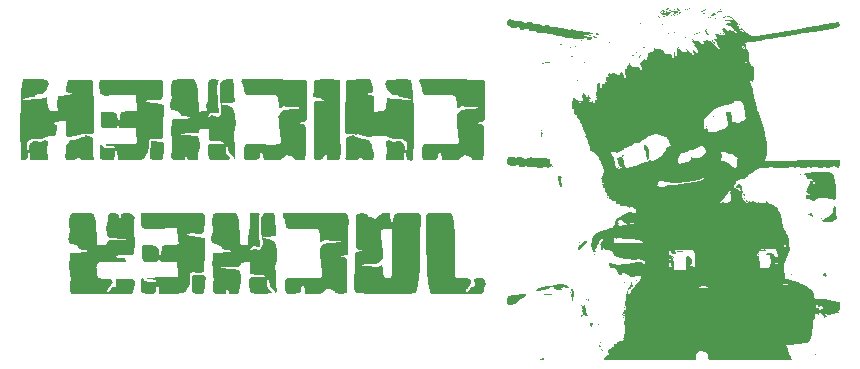
<source format=gbr>
%TF.GenerationSoftware,KiCad,Pcbnew,9.0.0*%
%TF.CreationDate,2025-04-11T21:43:44-07:00*%
%TF.ProjectId,BSPD,42535044-2e6b-4696-9361-645f70636258,rev?*%
%TF.SameCoordinates,Original*%
%TF.FileFunction,Legend,Bot*%
%TF.FilePolarity,Positive*%
%FSLAX46Y46*%
G04 Gerber Fmt 4.6, Leading zero omitted, Abs format (unit mm)*
G04 Created by KiCad (PCBNEW 9.0.0) date 2025-04-11 21:43:44*
%MOMM*%
%LPD*%
G01*
G04 APERTURE LIST*
%ADD10C,0.000000*%
G04 APERTURE END LIST*
D10*
%TO.C,G\u002A\u002A\u002A*%
G36*
X73529208Y-122187339D02*
G01*
X73618550Y-122190016D01*
X73836106Y-122202711D01*
X73996314Y-122223749D01*
X74104348Y-122254415D01*
X74165375Y-122295988D01*
X74184568Y-122349750D01*
X74184568Y-122350246D01*
X74180029Y-122501979D01*
X74167606Y-122687336D01*
X74148984Y-122892198D01*
X74125844Y-123102448D01*
X74099871Y-123303965D01*
X74072750Y-123482628D01*
X74046163Y-123624319D01*
X74021792Y-123714919D01*
X74005369Y-123750221D01*
X73978230Y-123774184D01*
X73927754Y-123787120D01*
X73840178Y-123792406D01*
X73701736Y-123793418D01*
X73542708Y-123787611D01*
X73332172Y-123758650D01*
X73162535Y-123707663D01*
X73044562Y-123637210D01*
X73028858Y-123620480D01*
X73013183Y-123590072D01*
X73002953Y-123541683D01*
X72997597Y-123465857D01*
X72996550Y-123353133D01*
X72999244Y-123194051D01*
X73005113Y-122979151D01*
X73011792Y-122795802D01*
X73021200Y-122611067D01*
X73031982Y-122454306D01*
X73043269Y-122337967D01*
X73054194Y-122274498D01*
X73085353Y-122176504D01*
X73529208Y-122187339D01*
G37*
G36*
X70023487Y-110883527D02*
G01*
X70192942Y-110888957D01*
X70364254Y-110900952D01*
X70487815Y-110919494D01*
X70573095Y-110945652D01*
X70600763Y-110958320D01*
X70667563Y-110994940D01*
X70694285Y-111019859D01*
X70694135Y-111023793D01*
X70690678Y-111076495D01*
X70683331Y-111178589D01*
X70673017Y-111317431D01*
X70660661Y-111480374D01*
X70655951Y-111540533D01*
X70627706Y-111847542D01*
X70597100Y-112091883D01*
X70563810Y-112275798D01*
X70527511Y-112401521D01*
X70526918Y-112403044D01*
X70507495Y-112445604D01*
X70480407Y-112471676D01*
X70431414Y-112485298D01*
X70346272Y-112490510D01*
X70210739Y-112491350D01*
X70178901Y-112491067D01*
X70025398Y-112483166D01*
X69881424Y-112466613D01*
X69774503Y-112444372D01*
X69732423Y-112429846D01*
X69630791Y-112381650D01*
X69545591Y-112324989D01*
X69491409Y-112270616D01*
X69482833Y-112229290D01*
X69487447Y-112201588D01*
X69494104Y-112117270D01*
X69501331Y-111987827D01*
X69508520Y-111824344D01*
X69515073Y-111637904D01*
X69520511Y-111492007D01*
X69529923Y-111309790D01*
X69540927Y-111153760D01*
X69552565Y-111036959D01*
X69563881Y-110972430D01*
X69595070Y-110874434D01*
X70023487Y-110883527D01*
G37*
G36*
X64038993Y-110343003D02*
G01*
X64128756Y-110366707D01*
X64244829Y-110401033D01*
X64368669Y-110440270D01*
X64481731Y-110478708D01*
X64565473Y-110510638D01*
X64690088Y-110563677D01*
X64667798Y-111307026D01*
X64661247Y-111542629D01*
X64657473Y-111736627D01*
X64657242Y-111883950D01*
X64660879Y-111994143D01*
X64668714Y-112076747D01*
X64681072Y-112141306D01*
X64698278Y-112197365D01*
X64751047Y-112344358D01*
X64665880Y-112418711D01*
X64654289Y-112428653D01*
X64618224Y-112454645D01*
X64575555Y-112472126D01*
X64514682Y-112482449D01*
X64424003Y-112486973D01*
X64291915Y-112487051D01*
X64106817Y-112484042D01*
X63632923Y-112475017D01*
X63602002Y-112368857D01*
X63578533Y-112306024D01*
X63536717Y-112270420D01*
X63456470Y-112262695D01*
X63439628Y-112263226D01*
X63321593Y-112294366D01*
X63182765Y-112377023D01*
X63144499Y-112404117D01*
X63066932Y-112452017D01*
X62994619Y-112478195D01*
X62904278Y-112489144D01*
X62772624Y-112491350D01*
X62643231Y-112488918D01*
X62553761Y-112478580D01*
X62492928Y-112456252D01*
X62442401Y-112417853D01*
X62392269Y-112363516D01*
X62345157Y-112278485D01*
X62320511Y-112169142D01*
X62315816Y-112022402D01*
X62328563Y-111825183D01*
X62346115Y-111674013D01*
X62404372Y-111384448D01*
X62489553Y-111137286D01*
X62599049Y-110939193D01*
X62730257Y-110796842D01*
X62730400Y-110796728D01*
X62833738Y-110743766D01*
X62973184Y-110727442D01*
X63125395Y-110718895D01*
X63288854Y-110691064D01*
X63424587Y-110648265D01*
X63514279Y-110594983D01*
X63578516Y-110553558D01*
X63664927Y-110531453D01*
X63679506Y-110531066D01*
X63776904Y-110513609D01*
X63871796Y-110477186D01*
X63943732Y-110431468D01*
X63972256Y-110386128D01*
X63975177Y-110362138D01*
X63996597Y-110335463D01*
X64038993Y-110343003D01*
G37*
G36*
X86746783Y-110345726D02*
G01*
X86756053Y-110396493D01*
X86760300Y-110421902D01*
X86797841Y-110455236D01*
X86885808Y-110475112D01*
X86908066Y-110478768D01*
X87028925Y-110512045D01*
X87143889Y-110560310D01*
X87172736Y-110573860D01*
X87281744Y-110613547D01*
X87422398Y-110654573D01*
X87571611Y-110689938D01*
X87670572Y-110711083D01*
X87846606Y-110754587D01*
X87974222Y-110798257D01*
X88064271Y-110847360D01*
X88127607Y-110907168D01*
X88175088Y-110982951D01*
X88188566Y-111010996D01*
X88251496Y-111174156D01*
X88312222Y-111379552D01*
X88365655Y-111608317D01*
X88406704Y-111841583D01*
X88408073Y-111851093D01*
X88425067Y-111987917D01*
X88428248Y-112084573D01*
X88416646Y-112163642D01*
X88389295Y-112247705D01*
X88371761Y-112289071D01*
X88318505Y-112382473D01*
X88265089Y-112442407D01*
X88226819Y-112461498D01*
X88115041Y-112484006D01*
X87944888Y-112491350D01*
X87876940Y-112491031D01*
X87768897Y-112485912D01*
X87692586Y-112469476D01*
X87625625Y-112435317D01*
X87545636Y-112377023D01*
X87526548Y-112362660D01*
X87392779Y-112284263D01*
X87279629Y-112257678D01*
X87193040Y-112283141D01*
X87138952Y-112360887D01*
X87127693Y-112390085D01*
X87100907Y-112432726D01*
X87058240Y-112462013D01*
X86989959Y-112479959D01*
X86886330Y-112488572D01*
X86737619Y-112489864D01*
X86534089Y-112485848D01*
X86447573Y-112483457D01*
X86296570Y-112477384D01*
X86192812Y-112468709D01*
X86124304Y-112455519D01*
X86079052Y-112435906D01*
X86045062Y-112407958D01*
X86018288Y-112379400D01*
X85996435Y-112338788D01*
X86001259Y-112285575D01*
X86031185Y-112195635D01*
X86046360Y-112147305D01*
X86059299Y-112083736D01*
X86067683Y-112002626D01*
X86071849Y-111894430D01*
X86072133Y-111749604D01*
X86068875Y-111558603D01*
X86062410Y-111311882D01*
X86041257Y-110573389D01*
X86148195Y-110522878D01*
X86160185Y-110517474D01*
X86240627Y-110486199D01*
X86351633Y-110447510D01*
X86474901Y-110407252D01*
X86592134Y-110371264D01*
X86685033Y-110345387D01*
X86735299Y-110335463D01*
X86746783Y-110345726D01*
G37*
G36*
X84721628Y-105632572D02*
G01*
X84959504Y-105633998D01*
X85145333Y-105636931D01*
X85285775Y-105641879D01*
X85387484Y-105649353D01*
X85457121Y-105659861D01*
X85501342Y-105673911D01*
X85526806Y-105692013D01*
X85540171Y-105714674D01*
X85542212Y-105734940D01*
X85545478Y-105815959D01*
X85549022Y-105953248D01*
X85552763Y-106141436D01*
X85556620Y-106375158D01*
X85560516Y-106649043D01*
X85564367Y-106957722D01*
X85568095Y-107295826D01*
X85571619Y-107657986D01*
X85574860Y-108038832D01*
X85575857Y-108162823D01*
X85579357Y-108572373D01*
X85583153Y-108981501D01*
X85587154Y-109382096D01*
X85591266Y-109766043D01*
X85595397Y-110125228D01*
X85599456Y-110451539D01*
X85603349Y-110736860D01*
X85606984Y-110973082D01*
X85610270Y-111152088D01*
X85615158Y-111401691D01*
X85618027Y-111606174D01*
X85618223Y-111763579D01*
X85615328Y-111883200D01*
X85608926Y-111974327D01*
X85598596Y-112046253D01*
X85583921Y-112108271D01*
X85564484Y-112169675D01*
X85535600Y-112250837D01*
X85495450Y-112354578D01*
X85465044Y-112422828D01*
X85447399Y-112449474D01*
X85419447Y-112468796D01*
X85370885Y-112481052D01*
X85290709Y-112487835D01*
X85167913Y-112490736D01*
X84991490Y-112491350D01*
X84943655Y-112491271D01*
X84747592Y-112488156D01*
X84607432Y-112479015D01*
X84516010Y-112461820D01*
X84466164Y-112434544D01*
X84450728Y-112395159D01*
X84462539Y-112341636D01*
X84479201Y-112271281D01*
X84489741Y-112172103D01*
X84493283Y-112064710D01*
X84489845Y-111967394D01*
X84479447Y-111898446D01*
X84462100Y-111876160D01*
X84452940Y-111882239D01*
X84406970Y-111928385D01*
X84337027Y-112008679D01*
X84254230Y-112110583D01*
X84233673Y-112136528D01*
X84108356Y-112285307D01*
X84003284Y-112387287D01*
X83906833Y-112450360D01*
X83807376Y-112482419D01*
X83693289Y-112491350D01*
X83664120Y-112491141D01*
X83563105Y-112482509D01*
X83492556Y-112454026D01*
X83424870Y-112395868D01*
X83330403Y-112300386D01*
X83330437Y-111652740D01*
X83330445Y-111636161D01*
X83330977Y-111466146D01*
X83332291Y-111241309D01*
X83334302Y-110971007D01*
X83336929Y-110664598D01*
X83340085Y-110331440D01*
X83343686Y-109980890D01*
X83347649Y-109622305D01*
X83351890Y-109265043D01*
X83373309Y-107524992D01*
X83549673Y-107473170D01*
X83646987Y-107449597D01*
X83791868Y-107435679D01*
X83967459Y-107444215D01*
X84016267Y-107448726D01*
X84119877Y-107455998D01*
X84176247Y-107453037D01*
X84197997Y-107437895D01*
X84197744Y-107408621D01*
X84196142Y-107401700D01*
X84146105Y-107331077D01*
X84043554Y-107270144D01*
X83899446Y-107223800D01*
X83724736Y-107196949D01*
X83637805Y-107187721D01*
X83495633Y-107157725D01*
X83401561Y-107111224D01*
X83314245Y-107045078D01*
X83325128Y-106509886D01*
X83327995Y-106397943D01*
X83335249Y-106213936D01*
X83344677Y-106052294D01*
X83355379Y-105927340D01*
X83366451Y-105853395D01*
X83378724Y-105806830D01*
X83397686Y-105755067D01*
X83425769Y-105714667D01*
X83469912Y-105684227D01*
X83537055Y-105662342D01*
X83634135Y-105647611D01*
X83768093Y-105638630D01*
X83945868Y-105633997D01*
X84174399Y-105632307D01*
X84460626Y-105632158D01*
X84721628Y-105632572D01*
G37*
G36*
X93749420Y-116901363D02*
G01*
X93803319Y-116901446D01*
X94137710Y-116905270D01*
X94426263Y-116914564D01*
X94665244Y-116929042D01*
X94850918Y-116948420D01*
X94979549Y-116972409D01*
X95047406Y-117000726D01*
X95052334Y-117005462D01*
X95088530Y-117075356D01*
X95124242Y-117201446D01*
X95158614Y-117375704D01*
X95190788Y-117590091D01*
X95219905Y-117836579D01*
X95245107Y-118107130D01*
X95265539Y-118393714D01*
X95280340Y-118688297D01*
X95288655Y-118982844D01*
X95289625Y-119269323D01*
X95287804Y-119440282D01*
X95285418Y-119665424D01*
X95283166Y-119879107D01*
X95281237Y-120063376D01*
X95279821Y-120200274D01*
X95279598Y-120338604D01*
X95281457Y-120525210D01*
X95285206Y-120740170D01*
X95290533Y-120974117D01*
X95297129Y-121217683D01*
X95304684Y-121461504D01*
X95312888Y-121696209D01*
X95321430Y-121912432D01*
X95330002Y-122100805D01*
X95338293Y-122251963D01*
X95345993Y-122356537D01*
X95352790Y-122405159D01*
X95360035Y-122422096D01*
X95377562Y-122441421D01*
X95411628Y-122454315D01*
X95471850Y-122461750D01*
X95567842Y-122464696D01*
X95709219Y-122464126D01*
X95905597Y-122461011D01*
X96033640Y-122459130D01*
X96236111Y-122460116D01*
X96387546Y-122470297D01*
X96496838Y-122493395D01*
X96572881Y-122533127D01*
X96624564Y-122593217D01*
X96660784Y-122677382D01*
X96690432Y-122789345D01*
X96696380Y-122820499D01*
X96686998Y-122878047D01*
X96628761Y-122917533D01*
X96613103Y-122926297D01*
X96543420Y-122996059D01*
X96482507Y-123101238D01*
X96466831Y-123133755D01*
X96391252Y-123253861D01*
X96304428Y-123355921D01*
X96251067Y-123408148D01*
X96214054Y-123457499D01*
X96212597Y-123501269D01*
X96239682Y-123561750D01*
X96242180Y-123566590D01*
X96283968Y-123637036D01*
X96316551Y-123675677D01*
X96323917Y-123675534D01*
X96363590Y-123643760D01*
X96422217Y-123577921D01*
X96488126Y-123493478D01*
X96549652Y-123405888D01*
X96595124Y-123330611D01*
X96612874Y-123283103D01*
X96616227Y-123273655D01*
X96661259Y-123244274D01*
X96742052Y-123221799D01*
X96759951Y-123218328D01*
X96863095Y-123185447D01*
X96942461Y-123141439D01*
X96974717Y-123112406D01*
X96996436Y-123072970D01*
X96995460Y-123013787D01*
X96974870Y-122913149D01*
X96964365Y-122864455D01*
X96939778Y-122693753D01*
X96943266Y-122567684D01*
X96974830Y-122493354D01*
X96978286Y-122490407D01*
X97041359Y-122470584D01*
X97163696Y-122458342D01*
X97340846Y-122454156D01*
X97347292Y-122454156D01*
X97495788Y-122455416D01*
X97594766Y-122460984D01*
X97658800Y-122473697D01*
X97702469Y-122496393D01*
X97740350Y-122531907D01*
X97762737Y-122560387D01*
X97816519Y-122656328D01*
X97859459Y-122766978D01*
X97866992Y-122792647D01*
X97885983Y-122873185D01*
X97887041Y-122941481D01*
X97868030Y-123021791D01*
X97826822Y-123138370D01*
X97788798Y-123251943D01*
X97749980Y-123393904D01*
X97727175Y-123509955D01*
X97720686Y-123549288D01*
X97688246Y-123657156D01*
X97644704Y-123730444D01*
X97635096Y-123739334D01*
X97617867Y-123750519D01*
X97592288Y-123760046D01*
X97553665Y-123768049D01*
X97497310Y-123774660D01*
X97418533Y-123780012D01*
X97312643Y-123784238D01*
X97174948Y-123787469D01*
X97000762Y-123789840D01*
X96785391Y-123791482D01*
X96524146Y-123792528D01*
X96212336Y-123793112D01*
X95845274Y-123793364D01*
X95418266Y-123793418D01*
X95306426Y-123793415D01*
X94893971Y-123793284D01*
X94540415Y-123792882D01*
X94241165Y-123792088D01*
X93991627Y-123790782D01*
X93787206Y-123788846D01*
X93623306Y-123786157D01*
X93495333Y-123782599D01*
X93398692Y-123778049D01*
X93328787Y-123772390D01*
X93281024Y-123765501D01*
X93250809Y-123757262D01*
X93233545Y-123747553D01*
X93224636Y-123736255D01*
X93217064Y-123719185D01*
X93188451Y-123629189D01*
X93153779Y-123492508D01*
X93115939Y-123322602D01*
X93077826Y-123132932D01*
X93042330Y-122936957D01*
X93012345Y-122748140D01*
X92992429Y-122605113D01*
X92974150Y-122457671D01*
X92958206Y-122306560D01*
X92944380Y-122146173D01*
X92932447Y-121970907D01*
X92922187Y-121775154D01*
X92913380Y-121553310D01*
X92905805Y-121299769D01*
X92899239Y-121008926D01*
X92893462Y-120675176D01*
X92888251Y-120292911D01*
X92883388Y-119856530D01*
X92878648Y-119360421D01*
X92858009Y-117066979D01*
X92946542Y-116984047D01*
X93035076Y-116901115D01*
X93749420Y-116901363D01*
G37*
G36*
X81725378Y-116925642D02*
G01*
X82026721Y-116926491D01*
X82351790Y-116927758D01*
X82694694Y-116929406D01*
X83049542Y-116931395D01*
X83410445Y-116933682D01*
X83771510Y-116936230D01*
X84126847Y-116938995D01*
X84470568Y-116941939D01*
X84796778Y-116945021D01*
X85099588Y-116948201D01*
X85373107Y-116951438D01*
X85611446Y-116954692D01*
X85808713Y-116957922D01*
X85959018Y-116961090D01*
X86056469Y-116964153D01*
X86095176Y-116967072D01*
X86104756Y-116971434D01*
X86170236Y-117024116D01*
X86231280Y-117102890D01*
X86241605Y-117120713D01*
X86254869Y-117148643D01*
X86265620Y-117183256D01*
X86274013Y-117230414D01*
X86280200Y-117295982D01*
X86284335Y-117385824D01*
X86286570Y-117505804D01*
X86287058Y-117661787D01*
X86285953Y-117859635D01*
X86283407Y-118105213D01*
X86279575Y-118404385D01*
X86274608Y-118763017D01*
X86272885Y-118882159D01*
X86266364Y-119275274D01*
X86259403Y-119605542D01*
X86251928Y-119874910D01*
X86243870Y-120085327D01*
X86235156Y-120238742D01*
X86225716Y-120337100D01*
X86215480Y-120382351D01*
X86210310Y-120390741D01*
X86133504Y-120452207D01*
X85994026Y-120504200D01*
X85793082Y-120546256D01*
X85733668Y-120557952D01*
X85675425Y-120583470D01*
X85664364Y-120621174D01*
X85674757Y-120643834D01*
X85723434Y-120667132D01*
X85822376Y-120673916D01*
X85865496Y-120674919D01*
X85977779Y-120696578D01*
X86056736Y-120756578D01*
X86122886Y-120868179D01*
X86131519Y-120891876D01*
X86150517Y-120996970D01*
X86164189Y-121164493D01*
X86172542Y-121394890D01*
X86175583Y-121688610D01*
X86173319Y-122046100D01*
X86165755Y-122467806D01*
X86152898Y-122954176D01*
X86131617Y-123666520D01*
X86041471Y-123713636D01*
X86027134Y-123719968D01*
X85933924Y-123741575D01*
X85801814Y-123755318D01*
X85651209Y-123760881D01*
X85502514Y-123757944D01*
X85376133Y-123746191D01*
X85292471Y-123725305D01*
X85223253Y-123673972D01*
X85160861Y-123596370D01*
X85131851Y-123556460D01*
X85073840Y-123510355D01*
X84981514Y-123466729D01*
X84840424Y-123417522D01*
X84793765Y-123402476D01*
X84675150Y-123363649D01*
X84584960Y-123333291D01*
X84539811Y-123316962D01*
X84529396Y-123317553D01*
X84476259Y-123346803D01*
X84394627Y-123408189D01*
X84297429Y-123492356D01*
X84267081Y-123520038D01*
X84162117Y-123613195D01*
X84070437Y-123690976D01*
X84009070Y-123738827D01*
X83987503Y-123751882D01*
X83946022Y-123767693D01*
X83886552Y-123778641D01*
X83799770Y-123785333D01*
X83676350Y-123788369D01*
X83506971Y-123788356D01*
X83282306Y-123785894D01*
X82636334Y-123777087D01*
X82613965Y-123630094D01*
X82595667Y-123524895D01*
X82562745Y-123373346D01*
X82524975Y-123229011D01*
X82486524Y-123106143D01*
X82451565Y-123018994D01*
X82424268Y-122981818D01*
X82379169Y-122984660D01*
X82334550Y-123041267D01*
X82306184Y-123151994D01*
X82296245Y-123311247D01*
X82294260Y-123420435D01*
X82283744Y-123505133D01*
X82259204Y-123561979D01*
X82215184Y-123611153D01*
X82195063Y-123628726D01*
X82080599Y-123695978D01*
X81924891Y-123742080D01*
X81720835Y-123768595D01*
X81461331Y-123777087D01*
X81352391Y-123776872D01*
X81227870Y-123774509D01*
X81145942Y-123767359D01*
X81093196Y-123752792D01*
X81056224Y-123728182D01*
X81021616Y-123690899D01*
X80995415Y-123656330D01*
X80973389Y-123611189D01*
X80957826Y-123548482D01*
X80946767Y-123456272D01*
X80938247Y-123322622D01*
X80930303Y-123135595D01*
X80912394Y-122666477D01*
X81002202Y-122552151D01*
X81092008Y-122437823D01*
X82461667Y-122437823D01*
X82616036Y-122437654D01*
X82901340Y-122436423D01*
X83164771Y-122434113D01*
X83399203Y-122430856D01*
X83597506Y-122426784D01*
X83752558Y-122422031D01*
X83857229Y-122416730D01*
X83904393Y-122411009D01*
X83967545Y-122367383D01*
X84024145Y-122292950D01*
X84028463Y-122284104D01*
X84041500Y-122246957D01*
X84048609Y-122197997D01*
X84049295Y-122128406D01*
X84043068Y-122029371D01*
X84029431Y-121892074D01*
X84007893Y-121707698D01*
X83977961Y-121467430D01*
X83971704Y-121417519D01*
X83942684Y-121175122D01*
X83915555Y-120931817D01*
X83892028Y-120704015D01*
X83873812Y-120508124D01*
X83862615Y-120360554D01*
X83840138Y-119987953D01*
X83988144Y-119785207D01*
X83995780Y-119774846D01*
X84080552Y-119670447D01*
X84162945Y-119585015D01*
X84226118Y-119536174D01*
X84260424Y-119523381D01*
X84376499Y-119501625D01*
X84556713Y-119484459D01*
X84800848Y-119471905D01*
X84861110Y-119469492D01*
X85131761Y-119452862D01*
X85340742Y-119428759D01*
X85490229Y-119396746D01*
X85582394Y-119356384D01*
X85619412Y-119307237D01*
X85620742Y-119299513D01*
X85618163Y-119271907D01*
X85590871Y-119259688D01*
X85525760Y-119260703D01*
X85409725Y-119272796D01*
X85343104Y-119279978D01*
X85162675Y-119291835D01*
X84988636Y-119288937D01*
X84798134Y-119270251D01*
X84568313Y-119234741D01*
X84258699Y-119181433D01*
X84113938Y-119284567D01*
X84053690Y-119323943D01*
X83976119Y-119363367D01*
X83929526Y-119372323D01*
X83922952Y-119367159D01*
X83901465Y-119307663D01*
X83883185Y-119185531D01*
X83868455Y-119002817D01*
X83857142Y-118845086D01*
X83835201Y-118652058D01*
X83805783Y-118509035D01*
X83766787Y-118406829D01*
X83716115Y-118336252D01*
X83711225Y-118331459D01*
X83691621Y-118316290D01*
X83663959Y-118303998D01*
X83621951Y-118294280D01*
X83559313Y-118286837D01*
X83469758Y-118281366D01*
X83346999Y-118277565D01*
X83184751Y-118275135D01*
X82976728Y-118273772D01*
X82716642Y-118273175D01*
X82398207Y-118273043D01*
X82089326Y-118272883D01*
X81826491Y-118272200D01*
X81616101Y-118270717D01*
X81451950Y-118268158D01*
X81327836Y-118264245D01*
X81237550Y-118258702D01*
X81174887Y-118251251D01*
X81133641Y-118241616D01*
X81107609Y-118229518D01*
X81090582Y-118214683D01*
X81018701Y-118102983D01*
X80956981Y-117923653D01*
X80920027Y-117697515D01*
X80906088Y-117589887D01*
X80868859Y-117450517D01*
X80805583Y-117328325D01*
X80759951Y-117241075D01*
X80724358Y-117133053D01*
X80709887Y-117034199D01*
X80718733Y-116961131D01*
X80753087Y-116930472D01*
X80780722Y-116929125D01*
X80875075Y-116927265D01*
X81022609Y-116926027D01*
X81217430Y-116925371D01*
X81453650Y-116925256D01*
X81725378Y-116925642D01*
G37*
G36*
X77856098Y-105627725D02*
G01*
X78121602Y-105627997D01*
X78425052Y-105628414D01*
X78761546Y-105628972D01*
X79126175Y-105629660D01*
X79514030Y-105630479D01*
X79920204Y-105631418D01*
X80096623Y-105631863D01*
X80562760Y-105633286D01*
X80969487Y-105634970D01*
X81320683Y-105636989D01*
X81620225Y-105639417D01*
X81871992Y-105642324D01*
X82079861Y-105645787D01*
X82247712Y-105649876D01*
X82379424Y-105654666D01*
X82478874Y-105660229D01*
X82549940Y-105666636D01*
X82596500Y-105673963D01*
X82622433Y-105682283D01*
X82633151Y-105687931D01*
X82671837Y-105710597D01*
X82704067Y-105737494D01*
X82730330Y-105774175D01*
X82751113Y-105826195D01*
X82766903Y-105899106D01*
X82778188Y-105998462D01*
X82785456Y-106129817D01*
X82789196Y-106298724D01*
X82789891Y-106510736D01*
X82788035Y-106771409D01*
X82784112Y-107086295D01*
X82778609Y-107460947D01*
X82774102Y-107736102D01*
X82768433Y-108031281D01*
X82762365Y-108302052D01*
X82756090Y-108541595D01*
X82749803Y-108743092D01*
X82743705Y-108899722D01*
X82737988Y-109004667D01*
X82732850Y-109051105D01*
X82710090Y-109089610D01*
X82625038Y-109152141D01*
X82490935Y-109204485D01*
X82317657Y-109242100D01*
X82235301Y-109258170D01*
X82183347Y-109282764D01*
X82174583Y-109318638D01*
X82179974Y-109334588D01*
X82219114Y-109360764D01*
X82305072Y-109362318D01*
X82345149Y-109360373D01*
X82460074Y-109378207D01*
X82547868Y-109441758D01*
X82624192Y-109560764D01*
X82638843Y-109590537D01*
X82653503Y-109626038D01*
X82665048Y-109667278D01*
X82673695Y-109720880D01*
X82679659Y-109793460D01*
X82683159Y-109891641D01*
X82684408Y-110022042D01*
X82683627Y-110191282D01*
X82681032Y-110405981D01*
X82676837Y-110672761D01*
X82671262Y-110998241D01*
X82669695Y-111086452D01*
X82664213Y-111367521D01*
X82658426Y-111626725D01*
X82652546Y-111856819D01*
X82646782Y-112050560D01*
X82641344Y-112200706D01*
X82636443Y-112300017D01*
X82632288Y-112341245D01*
X82602372Y-112382324D01*
X82514429Y-112425296D01*
X82370385Y-112450475D01*
X82166976Y-112458685D01*
X82041935Y-112456626D01*
X81897901Y-112443744D01*
X81796628Y-112415348D01*
X81725282Y-112367202D01*
X81671028Y-112295074D01*
X81661496Y-112279934D01*
X81620269Y-112235150D01*
X81555315Y-112195272D01*
X81453604Y-112153522D01*
X81302115Y-112103125D01*
X80987388Y-112003892D01*
X80809642Y-112177032D01*
X80805801Y-112180769D01*
X80704639Y-112276404D01*
X80608839Y-112362476D01*
X80538666Y-112420761D01*
X80533733Y-112424464D01*
X80497917Y-112448034D01*
X80456578Y-112465313D01*
X80399867Y-112477276D01*
X80317930Y-112484889D01*
X80200914Y-112489125D01*
X80038971Y-112490955D01*
X79822245Y-112491350D01*
X79810961Y-112491346D01*
X79614844Y-112490246D01*
X79439524Y-112487391D01*
X79295960Y-112483105D01*
X79195112Y-112477707D01*
X79147938Y-112471523D01*
X79144343Y-112469973D01*
X79108178Y-112420930D01*
X79096057Y-112316364D01*
X79095021Y-112292432D01*
X79082864Y-112195635D01*
X79060350Y-112072408D01*
X79031645Y-111940930D01*
X79000913Y-111819380D01*
X78972317Y-111725939D01*
X78950020Y-111678787D01*
X78929676Y-111674784D01*
X78877125Y-111695637D01*
X78865804Y-111704400D01*
X78838541Y-111750654D01*
X78821802Y-111835410D01*
X78812464Y-111972008D01*
X78805913Y-112085183D01*
X78791611Y-112179079D01*
X78765106Y-112244022D01*
X78720827Y-112299939D01*
X78684181Y-112333795D01*
X78573722Y-112398330D01*
X78423846Y-112442156D01*
X78226739Y-112467107D01*
X77974590Y-112475017D01*
X77892225Y-112474881D01*
X77759125Y-112472777D01*
X77670462Y-112466114D01*
X77612523Y-112452349D01*
X77571600Y-112428944D01*
X77533979Y-112393354D01*
X77526927Y-112385848D01*
X77498417Y-112350057D01*
X77478019Y-112306882D01*
X77463770Y-112244738D01*
X77453708Y-112152040D01*
X77445868Y-112017205D01*
X77438289Y-111828647D01*
X77420438Y-111345602D01*
X77523075Y-111227449D01*
X77625712Y-111109295D01*
X78967215Y-111130873D01*
X79170910Y-111134132D01*
X79478556Y-111138692D01*
X79731092Y-111141357D01*
X79934567Y-111141571D01*
X80095027Y-111138783D01*
X80218525Y-111132439D01*
X80311103Y-111121989D01*
X80378813Y-111106876D01*
X80427703Y-111086551D01*
X80463821Y-111060458D01*
X80493213Y-111028047D01*
X80521929Y-110988763D01*
X80539631Y-110961155D01*
X80552382Y-110928899D01*
X80558959Y-110884416D01*
X80558971Y-110818950D01*
X80552029Y-110723743D01*
X80537745Y-110590044D01*
X80515728Y-110409094D01*
X80485588Y-110172139D01*
X80479010Y-110120344D01*
X80449694Y-109878414D01*
X80422381Y-109636144D01*
X80398780Y-109409797D01*
X80380605Y-109215639D01*
X80369568Y-109069930D01*
X80347740Y-108702684D01*
X80464037Y-108525645D01*
X80468530Y-108518813D01*
X80548559Y-108402659D01*
X80621246Y-108317167D01*
X80698587Y-108257192D01*
X80792577Y-108217591D01*
X80915211Y-108193220D01*
X81078489Y-108178936D01*
X81294404Y-108169592D01*
X81376654Y-108166402D01*
X81645458Y-108149954D01*
X81852839Y-108126115D01*
X82001052Y-108094444D01*
X82092355Y-108054496D01*
X82129003Y-108005830D01*
X82130911Y-107993413D01*
X82125525Y-107968994D01*
X82094257Y-107958686D01*
X82024380Y-107960642D01*
X81903156Y-107973006D01*
X81766286Y-107986165D01*
X81608365Y-107992695D01*
X81452277Y-107986386D01*
X81276528Y-107966168D01*
X81059621Y-107930969D01*
X80744044Y-107875440D01*
X80614227Y-107980887D01*
X80564817Y-108017995D01*
X80491009Y-108061728D01*
X80445428Y-108073199D01*
X80430972Y-108052587D01*
X80409839Y-107970273D01*
X80388720Y-107829241D01*
X80368298Y-107633373D01*
X80346561Y-107429231D01*
X80316534Y-107246084D01*
X80279697Y-107116306D01*
X80234153Y-107033499D01*
X80178005Y-106991265D01*
X80175438Y-106990559D01*
X80123137Y-106986062D01*
X80014719Y-106981936D01*
X79857578Y-106978301D01*
X79659114Y-106975270D01*
X79426723Y-106972961D01*
X79167801Y-106971491D01*
X78889745Y-106970974D01*
X77653802Y-106970974D01*
X77585687Y-106897478D01*
X77535245Y-106833264D01*
X77485113Y-106729895D01*
X77450782Y-106592804D01*
X77427197Y-106406313D01*
X77410788Y-106279078D01*
X77374445Y-106144759D01*
X77314046Y-106026291D01*
X77269861Y-105940293D01*
X77234426Y-105831625D01*
X77220014Y-105732367D01*
X77228763Y-105659099D01*
X77262806Y-105628404D01*
X77271724Y-105628191D01*
X77336356Y-105627830D01*
X77458568Y-105627635D01*
X77633451Y-105627602D01*
X77856098Y-105627725D01*
G37*
G36*
X92924454Y-105627419D02*
G01*
X93191499Y-105627641D01*
X93496418Y-105628003D01*
X93834318Y-105628500D01*
X94200309Y-105629128D01*
X94589501Y-105629882D01*
X94997003Y-105630760D01*
X95333011Y-105631486D01*
X95773046Y-105632446D01*
X96155544Y-105633528D01*
X96484719Y-105635004D01*
X96764787Y-105637147D01*
X96999966Y-105640231D01*
X97194469Y-105644532D01*
X97352514Y-105650321D01*
X97478313Y-105657872D01*
X97576085Y-105667457D01*
X97650043Y-105679353D01*
X97704404Y-105693831D01*
X97743383Y-105711163D01*
X97771197Y-105731625D01*
X97792059Y-105755490D01*
X97810187Y-105783031D01*
X97829795Y-105814522D01*
X97833419Y-105820519D01*
X97846285Y-105851050D01*
X97856894Y-105896041D01*
X97865279Y-105960113D01*
X97871474Y-106047887D01*
X97875508Y-106163985D01*
X97877414Y-106313030D01*
X97877224Y-106499645D01*
X97874970Y-106728451D01*
X97870683Y-107004070D01*
X97864397Y-107331123D01*
X97856141Y-107714234D01*
X97845947Y-108158026D01*
X97845214Y-108189537D01*
X97838904Y-108464581D01*
X97832433Y-108682290D01*
X97823265Y-108849870D01*
X97808864Y-108974527D01*
X97786694Y-109063466D01*
X97754217Y-109123893D01*
X97708895Y-109163017D01*
X97648196Y-109188042D01*
X97569579Y-109206174D01*
X97470511Y-109224622D01*
X97393125Y-109240469D01*
X97309924Y-109264587D01*
X97269695Y-109292054D01*
X97259223Y-109329420D01*
X97259303Y-109336247D01*
X97269057Y-109372241D01*
X97307213Y-109382133D01*
X97391013Y-109371418D01*
X97465133Y-109366046D01*
X97565876Y-109395078D01*
X97650441Y-109476444D01*
X97727735Y-109616629D01*
X97729549Y-109620735D01*
X97743370Y-109656538D01*
X97754301Y-109698384D01*
X97762442Y-109752857D01*
X97767895Y-109826539D01*
X97770767Y-109926017D01*
X97771158Y-110057872D01*
X97769172Y-110228690D01*
X97764911Y-110445057D01*
X97758477Y-110713553D01*
X97749976Y-111040766D01*
X97748115Y-111110616D01*
X97739245Y-111429837D01*
X97731143Y-111690876D01*
X97723433Y-111899698D01*
X97715731Y-112062269D01*
X97707661Y-112184557D01*
X97698840Y-112272527D01*
X97688891Y-112332146D01*
X97677432Y-112369378D01*
X97664084Y-112390193D01*
X97627858Y-112413450D01*
X97556082Y-112432526D01*
X97441477Y-112445297D01*
X97273168Y-112453525D01*
X97261849Y-112453887D01*
X97075621Y-112454729D01*
X96941329Y-112441468D01*
X96847661Y-112410453D01*
X96783307Y-112358037D01*
X96736961Y-112280573D01*
X96707487Y-112240429D01*
X96647245Y-112200280D01*
X96546205Y-112156893D01*
X96393267Y-112104583D01*
X96084132Y-112005254D01*
X95889196Y-112187671D01*
X95871719Y-112203904D01*
X95765532Y-112298239D01*
X95667217Y-112379273D01*
X95596091Y-112430972D01*
X95561814Y-112449658D01*
X95516286Y-112465580D01*
X95454521Y-112476475D01*
X95366843Y-112483027D01*
X95243575Y-112485917D01*
X95075045Y-112485827D01*
X94851574Y-112483437D01*
X94205224Y-112475017D01*
X94197277Y-112377023D01*
X94184940Y-112284681D01*
X94160895Y-112161162D01*
X94129510Y-112026273D01*
X94094793Y-111895099D01*
X94060750Y-111782726D01*
X94031390Y-111704241D01*
X94010719Y-111674726D01*
X93984678Y-111678397D01*
X93935332Y-111721523D01*
X93907163Y-111817284D01*
X93898208Y-111970839D01*
X93896351Y-112036772D01*
X93872907Y-112178713D01*
X93817529Y-112287804D01*
X93723865Y-112368384D01*
X93585565Y-112424793D01*
X93396281Y-112461373D01*
X93149658Y-112482461D01*
X93043498Y-112486802D01*
X92855709Y-112484216D01*
X92719970Y-112463957D01*
X92628924Y-112424514D01*
X92575218Y-112364377D01*
X92574648Y-112363220D01*
X92562262Y-112308660D01*
X92549046Y-112204118D01*
X92536547Y-112064167D01*
X92526310Y-111903381D01*
X92526004Y-111897464D01*
X92516821Y-111735502D01*
X92507350Y-111593310D01*
X92498688Y-111486055D01*
X92491935Y-111428895D01*
X92490721Y-111418172D01*
X92515890Y-111339280D01*
X92593419Y-111236095D01*
X92708193Y-111109465D01*
X94038422Y-111127635D01*
X94157862Y-111129173D01*
X94441211Y-111132063D01*
X94703605Y-111133694D01*
X94937769Y-111134085D01*
X95136422Y-111133257D01*
X95292287Y-111131232D01*
X95398083Y-111128030D01*
X95446533Y-111123671D01*
X95520507Y-111082251D01*
X95589591Y-111013296D01*
X95654770Y-110925057D01*
X95568205Y-110213782D01*
X95565310Y-110189939D01*
X95536895Y-109949453D01*
X95509159Y-109704272D01*
X95483986Y-109471766D01*
X95463260Y-109269313D01*
X95448869Y-109114285D01*
X95436925Y-108968359D01*
X95429562Y-108847386D01*
X95430393Y-108763863D01*
X95440725Y-108702968D01*
X95461868Y-108649877D01*
X95495126Y-108589766D01*
X95532329Y-108532920D01*
X95620320Y-108421847D01*
X95715962Y-108321348D01*
X95857774Y-108189225D01*
X96372674Y-108170243D01*
X96457116Y-108166853D01*
X96701414Y-108152593D01*
X96890181Y-108133009D01*
X97030358Y-108106918D01*
X97128873Y-108073139D01*
X97192664Y-108030490D01*
X97215825Y-108004110D01*
X97220257Y-107973615D01*
X97177056Y-107959400D01*
X97080985Y-107960382D01*
X96926813Y-107975478D01*
X96866667Y-107981795D01*
X96727093Y-107989499D01*
X96578949Y-107986364D01*
X96408647Y-107971364D01*
X96202600Y-107943479D01*
X95947218Y-107901681D01*
X95925259Y-107898080D01*
X95843739Y-107893747D01*
X95778972Y-107917898D01*
X95700571Y-107980209D01*
X95623003Y-108044685D01*
X95562165Y-108079426D01*
X95517953Y-108075989D01*
X95486866Y-108028945D01*
X95465404Y-107932864D01*
X95450069Y-107782318D01*
X95437361Y-107571875D01*
X95436080Y-107549254D01*
X95415066Y-107352047D01*
X95379776Y-107186954D01*
X95333248Y-107064976D01*
X95278526Y-106997117D01*
X95275284Y-106995929D01*
X95222702Y-106990402D01*
X95114233Y-106985313D01*
X94957121Y-106980807D01*
X94758605Y-106977025D01*
X94525931Y-106974114D01*
X94266343Y-106972216D01*
X93987082Y-106971474D01*
X93831506Y-106971395D01*
X93541853Y-106971018D01*
X93307574Y-106970092D01*
X93122356Y-106968297D01*
X92979880Y-106965310D01*
X92873828Y-106960810D01*
X92797886Y-106954473D01*
X92745733Y-106945979D01*
X92711056Y-106935006D01*
X92687535Y-106921235D01*
X92668855Y-106904340D01*
X92660095Y-106895247D01*
X92604529Y-106820102D01*
X92563591Y-106722531D01*
X92532668Y-106588234D01*
X92507150Y-106402911D01*
X92504045Y-106377151D01*
X92483199Y-106250506D01*
X92457768Y-106148986D01*
X92432560Y-106092595D01*
X92392824Y-106039429D01*
X92337557Y-105936071D01*
X92299253Y-105827801D01*
X92281575Y-105730094D01*
X92288182Y-105658423D01*
X92322733Y-105628264D01*
X92332830Y-105628027D01*
X92399471Y-105627641D01*
X92523549Y-105627415D01*
X92700174Y-105627342D01*
X92924454Y-105627419D01*
G37*
G36*
X92348274Y-120436036D02*
G01*
X92342503Y-120775921D01*
X92336435Y-121086558D01*
X92330211Y-121360728D01*
X92323966Y-121591217D01*
X92317844Y-121770809D01*
X92311983Y-121892289D01*
X92292852Y-122133537D01*
X92265725Y-122387441D01*
X92232402Y-122642674D01*
X92194564Y-122889751D01*
X92153893Y-123119183D01*
X92112076Y-123321480D01*
X92070792Y-123487156D01*
X92031725Y-123606722D01*
X91996558Y-123670691D01*
X91975621Y-123684204D01*
X91901984Y-123713054D01*
X91802723Y-123740393D01*
X91798816Y-123741190D01*
X91729522Y-123747917D01*
X91603955Y-123753704D01*
X91428479Y-123758570D01*
X91209456Y-123762540D01*
X90953251Y-123765640D01*
X90666228Y-123767888D01*
X90354747Y-123769309D01*
X90025176Y-123769926D01*
X89683875Y-123769763D01*
X89337209Y-123768842D01*
X88991542Y-123767185D01*
X88653236Y-123764816D01*
X88328655Y-123761758D01*
X88024163Y-123758033D01*
X87746123Y-123753665D01*
X87500899Y-123748677D01*
X87294855Y-123743092D01*
X87134351Y-123736930D01*
X87025755Y-123730220D01*
X86975428Y-123722980D01*
X86896369Y-123663535D01*
X86826681Y-123553150D01*
X86826489Y-123552724D01*
X86811994Y-123517902D01*
X86800190Y-123479762D01*
X86790948Y-123432101D01*
X86784137Y-123368722D01*
X86779634Y-123283425D01*
X86777308Y-123170008D01*
X86777031Y-123022275D01*
X86778675Y-122834025D01*
X86782114Y-122599059D01*
X86787217Y-122311178D01*
X86793858Y-121964182D01*
X86798134Y-121752603D01*
X86804647Y-121457595D01*
X86805621Y-121417687D01*
X87434719Y-121417687D01*
X87434764Y-121419792D01*
X87450210Y-121443591D01*
X87502393Y-121449160D01*
X87604387Y-121438070D01*
X87696431Y-121426605D01*
X88085684Y-121417266D01*
X88485036Y-121470723D01*
X88486614Y-121471052D01*
X88641451Y-121500444D01*
X88750846Y-121510588D01*
X88831660Y-121499117D01*
X88900757Y-121463656D01*
X88974994Y-121401839D01*
X89038315Y-121361319D01*
X89104264Y-121349139D01*
X89122750Y-121355611D01*
X89145486Y-121381874D01*
X89161894Y-121437965D01*
X89174880Y-121535704D01*
X89187353Y-121686910D01*
X89209667Y-121925750D01*
X89241917Y-122130422D01*
X89282731Y-122275658D01*
X89332726Y-122364327D01*
X89353413Y-122382893D01*
X89408036Y-122406225D01*
X89497033Y-122418147D01*
X89635407Y-122421491D01*
X89749807Y-122418715D01*
X89862286Y-122405195D01*
X89912733Y-122380660D01*
X89913566Y-122378572D01*
X89919696Y-122329802D01*
X89926983Y-122226433D01*
X89935101Y-122077727D01*
X89943729Y-121892949D01*
X89952543Y-121681357D01*
X89961222Y-121452218D01*
X89969443Y-121214793D01*
X89976881Y-120978344D01*
X89983213Y-120752135D01*
X89988119Y-120545427D01*
X89991272Y-120367485D01*
X89992353Y-120227569D01*
X89991037Y-120134945D01*
X89989926Y-120079166D01*
X89988882Y-119964962D01*
X89988040Y-119804633D01*
X89987442Y-119608171D01*
X89987127Y-119385571D01*
X89987134Y-119146830D01*
X89987782Y-118273043D01*
X89637121Y-118273043D01*
X89495211Y-118273770D01*
X89323585Y-118280937D01*
X89195485Y-118301854D01*
X89106054Y-118343786D01*
X89050435Y-118414003D01*
X89023770Y-118519770D01*
X89021201Y-118668353D01*
X89037871Y-118867020D01*
X89068923Y-119123037D01*
X89084732Y-119250272D01*
X89114150Y-119502095D01*
X89142453Y-119761538D01*
X89167050Y-120004492D01*
X89185352Y-120206847D01*
X89193335Y-120306506D01*
X89204898Y-120473034D01*
X89209329Y-120591599D01*
X89206490Y-120673709D01*
X89196243Y-120730867D01*
X89178447Y-120774582D01*
X89141550Y-120834340D01*
X89063521Y-120937773D01*
X88971616Y-121043796D01*
X88882538Y-121133511D01*
X88812990Y-121188021D01*
X88798968Y-121193705D01*
X88719352Y-121209627D01*
X88588241Y-121224604D01*
X88415335Y-121237671D01*
X88210338Y-121247866D01*
X88086973Y-121253424D01*
X87843521Y-121270957D01*
X87659811Y-121295440D01*
X87532600Y-121327584D01*
X87458650Y-121368096D01*
X87434719Y-121417687D01*
X86805621Y-121417687D01*
X86811310Y-121184568D01*
X86817914Y-120940744D01*
X86824245Y-120733348D01*
X86830093Y-120569600D01*
X86835247Y-120456727D01*
X86839495Y-120401951D01*
X86870868Y-120320540D01*
X86942296Y-120258637D01*
X87061601Y-120213755D01*
X87236918Y-120181381D01*
X87336621Y-120163492D01*
X87386684Y-120140104D01*
X87395572Y-120106033D01*
X87390446Y-120091689D01*
X87342840Y-120059222D01*
X87240594Y-120042842D01*
X87172599Y-120034985D01*
X87072885Y-120000596D01*
X86999120Y-119929265D01*
X86933308Y-119807196D01*
X86930264Y-119800278D01*
X86916331Y-119763965D01*
X86905326Y-119721881D01*
X86897134Y-119667412D01*
X86891648Y-119593941D01*
X86888753Y-119494856D01*
X86888338Y-119363543D01*
X86890291Y-119193385D01*
X86894501Y-118977770D01*
X86900854Y-118710083D01*
X86909241Y-118383709D01*
X86912480Y-118261043D01*
X86921029Y-117952823D01*
X86928855Y-117701753D01*
X86936346Y-117501786D01*
X86943896Y-117346870D01*
X86951891Y-117230961D01*
X86960723Y-117148008D01*
X86970782Y-117091965D01*
X86982458Y-117056782D01*
X86996142Y-117036411D01*
X87004675Y-117028788D01*
X87064929Y-117000586D01*
X87167716Y-116982119D01*
X87323975Y-116971208D01*
X87417840Y-116967868D01*
X87583283Y-116967921D01*
X87702402Y-116980918D01*
X87787446Y-117010235D01*
X87850668Y-117059256D01*
X87904317Y-117131361D01*
X87930612Y-117169787D01*
X87989228Y-117234749D01*
X88035379Y-117260429D01*
X88042199Y-117260907D01*
X88105999Y-117274787D01*
X88208145Y-117303991D01*
X88329959Y-117343262D01*
X88574088Y-117426095D01*
X88772088Y-117233920D01*
X88818643Y-117189198D01*
X88945953Y-117076002D01*
X89054418Y-117001845D01*
X89161852Y-116958794D01*
X89286068Y-116938917D01*
X89444876Y-116934280D01*
X89484307Y-116934608D01*
X89607663Y-116939069D01*
X89702176Y-116947605D01*
X89749957Y-116958779D01*
X89763400Y-116976821D01*
X89786013Y-117047147D01*
X89801148Y-117146101D01*
X89811966Y-117239759D01*
X89834140Y-117386136D01*
X89860533Y-117529915D01*
X89870382Y-117576253D01*
X89898531Y-117680553D01*
X89927242Y-117734828D01*
X89961713Y-117750403D01*
X89978990Y-117748786D01*
X90037920Y-117705383D01*
X90073086Y-117602343D01*
X90084750Y-117439004D01*
X90086853Y-117381297D01*
X90105727Y-117246018D01*
X90138795Y-117138853D01*
X90153215Y-117109445D01*
X90183857Y-117059656D01*
X90223049Y-117020261D01*
X90277796Y-116990049D01*
X90355113Y-116967808D01*
X90462010Y-116952328D01*
X90605494Y-116942396D01*
X90792578Y-116936801D01*
X91030274Y-116934333D01*
X91325588Y-116933781D01*
X92245328Y-116933781D01*
X92313876Y-117021862D01*
X92382424Y-117109944D01*
X92362984Y-119251244D01*
X92362411Y-119313036D01*
X92358368Y-119697376D01*
X92353609Y-120074115D01*
X92351347Y-120227569D01*
X92348274Y-120436036D01*
G37*
G36*
X66644267Y-105635973D02*
G01*
X67000822Y-105636655D01*
X67413663Y-105637793D01*
X67886966Y-105639311D01*
X70506106Y-105648044D01*
X70567511Y-105724701D01*
X70578189Y-105738777D01*
X70597741Y-105773936D01*
X70610734Y-105821324D01*
X70617932Y-105891548D01*
X70620102Y-105995220D01*
X70618016Y-106142946D01*
X70612438Y-106345336D01*
X70608567Y-106463289D01*
X70601202Y-106651079D01*
X70593256Y-106817571D01*
X70585455Y-106948096D01*
X70578530Y-107027982D01*
X70571134Y-107071924D01*
X70510553Y-107220482D01*
X70404682Y-107328428D01*
X70260175Y-107392443D01*
X70083691Y-107409208D01*
X69881886Y-107375407D01*
X69787605Y-107351460D01*
X69689566Y-107338323D01*
X69583364Y-107341688D01*
X69441587Y-107360636D01*
X69293974Y-107384143D01*
X69184044Y-107404129D01*
X69121339Y-107421521D01*
X69097108Y-107440110D01*
X69102601Y-107463686D01*
X69129065Y-107496044D01*
X69177073Y-107533275D01*
X69263184Y-107537909D01*
X69324881Y-107532962D01*
X69412157Y-107552818D01*
X69447847Y-107564696D01*
X69542781Y-107584889D01*
X69673134Y-107605769D01*
X69821713Y-107624332D01*
X69853940Y-107627894D01*
X70071103Y-107656311D01*
X70267133Y-107689333D01*
X70431193Y-107724665D01*
X70552447Y-107760022D01*
X70620061Y-107793108D01*
X70639521Y-107817969D01*
X70648549Y-107882038D01*
X70647445Y-107889003D01*
X70643431Y-107951424D01*
X70638773Y-108069577D01*
X70633665Y-108236171D01*
X70628299Y-108443919D01*
X70622869Y-108685530D01*
X70617567Y-108953716D01*
X70612587Y-109241188D01*
X70612054Y-109273712D01*
X70606268Y-109576842D01*
X70599558Y-109851699D01*
X70592160Y-110092110D01*
X70584317Y-110291894D01*
X70576265Y-110444881D01*
X70568247Y-110544889D01*
X70560500Y-110585747D01*
X70530657Y-110610879D01*
X70428119Y-110650383D01*
X70274422Y-110675622D01*
X70077696Y-110685534D01*
X69846069Y-110679060D01*
X69769013Y-110674251D01*
X69616334Y-110666763D01*
X69508687Y-110672366D01*
X69438075Y-110699755D01*
X69396503Y-110757628D01*
X69375979Y-110854676D01*
X69368506Y-110999598D01*
X69366089Y-111201085D01*
X69365540Y-111244188D01*
X69358773Y-111454188D01*
X69342051Y-111618781D01*
X69310219Y-111754796D01*
X69258125Y-111879061D01*
X69180612Y-112008406D01*
X69072530Y-112159662D01*
X69066434Y-112167835D01*
X69006806Y-112245221D01*
X68950629Y-112307416D01*
X68890336Y-112356086D01*
X68818365Y-112392895D01*
X68727149Y-112419511D01*
X68609123Y-112437598D01*
X68456721Y-112448821D01*
X68262380Y-112454847D01*
X68018535Y-112457340D01*
X67717621Y-112457967D01*
X66760796Y-112458685D01*
X66738365Y-112129515D01*
X66736177Y-112098793D01*
X66713279Y-111876908D01*
X66682049Y-111709449D01*
X66643351Y-111599968D01*
X66598049Y-111552011D01*
X66579287Y-111555702D01*
X66562759Y-111604169D01*
X66557652Y-111710160D01*
X66548596Y-111910046D01*
X66516900Y-112115356D01*
X66465082Y-112280414D01*
X66395910Y-112393521D01*
X66373071Y-112417840D01*
X66333039Y-112453309D01*
X66287342Y-112475017D01*
X66221237Y-112486342D01*
X66119984Y-112490661D01*
X65968837Y-112491350D01*
X65875886Y-112489958D01*
X65659926Y-112474589D01*
X65479794Y-112443798D01*
X65344864Y-112399552D01*
X65264506Y-112343812D01*
X65253219Y-112320788D01*
X65240391Y-112252614D01*
X65232508Y-112138721D01*
X65229193Y-111972609D01*
X65230071Y-111747780D01*
X65232078Y-111603687D01*
X65237762Y-111407830D01*
X65248323Y-111269277D01*
X65266097Y-111182985D01*
X65293417Y-111143905D01*
X65332618Y-111146995D01*
X65386035Y-111187208D01*
X65456002Y-111259499D01*
X65466844Y-111271326D01*
X65549082Y-111354059D01*
X65626734Y-111411564D01*
X65713611Y-111447957D01*
X65823524Y-111467355D01*
X65970285Y-111473874D01*
X66167705Y-111471632D01*
X66567237Y-111462404D01*
X66478779Y-111356243D01*
X66390319Y-111250081D01*
X66067770Y-111250081D01*
X66007954Y-111250041D01*
X65882120Y-111248663D01*
X65805377Y-111243316D01*
X65766310Y-111231312D01*
X65753505Y-111209964D01*
X65755547Y-111176586D01*
X65765874Y-111103089D01*
X67062977Y-111094556D01*
X67205828Y-111093759D01*
X67513931Y-111092689D01*
X67765140Y-111091385D01*
X67964925Y-111087979D01*
X68118758Y-111080603D01*
X68232110Y-111067387D01*
X68310451Y-111046462D01*
X68359255Y-111015960D01*
X68383990Y-110974012D01*
X68390129Y-110918748D01*
X68383143Y-110848301D01*
X68368504Y-110760802D01*
X68351682Y-110654381D01*
X68348104Y-110628067D01*
X68324882Y-110441286D01*
X68302856Y-110240894D01*
X68286363Y-110065978D01*
X68262831Y-109780159D01*
X67644542Y-109779679D01*
X67488092Y-109779176D01*
X67283651Y-109775935D01*
X67130186Y-109767943D01*
X67019284Y-109753204D01*
X66942530Y-109729714D01*
X66891512Y-109695476D01*
X66857817Y-109648486D01*
X66833032Y-109586745D01*
X66795982Y-109474994D01*
X66725008Y-109591068D01*
X66701028Y-109627989D01*
X66649320Y-109688323D01*
X66585181Y-109730798D01*
X66498205Y-109758030D01*
X66377987Y-109772639D01*
X66214118Y-109777243D01*
X65996195Y-109774463D01*
X65524553Y-109763827D01*
X65424133Y-109662233D01*
X65323711Y-109560640D01*
X65327984Y-109025580D01*
X65329345Y-108906679D01*
X65332908Y-108731793D01*
X65337798Y-108583890D01*
X65343558Y-108475752D01*
X65349728Y-108420161D01*
X65357842Y-108394955D01*
X65374148Y-108376578D01*
X65407891Y-108364891D01*
X65468500Y-108358993D01*
X65565412Y-108357985D01*
X65708058Y-108360963D01*
X65905869Y-108367029D01*
X66127890Y-108376234D01*
X66323283Y-108390143D01*
X66457649Y-108407822D01*
X66532867Y-108429462D01*
X66607144Y-108481675D01*
X66679227Y-108586358D01*
X66720689Y-108736610D01*
X66734443Y-108939816D01*
X66738134Y-109062414D01*
X66752792Y-109154442D01*
X66781521Y-109186797D01*
X66827413Y-109162272D01*
X66893560Y-109083666D01*
X66917365Y-109046973D01*
X66944899Y-108975975D01*
X66959521Y-108877729D01*
X66965098Y-108733302D01*
X66965361Y-108718140D01*
X66972811Y-108586235D01*
X66987558Y-108483578D01*
X67007121Y-108428188D01*
X67013208Y-108421672D01*
X67057585Y-108395500D01*
X67134607Y-108373740D01*
X67250671Y-108355573D01*
X67412176Y-108340181D01*
X67625519Y-108326747D01*
X67897098Y-108314455D01*
X68019269Y-108309496D01*
X68178914Y-108301938D01*
X68288536Y-108294051D01*
X68357278Y-108284303D01*
X68394289Y-108271164D01*
X68408714Y-108253098D01*
X68409700Y-108228574D01*
X68404011Y-108177386D01*
X68391707Y-108072446D01*
X68374176Y-107925456D01*
X68352788Y-107747880D01*
X68328906Y-107551174D01*
X68254317Y-106939103D01*
X68011937Y-106937476D01*
X67997743Y-106937381D01*
X67874715Y-106936533D01*
X67775728Y-106935819D01*
X67721079Y-106935384D01*
X67711590Y-106935515D01*
X67645583Y-106937425D01*
X67526537Y-106941368D01*
X67362800Y-106947054D01*
X67162720Y-106954188D01*
X66934645Y-106962478D01*
X66686921Y-106971633D01*
X66604182Y-106974628D01*
X66355312Y-106982593D01*
X66124575Y-106988475D01*
X65921261Y-106992135D01*
X65754657Y-106993434D01*
X65634053Y-106992233D01*
X65568735Y-106988393D01*
X65460390Y-106957909D01*
X65352161Y-106879380D01*
X65273163Y-106750739D01*
X65218281Y-106565820D01*
X65212551Y-106535074D01*
X65196395Y-106394297D01*
X65188973Y-106229699D01*
X65189876Y-106059042D01*
X65198695Y-105900085D01*
X65215022Y-105770588D01*
X65238450Y-105688310D01*
X65243572Y-105680723D01*
X65256405Y-105671280D01*
X65279616Y-105663144D01*
X65317384Y-105656238D01*
X65373878Y-105650484D01*
X65453274Y-105645804D01*
X65559742Y-105642121D01*
X65697459Y-105639359D01*
X65870596Y-105637441D01*
X66083328Y-105636288D01*
X66339828Y-105635825D01*
X66644267Y-105635973D01*
G37*
G36*
X70137230Y-116937800D02*
G01*
X70492935Y-116938610D01*
X70904876Y-116939833D01*
X71377250Y-116941381D01*
X73996390Y-116950113D01*
X74058204Y-117027280D01*
X74076315Y-117052497D01*
X74093047Y-117088951D01*
X74103897Y-117140366D01*
X74109517Y-117216808D01*
X74110557Y-117328337D01*
X74107668Y-117485018D01*
X74101499Y-117696911D01*
X74093044Y-117931048D01*
X74082146Y-118132926D01*
X74068091Y-118286303D01*
X74049397Y-118399975D01*
X74024580Y-118482741D01*
X73992152Y-118543394D01*
X73950631Y-118590733D01*
X73922889Y-118614552D01*
X73775623Y-118689805D01*
X73596060Y-118711614D01*
X73389292Y-118679176D01*
X73282884Y-118653040D01*
X73182106Y-118639988D01*
X73074956Y-118643488D01*
X72933107Y-118662503D01*
X72911431Y-118665930D01*
X72784636Y-118687198D01*
X72680172Y-118706623D01*
X72618846Y-118720375D01*
X72581227Y-118733907D01*
X72579426Y-118754478D01*
X72626808Y-118796911D01*
X72686165Y-118830177D01*
X72764606Y-118837281D01*
X72818551Y-118833710D01*
X72902074Y-118854688D01*
X72937845Y-118866617D01*
X73032910Y-118886885D01*
X73163367Y-118907816D01*
X73311998Y-118926400D01*
X73344224Y-118929963D01*
X73561386Y-118958380D01*
X73757417Y-118991400D01*
X73921477Y-119026735D01*
X74042731Y-119062089D01*
X74110345Y-119095177D01*
X74129817Y-119120019D01*
X74139005Y-119184107D01*
X74137915Y-119191052D01*
X74133945Y-119253436D01*
X74129334Y-119371553D01*
X74124277Y-119538119D01*
X74118963Y-119745838D01*
X74113583Y-119987423D01*
X74108331Y-120255584D01*
X74103393Y-120543031D01*
X74103260Y-120551355D01*
X74097479Y-120862974D01*
X74090769Y-121143998D01*
X74083354Y-121388640D01*
X74075456Y-121591109D01*
X74067305Y-121745616D01*
X74059123Y-121846373D01*
X74051135Y-121887591D01*
X74022443Y-121912061D01*
X73920120Y-121952176D01*
X73766085Y-121977576D01*
X73568143Y-121987251D01*
X73334093Y-121980195D01*
X73204011Y-121972376D01*
X73058407Y-121969533D01*
X72960990Y-121984832D01*
X72901997Y-122026865D01*
X72871664Y-122104229D01*
X72860227Y-122225517D01*
X72857918Y-122399326D01*
X72857790Y-122424725D01*
X72855972Y-122634568D01*
X72851771Y-122792316D01*
X72843308Y-122909952D01*
X72828700Y-122999459D01*
X72806063Y-123072819D01*
X72773519Y-123142018D01*
X72729184Y-123219036D01*
X72643179Y-123356010D01*
X72528189Y-123511978D01*
X72419407Y-123622213D01*
X72308319Y-123696372D01*
X72279717Y-123710163D01*
X72237418Y-123725760D01*
X72184785Y-123737791D01*
X72114061Y-123746716D01*
X72017485Y-123752990D01*
X71887306Y-123757074D01*
X71715764Y-123759423D01*
X71495102Y-123760497D01*
X71217563Y-123760754D01*
X70251662Y-123760754D01*
X70230879Y-123417414D01*
X70218852Y-123272188D01*
X70194346Y-123099370D01*
X70162620Y-122964720D01*
X70125960Y-122877291D01*
X70086650Y-122846135D01*
X70078907Y-122855518D01*
X70064049Y-122915437D01*
X70050164Y-123018491D01*
X70039474Y-123150367D01*
X70019380Y-123360563D01*
X69982051Y-123534993D01*
X69926429Y-123659169D01*
X69850253Y-123740151D01*
X69790139Y-123767710D01*
X69663861Y-123791649D01*
X69503468Y-123799567D01*
X69325261Y-123792853D01*
X69145545Y-123772891D01*
X68980621Y-123741071D01*
X68846790Y-123698780D01*
X68760357Y-123647405D01*
X68749194Y-123624707D01*
X68734265Y-123542500D01*
X68724023Y-123416763D01*
X68718333Y-123261045D01*
X68717060Y-123088893D01*
X68720068Y-122913855D01*
X68727224Y-122749483D01*
X68738391Y-122609324D01*
X68753436Y-122506926D01*
X68772222Y-122455839D01*
X68787937Y-122442027D01*
X68820469Y-122435510D01*
X68863597Y-122466121D01*
X68931406Y-122541433D01*
X68997500Y-122614329D01*
X69082599Y-122686228D01*
X69177583Y-122734337D01*
X69296073Y-122763144D01*
X69451694Y-122777139D01*
X69658068Y-122780806D01*
X70050209Y-122780806D01*
X70011477Y-122707309D01*
X70009806Y-122704155D01*
X69966998Y-122638315D01*
X69913299Y-122594801D01*
X69835308Y-122569111D01*
X69719624Y-122556741D01*
X69552847Y-122553189D01*
X69501718Y-122552993D01*
X69374368Y-122551281D01*
X69296604Y-122545783D01*
X69256926Y-122533707D01*
X69243835Y-122512261D01*
X69245831Y-122478654D01*
X69256159Y-122405159D01*
X70553261Y-122396625D01*
X71850364Y-122388092D01*
X71869113Y-122315622D01*
X71872258Y-122289967D01*
X71870907Y-122200865D01*
X71860773Y-122075422D01*
X71843111Y-121932177D01*
X71837520Y-121892471D01*
X71813721Y-121707341D01*
X71791904Y-121515163D01*
X71776196Y-121351714D01*
X71754033Y-121082228D01*
X71145469Y-121082228D01*
X70954779Y-121080673D01*
X70774040Y-121076133D01*
X70622297Y-121069157D01*
X70511426Y-121060296D01*
X70453307Y-121050103D01*
X70395257Y-121012412D01*
X70350077Y-120918763D01*
X70331076Y-120846046D01*
X70301877Y-120810437D01*
X70259791Y-120834385D01*
X70197891Y-120917849D01*
X70154893Y-120976957D01*
X70106818Y-121021452D01*
X70044599Y-121051933D01*
X69958152Y-121070548D01*
X69837396Y-121079448D01*
X69672249Y-121080779D01*
X69452630Y-121076692D01*
X69008314Y-121065895D01*
X68914093Y-120959220D01*
X68913386Y-120958418D01*
X68874312Y-120911957D01*
X68847993Y-120868334D01*
X68831910Y-120813912D01*
X68823543Y-120735062D01*
X68820370Y-120618148D01*
X68819874Y-120449539D01*
X68821145Y-120297488D01*
X68825448Y-120119485D01*
X68832074Y-119962728D01*
X68840274Y-119849255D01*
X68860674Y-119651978D01*
X69397750Y-119668575D01*
X69521133Y-119673284D01*
X69696731Y-119683179D01*
X69846243Y-119695379D01*
X69956821Y-119708770D01*
X70015619Y-119722236D01*
X70018238Y-119723461D01*
X70109855Y-119800362D01*
X70180890Y-119926030D01*
X70225415Y-120085949D01*
X70237502Y-120265604D01*
X70236569Y-120329467D01*
X70245721Y-120434475D01*
X70272159Y-120477913D01*
X70317605Y-120461196D01*
X70383781Y-120385734D01*
X70406091Y-120351736D01*
X70434531Y-120280679D01*
X70449633Y-120182832D01*
X70455352Y-120039041D01*
X70455796Y-120013909D01*
X70461003Y-119891410D01*
X70469870Y-119796731D01*
X70480757Y-119748629D01*
X70501348Y-119727003D01*
X70566839Y-119696287D01*
X70675982Y-119671307D01*
X70834010Y-119651278D01*
X71046158Y-119635414D01*
X71317658Y-119622927D01*
X71483800Y-119615969D01*
X71649197Y-119607022D01*
X71781684Y-119597620D01*
X71870695Y-119588527D01*
X71905661Y-119580503D01*
X71906433Y-119577955D01*
X71905295Y-119529093D01*
X71895936Y-119430724D01*
X71879727Y-119295618D01*
X71858035Y-119136544D01*
X71833979Y-118963439D01*
X71809333Y-118774801D01*
X71788679Y-118605243D01*
X71774887Y-118477519D01*
X71752471Y-118241017D01*
X71506155Y-118239467D01*
X71488455Y-118239355D01*
X71364886Y-118238553D01*
X71265837Y-118237873D01*
X71211364Y-118237454D01*
X71201875Y-118237584D01*
X71135866Y-118239493D01*
X71016820Y-118243437D01*
X70853084Y-118249122D01*
X70653004Y-118256256D01*
X70424928Y-118264547D01*
X70177206Y-118273702D01*
X70095065Y-118276673D01*
X69845884Y-118284618D01*
X69614638Y-118290449D01*
X69410654Y-118294032D01*
X69243259Y-118295230D01*
X69121784Y-118293910D01*
X69055555Y-118289937D01*
X69030208Y-118285231D01*
X68894983Y-118223330D01*
X68790594Y-118106461D01*
X68720853Y-117938634D01*
X68713749Y-117905795D01*
X68700071Y-117793263D01*
X68691503Y-117647742D01*
X68687997Y-117485591D01*
X68689504Y-117323162D01*
X68695976Y-117176814D01*
X68707366Y-117062902D01*
X68723623Y-116997781D01*
X68726348Y-116992844D01*
X68734822Y-116981726D01*
X68749132Y-116972094D01*
X68773479Y-116963857D01*
X68812064Y-116956928D01*
X68869084Y-116951215D01*
X68948740Y-116946628D01*
X69055233Y-116943082D01*
X69192761Y-116940484D01*
X69365526Y-116938746D01*
X69577725Y-116937780D01*
X69833560Y-116937494D01*
X70137230Y-116937800D01*
G37*
G36*
X91159212Y-105631684D02*
G01*
X91313312Y-105634286D01*
X91425559Y-105640668D01*
X91503040Y-105652359D01*
X91552846Y-105670889D01*
X91582065Y-105697791D01*
X91597783Y-105734595D01*
X91607088Y-105782831D01*
X91617071Y-105844034D01*
X91629240Y-105922193D01*
X91646975Y-106055674D01*
X91668129Y-106227567D01*
X91691160Y-106424158D01*
X91714527Y-106631736D01*
X91736688Y-106836583D01*
X91756099Y-107024991D01*
X91771221Y-107183242D01*
X91780510Y-107297623D01*
X91780676Y-107300192D01*
X91784044Y-107388274D01*
X91787017Y-107534216D01*
X91789592Y-107730882D01*
X91791765Y-107971132D01*
X91793535Y-108247834D01*
X91794898Y-108553849D01*
X91795853Y-108882038D01*
X91796396Y-109225269D01*
X91796523Y-109576400D01*
X91796233Y-109928299D01*
X91795523Y-110273826D01*
X91794390Y-110605845D01*
X91792829Y-110917219D01*
X91790841Y-111200813D01*
X91788422Y-111449487D01*
X91785567Y-111656107D01*
X91782275Y-111813535D01*
X91777827Y-111944318D01*
X91768824Y-112119140D01*
X91757673Y-112265997D01*
X91745381Y-112372435D01*
X91732948Y-112426003D01*
X91718507Y-112444607D01*
X91645394Y-112480488D01*
X91539937Y-112492894D01*
X91423000Y-112480937D01*
X91315451Y-112443732D01*
X91312941Y-112442411D01*
X91255765Y-112401100D01*
X91225193Y-112340670D01*
X91209319Y-112238046D01*
X91194744Y-112153703D01*
X91161918Y-112037008D01*
X91118580Y-111917538D01*
X91071457Y-111811784D01*
X91027280Y-111736238D01*
X90992779Y-111707391D01*
X90988385Y-111709198D01*
X90975720Y-111755815D01*
X90972658Y-111863058D01*
X90979331Y-112027691D01*
X90987197Y-112149925D01*
X90992219Y-112269559D01*
X90984957Y-112357503D01*
X90957939Y-112418610D01*
X90903693Y-112457730D01*
X90814741Y-112479716D01*
X90683614Y-112489413D01*
X90502838Y-112491674D01*
X90264938Y-112491350D01*
X90074220Y-112490992D01*
X89894907Y-112489198D01*
X89763578Y-112485223D01*
X89671113Y-112478337D01*
X89608395Y-112467807D01*
X89566307Y-112452903D01*
X89535730Y-112432897D01*
X89530645Y-112428555D01*
X89470554Y-112336319D01*
X89443443Y-112208312D01*
X89450936Y-112064628D01*
X89494661Y-111925361D01*
X89518095Y-111874114D01*
X89536218Y-111819883D01*
X89544104Y-111759262D01*
X89542194Y-111677656D01*
X89530930Y-111560471D01*
X89510756Y-111393115D01*
X89489986Y-111210754D01*
X89478982Y-111056527D01*
X89482550Y-110947776D01*
X89502078Y-110874568D01*
X89538963Y-110826964D01*
X89594596Y-110795030D01*
X89644833Y-110778985D01*
X89705014Y-110778216D01*
X89785887Y-110799246D01*
X89906333Y-110845110D01*
X89984906Y-110876503D01*
X90075161Y-110907196D01*
X90146944Y-110917010D01*
X90225584Y-110908172D01*
X90336412Y-110882906D01*
X90427402Y-110862341D01*
X90524748Y-110848963D01*
X90607119Y-110854447D01*
X90702093Y-110878456D01*
X90818421Y-110929249D01*
X90915621Y-111013967D01*
X90991344Y-111138767D01*
X91050543Y-111311951D01*
X91098179Y-111541819D01*
X91100488Y-111555385D01*
X91123548Y-111667692D01*
X91147083Y-111748850D01*
X91166332Y-111782093D01*
X91190493Y-111770457D01*
X91216787Y-111705680D01*
X91235102Y-111594358D01*
X91243868Y-111447079D01*
X91241519Y-111274429D01*
X91229484Y-111117774D01*
X91200887Y-110980714D01*
X91148654Y-110880173D01*
X91064336Y-110800849D01*
X90939482Y-110727442D01*
X90905230Y-110710363D01*
X90836230Y-110681121D01*
X90765534Y-110662831D01*
X90677418Y-110653361D01*
X90556157Y-110650575D01*
X90386032Y-110652342D01*
X90243337Y-110654213D01*
X90114165Y-110652505D01*
X90014961Y-110643549D01*
X89926745Y-110624274D01*
X89830539Y-110591604D01*
X89707364Y-110542471D01*
X89422241Y-110426037D01*
X88886537Y-110425277D01*
X88724915Y-110425572D01*
X88561690Y-110428115D01*
X88444649Y-110433966D01*
X88363327Y-110444060D01*
X88307258Y-110459330D01*
X88265980Y-110480714D01*
X88243715Y-110494788D01*
X88204135Y-110512503D01*
X88155306Y-110518973D01*
X88083702Y-110513779D01*
X87975797Y-110496497D01*
X87818062Y-110466701D01*
X87702231Y-110442981D01*
X87531837Y-110404014D01*
X87379089Y-110364706D01*
X87267019Y-110330739D01*
X87262567Y-110329190D01*
X87099845Y-110286957D01*
X86980009Y-110286969D01*
X86896327Y-110292277D01*
X86819745Y-110252939D01*
X86806123Y-110241202D01*
X86767638Y-110219559D01*
X86714001Y-110211993D01*
X86629053Y-110217638D01*
X86496637Y-110235627D01*
X86436362Y-110244317D01*
X86322021Y-110257417D01*
X86243709Y-110257243D01*
X86181729Y-110242587D01*
X86116381Y-110212235D01*
X85997998Y-110150139D01*
X86005562Y-109516006D01*
X86006585Y-109430701D01*
X86009021Y-109229874D01*
X86012077Y-108979992D01*
X86015625Y-108691578D01*
X86019532Y-108375148D01*
X86023670Y-108041221D01*
X86027910Y-107700317D01*
X86032121Y-107362954D01*
X86033561Y-107247854D01*
X86038122Y-106897784D01*
X86042660Y-106605851D01*
X86047813Y-106366503D01*
X86054216Y-106174193D01*
X86062502Y-106023367D01*
X86073308Y-105908477D01*
X86087269Y-105823970D01*
X86105018Y-105764296D01*
X86127191Y-105723905D01*
X86154424Y-105697245D01*
X86187352Y-105678767D01*
X86226609Y-105662919D01*
X86229969Y-105661838D01*
X86290330Y-105653814D01*
X86405063Y-105646614D01*
X86565077Y-105640519D01*
X86761285Y-105635815D01*
X86984598Y-105632784D01*
X87225930Y-105631711D01*
X88144043Y-105631711D01*
X88189766Y-105721540D01*
X88193215Y-105728716D01*
X88223797Y-105817020D01*
X88258948Y-105952502D01*
X88295251Y-106119587D01*
X88329285Y-106302700D01*
X88357633Y-106486267D01*
X88363155Y-106529745D01*
X88365396Y-106607166D01*
X88344377Y-106654284D01*
X88292534Y-106695397D01*
X88262379Y-106711803D01*
X88161177Y-106746729D01*
X88046913Y-106767781D01*
X87955904Y-106780721D01*
X87902079Y-106803338D01*
X87887163Y-106840388D01*
X87889583Y-106854502D01*
X87935278Y-106898245D01*
X88029876Y-106927589D01*
X88161543Y-106938309D01*
X88161827Y-106938310D01*
X88237889Y-106958283D01*
X88319091Y-107006010D01*
X88404242Y-107073710D01*
X88404242Y-107724639D01*
X88404242Y-108375567D01*
X88568105Y-108375567D01*
X88593873Y-108375206D01*
X88729797Y-108365249D01*
X88883561Y-108344145D01*
X89038720Y-108315265D01*
X89178830Y-108281980D01*
X89287442Y-108247662D01*
X89348111Y-108215682D01*
X89378665Y-108172561D01*
X89423226Y-108064760D01*
X89464354Y-107917000D01*
X89498098Y-107744267D01*
X89520508Y-107561554D01*
X89523305Y-107528778D01*
X89540668Y-107350413D01*
X89558780Y-107229659D01*
X89580917Y-107159880D01*
X89610366Y-107134441D01*
X89650408Y-107146709D01*
X89704324Y-107190051D01*
X89724331Y-107204851D01*
X89763730Y-107222494D01*
X89823190Y-107238109D01*
X89909070Y-107252398D01*
X90027728Y-107266065D01*
X90185525Y-107279811D01*
X90388816Y-107294340D01*
X90643962Y-107310354D01*
X90957321Y-107328559D01*
X91140941Y-107339453D01*
X91315760Y-107350815D01*
X91460063Y-107361239D01*
X91562507Y-107369899D01*
X91611749Y-107375975D01*
X91653278Y-107380687D01*
X91666695Y-107364111D01*
X91634867Y-107329948D01*
X91563273Y-107288125D01*
X91491728Y-107257099D01*
X91273102Y-107191065D01*
X91063943Y-107167145D01*
X90975724Y-107164341D01*
X90782305Y-107136220D01*
X90627983Y-107080666D01*
X90523877Y-107001096D01*
X90504562Y-106978507D01*
X90460860Y-106938339D01*
X90408361Y-106916490D01*
X90328459Y-106907434D01*
X90202551Y-106905644D01*
X89960689Y-106905644D01*
X89775221Y-106734315D01*
X89669853Y-106625706D01*
X89526807Y-106423463D01*
X89437163Y-106211182D01*
X89406109Y-105999192D01*
X89406796Y-105965285D01*
X89432522Y-105826950D01*
X89500929Y-105730162D01*
X89619541Y-105663071D01*
X89623260Y-105661888D01*
X89684572Y-105653801D01*
X89800484Y-105646575D01*
X89962193Y-105640480D01*
X90160897Y-105635790D01*
X90387791Y-105632777D01*
X90634073Y-105631711D01*
X90697106Y-105631687D01*
X90956174Y-105631328D01*
X91159212Y-105631684D01*
G37*
G36*
X64227453Y-116934274D02*
G01*
X64389535Y-116938777D01*
X64510515Y-116949450D01*
X64598071Y-116968793D01*
X64659881Y-116999307D01*
X64703623Y-117043491D01*
X64736975Y-117103845D01*
X64767617Y-117182872D01*
X64803225Y-117283067D01*
X64808231Y-117296984D01*
X64836769Y-117386461D01*
X64859800Y-117483221D01*
X64878971Y-117598862D01*
X64895924Y-117744981D01*
X64912308Y-117933179D01*
X64929768Y-118175047D01*
X64932352Y-118213614D01*
X64944891Y-118420265D01*
X64954202Y-118608190D01*
X64959850Y-118765786D01*
X64961407Y-118881451D01*
X64958436Y-118943581D01*
X64955102Y-119006506D01*
X64959378Y-119121522D01*
X64970430Y-119261267D01*
X64986193Y-119404403D01*
X65004598Y-119529592D01*
X65023575Y-119615496D01*
X65029056Y-119628276D01*
X65053463Y-119648542D01*
X65104864Y-119658687D01*
X65195734Y-119660269D01*
X65338542Y-119654848D01*
X65401526Y-119651159D01*
X65534944Y-119639163D01*
X65641068Y-119624035D01*
X65701238Y-119608177D01*
X65738152Y-119579985D01*
X65804934Y-119507793D01*
X65874920Y-119414490D01*
X65983964Y-119252990D01*
X66742104Y-119252990D01*
X66826548Y-119252925D01*
X67057853Y-119251707D01*
X67232531Y-119248705D01*
X67356675Y-119243584D01*
X67436385Y-119236009D01*
X67477757Y-119225645D01*
X67486888Y-119212161D01*
X67485159Y-119207716D01*
X67472755Y-119192891D01*
X67445490Y-119179632D01*
X67396291Y-119166858D01*
X67318089Y-119153482D01*
X67203811Y-119138425D01*
X67046386Y-119120600D01*
X66838742Y-119098929D01*
X66573811Y-119072324D01*
X66558035Y-119070747D01*
X66307187Y-119042993D01*
X66120052Y-119016536D01*
X65996929Y-118991423D01*
X65938124Y-118967707D01*
X65893263Y-118900719D01*
X65851601Y-118771827D01*
X65815809Y-118581687D01*
X65785420Y-118328351D01*
X65778442Y-118252833D01*
X65771307Y-118126375D01*
X65776877Y-118026858D01*
X65797646Y-117928547D01*
X65836109Y-117805713D01*
X65884649Y-117628408D01*
X65917021Y-117344782D01*
X65919231Y-117254693D01*
X65929602Y-117158796D01*
X65952999Y-117094800D01*
X65994576Y-117042630D01*
X66023325Y-117016132D01*
X66068209Y-116989643D01*
X66130716Y-116974642D01*
X66226509Y-116967967D01*
X66371247Y-116966444D01*
X66447166Y-116967024D01*
X66599781Y-116975966D01*
X66705521Y-117001252D01*
X66776887Y-117049924D01*
X66826378Y-117129030D01*
X66866496Y-117245620D01*
X66890436Y-117321094D01*
X66920283Y-117395118D01*
X66941291Y-117423754D01*
X66995090Y-117393998D01*
X67030053Y-117308729D01*
X67042413Y-117175729D01*
X67044910Y-117098275D01*
X67060559Y-117020463D01*
X67093532Y-116986271D01*
X67164051Y-116973038D01*
X67281962Y-116966051D01*
X67427951Y-116965160D01*
X67583724Y-116969812D01*
X67730980Y-116979452D01*
X67851423Y-116993527D01*
X67926754Y-117011485D01*
X67943610Y-117018910D01*
X68060434Y-117096099D01*
X68135185Y-117204304D01*
X68169346Y-117349310D01*
X68164399Y-117536905D01*
X68121826Y-117772875D01*
X68104667Y-117860176D01*
X68090080Y-117988798D01*
X68085622Y-118137987D01*
X68091645Y-118316473D01*
X68108501Y-118532984D01*
X68136546Y-118796253D01*
X68176131Y-119115004D01*
X68241070Y-119613984D01*
X68171736Y-119863735D01*
X68157052Y-119919146D01*
X68122080Y-120104461D01*
X68122763Y-120242193D01*
X68131185Y-120306376D01*
X68128993Y-120368887D01*
X68104305Y-120411913D01*
X68048697Y-120439072D01*
X67953740Y-120453982D01*
X67811013Y-120460260D01*
X67612090Y-120461527D01*
X67592496Y-120461557D01*
X67319923Y-120468557D01*
X67071270Y-120486870D01*
X66866624Y-120515055D01*
X66577726Y-120568650D01*
X66666443Y-120645782D01*
X66670396Y-120649191D01*
X66724455Y-120687711D01*
X66786918Y-120710053D01*
X66876497Y-120720395D01*
X67011898Y-120722914D01*
X67136688Y-120725043D01*
X67229495Y-120734523D01*
X67289827Y-120754863D01*
X67334561Y-120789548D01*
X67337169Y-120792226D01*
X67396348Y-120872685D01*
X67443374Y-120967955D01*
X67462540Y-121046502D01*
X67434563Y-121052519D01*
X67348899Y-121059372D01*
X67212694Y-121066463D01*
X67033187Y-121073509D01*
X66817609Y-121080230D01*
X66573200Y-121086341D01*
X66307191Y-121091562D01*
X65151843Y-121111272D01*
X65046810Y-121226930D01*
X65027184Y-121249046D01*
X64988828Y-121299827D01*
X64962954Y-121354829D01*
X64949001Y-121424131D01*
X64946409Y-121517808D01*
X64954614Y-121645935D01*
X64973056Y-121818589D01*
X65001172Y-122045844D01*
X65055121Y-122470488D01*
X65620562Y-122488783D01*
X65778697Y-122494137D01*
X65942443Y-122500257D01*
X66073128Y-122505787D01*
X66160235Y-122510279D01*
X66193251Y-122513282D01*
X66216498Y-122546191D01*
X66252837Y-122624818D01*
X66285577Y-122717780D01*
X66303830Y-122797138D01*
X66306030Y-122821914D01*
X66293899Y-122888424D01*
X66239378Y-122927798D01*
X66200673Y-122956185D01*
X66135302Y-123035787D01*
X66071127Y-123144519D01*
X66023367Y-123229274D01*
X65953995Y-123328285D01*
X65892773Y-123391892D01*
X65880588Y-123400908D01*
X65832336Y-123444167D01*
X65827077Y-123486451D01*
X65858810Y-123556914D01*
X65863391Y-123565721D01*
X65906625Y-123637593D01*
X65940596Y-123677202D01*
X65949993Y-123675272D01*
X65990153Y-123637887D01*
X66048180Y-123567791D01*
X66112848Y-123480508D01*
X66172938Y-123391562D01*
X66217222Y-123316474D01*
X66234477Y-123270766D01*
X66241438Y-123262029D01*
X66293759Y-123241515D01*
X66380518Y-123223396D01*
X66474993Y-123200506D01*
X66568118Y-123140952D01*
X66605792Y-123048926D01*
X66589561Y-122922193D01*
X66583494Y-122898977D01*
X66565255Y-122775197D01*
X66563266Y-122650145D01*
X66573811Y-122503152D01*
X67306214Y-122494381D01*
X68038620Y-122485609D01*
X68105962Y-122572141D01*
X68139225Y-122620487D01*
X68201045Y-122759798D01*
X68225258Y-122902786D01*
X68206614Y-123025793D01*
X68203820Y-123032857D01*
X68143338Y-123205571D01*
X68092057Y-123386469D01*
X68059510Y-123542087D01*
X68057230Y-123555253D01*
X68024884Y-123654956D01*
X67977816Y-123729910D01*
X67966903Y-123739861D01*
X67950175Y-123750258D01*
X67925243Y-123759216D01*
X67887766Y-123766841D01*
X67833406Y-123773239D01*
X67757818Y-123778521D01*
X67656664Y-123782792D01*
X67525603Y-123786157D01*
X67360292Y-123788727D01*
X67156391Y-123790607D01*
X66909563Y-123791905D01*
X66615460Y-123792728D01*
X66269747Y-123793184D01*
X65868079Y-123793377D01*
X65406119Y-123793418D01*
X62897252Y-123793418D01*
X62787418Y-123675707D01*
X62677583Y-123557996D01*
X62681990Y-123193899D01*
X62682780Y-123146938D01*
X62691204Y-122962814D01*
X62706950Y-122826322D01*
X62729100Y-122746193D01*
X62745407Y-122689533D01*
X62753678Y-122576055D01*
X62749359Y-122410374D01*
X62732276Y-122189560D01*
X62702255Y-121910678D01*
X62659123Y-121570794D01*
X62636973Y-121400857D01*
X62623849Y-121275589D01*
X62620364Y-121179307D01*
X62626818Y-121094055D01*
X62643519Y-121001881D01*
X62670771Y-120884831D01*
X62701660Y-120734217D01*
X62720884Y-120582978D01*
X62721332Y-120471208D01*
X62719704Y-120457472D01*
X62714869Y-120405894D01*
X62719670Y-120367274D01*
X62741962Y-120339439D01*
X62789592Y-120320215D01*
X62870414Y-120307428D01*
X62992280Y-120298907D01*
X63163038Y-120292476D01*
X63390542Y-120285964D01*
X63499365Y-120282216D01*
X63688294Y-120272623D01*
X63858396Y-120260287D01*
X63994405Y-120246402D01*
X64081050Y-120232155D01*
X64238319Y-120193362D01*
X64169165Y-120123322D01*
X64125175Y-120088688D01*
X64061671Y-120064134D01*
X63965208Y-120048194D01*
X63819952Y-120036949D01*
X63539891Y-120020617D01*
X63455511Y-119874495D01*
X63395983Y-119786075D01*
X63286076Y-119684049D01*
X63142615Y-119617873D01*
X62951510Y-119579297D01*
X62856233Y-119563239D01*
X62745798Y-119532277D01*
X62678372Y-119496894D01*
X62639346Y-119453655D01*
X62579090Y-119323825D01*
X62559185Y-119149242D01*
X62579534Y-118927734D01*
X62640036Y-118657127D01*
X62663460Y-118565943D01*
X62680034Y-118474012D01*
X62683859Y-118383326D01*
X62675575Y-118272003D01*
X62655827Y-118118156D01*
X62635351Y-117911269D01*
X62630456Y-117677862D01*
X62643850Y-117458787D01*
X62674140Y-117266477D01*
X62719933Y-117113358D01*
X62779836Y-117011864D01*
X62852412Y-116933781D01*
X63730500Y-116933781D01*
X63749262Y-116933777D01*
X64016588Y-116933440D01*
X64227453Y-116934274D01*
G37*
G36*
X59446375Y-105603124D02*
G01*
X59733269Y-105608592D01*
X59781233Y-105609641D01*
X60018454Y-105615530D01*
X60234167Y-105622004D01*
X60419749Y-105628719D01*
X60566577Y-105635340D01*
X60666025Y-105641527D01*
X60709472Y-105646942D01*
X60721380Y-105653554D01*
X60774571Y-105703463D01*
X60833739Y-105779494D01*
X60875995Y-105851425D01*
X60897255Y-105934432D01*
X60890511Y-106043262D01*
X60864837Y-106171930D01*
X60769253Y-106414251D01*
X60619811Y-106631133D01*
X60423288Y-106811429D01*
X60420559Y-106813409D01*
X60339690Y-106868021D01*
X60273653Y-106895066D01*
X60196181Y-106900643D01*
X60080999Y-106890841D01*
X60039669Y-106886429D01*
X59943896Y-106879666D01*
X59883377Y-106888874D01*
X59836110Y-106920706D01*
X59780095Y-106981813D01*
X59767618Y-106996060D01*
X59721289Y-107043260D01*
X59672555Y-107074858D01*
X59605931Y-107096298D01*
X59505933Y-107113021D01*
X59357072Y-107130467D01*
X59153137Y-107160646D01*
X58945036Y-107208038D01*
X58768428Y-107266005D01*
X58639877Y-107329939D01*
X58624757Y-107343083D01*
X58629293Y-107353406D01*
X58662304Y-107358922D01*
X58729776Y-107359479D01*
X58837692Y-107354929D01*
X58992041Y-107345118D01*
X59198805Y-107329897D01*
X59463972Y-107309112D01*
X59466829Y-107308885D01*
X59680708Y-107291888D01*
X59887197Y-107275565D01*
X60072039Y-107261033D01*
X60220970Y-107249414D01*
X60319729Y-107241831D01*
X60327819Y-107241198D01*
X60502280Y-107212615D01*
X60620526Y-107160280D01*
X60631525Y-107152552D01*
X60693680Y-107116406D01*
X60727066Y-107109821D01*
X60733861Y-107135099D01*
X60745515Y-107214248D01*
X60759103Y-107333201D01*
X60772885Y-107477934D01*
X60778383Y-107538249D01*
X60809007Y-107784382D01*
X60851536Y-107973755D01*
X60911441Y-108113253D01*
X60994198Y-108209763D01*
X61105277Y-108270173D01*
X61250154Y-108301368D01*
X61434299Y-108310237D01*
X61677717Y-108310237D01*
X61676363Y-108171411D01*
X61675664Y-108151947D01*
X61655545Y-108029805D01*
X61616717Y-107922005D01*
X61602020Y-107892817D01*
X61583581Y-107843791D01*
X61575507Y-107788324D01*
X61578621Y-107714969D01*
X61593746Y-107612281D01*
X61621702Y-107468815D01*
X61663313Y-107273125D01*
X61714443Y-107036305D01*
X61849588Y-107036173D01*
X61851009Y-107036170D01*
X61954210Y-107029680D01*
X62100480Y-107012883D01*
X62270005Y-106988806D01*
X62442969Y-106960479D01*
X62599556Y-106930927D01*
X62719955Y-106903180D01*
X62753490Y-106893108D01*
X62825909Y-106856448D01*
X62836014Y-106819536D01*
X62785354Y-106787195D01*
X62675470Y-106764252D01*
X62620304Y-106755513D01*
X62509576Y-106726706D01*
X62429886Y-106691496D01*
X62386926Y-106657438D01*
X62362869Y-106604912D01*
X62368991Y-106518957D01*
X62371239Y-106504414D01*
X62385351Y-106404090D01*
X62402945Y-106269159D01*
X62420744Y-106124580D01*
X62425007Y-106091490D01*
X62449616Y-105951035D01*
X62480416Y-105829077D01*
X62511758Y-105748933D01*
X62570039Y-105648044D01*
X63505449Y-105638889D01*
X63553959Y-105638440D01*
X63794043Y-105636983D01*
X64014105Y-105636870D01*
X64205222Y-105638019D01*
X64358475Y-105640348D01*
X64464943Y-105643776D01*
X64515702Y-105648218D01*
X64518090Y-105648816D01*
X64554473Y-105661549D01*
X64584871Y-105683350D01*
X64609926Y-105719846D01*
X64630284Y-105776666D01*
X64646591Y-105859431D01*
X64659490Y-105973769D01*
X64669629Y-106125306D01*
X64677651Y-106319668D01*
X64684201Y-106562480D01*
X64689925Y-106859369D01*
X64695469Y-107215961D01*
X64697908Y-107384451D01*
X64705052Y-107899408D01*
X64710804Y-108352798D01*
X64715167Y-108747495D01*
X64718148Y-109086375D01*
X64719753Y-109372316D01*
X64719986Y-109608192D01*
X64718851Y-109796879D01*
X64716355Y-109941254D01*
X64712503Y-110044193D01*
X64707300Y-110108571D01*
X64700748Y-110137264D01*
X64678510Y-110165966D01*
X64578975Y-110223372D01*
X64426298Y-110244799D01*
X64221168Y-110230117D01*
X64195271Y-110226484D01*
X64074955Y-110212058D01*
X63998686Y-110210504D01*
X63949731Y-110222913D01*
X63911356Y-110250384D01*
X63866419Y-110279827D01*
X63770753Y-110285719D01*
X63750114Y-110283195D01*
X63661956Y-110289573D01*
X63535448Y-110312062D01*
X63387221Y-110347965D01*
X63226414Y-110390131D01*
X62995471Y-110444716D01*
X62797090Y-110484089D01*
X62638513Y-110507055D01*
X62526986Y-110512425D01*
X62469752Y-110499004D01*
X62439899Y-110459674D01*
X62400022Y-110346749D01*
X62369511Y-110174557D01*
X62348895Y-109946463D01*
X62338706Y-109665832D01*
X62337866Y-109613505D01*
X62334965Y-109449571D01*
X62332129Y-109311246D01*
X62329643Y-109211769D01*
X62327796Y-109164376D01*
X62322341Y-109149780D01*
X62289046Y-109135231D01*
X62215432Y-109133328D01*
X62089765Y-109143014D01*
X62012538Y-109151176D01*
X61827041Y-109175692D01*
X61653179Y-109204922D01*
X61504138Y-109236224D01*
X61393101Y-109266959D01*
X61333255Y-109294486D01*
X61315468Y-109312123D01*
X61309363Y-109346739D01*
X61354460Y-109380138D01*
X61456989Y-109418570D01*
X61532109Y-109445928D01*
X61599967Y-109488598D01*
X61632111Y-109550326D01*
X61634745Y-109645760D01*
X61614067Y-109789546D01*
X61589216Y-109915555D01*
X61549653Y-110085995D01*
X61509489Y-110233775D01*
X61446165Y-110442402D01*
X61190120Y-110420819D01*
X61128993Y-110415886D01*
X61028477Y-110411214D01*
X60945367Y-110416972D01*
X60860428Y-110436910D01*
X60754424Y-110474781D01*
X60608119Y-110534335D01*
X60499487Y-110579067D01*
X60385546Y-110622565D01*
X60296785Y-110647462D01*
X60213053Y-110657359D01*
X60114200Y-110655852D01*
X59980076Y-110646543D01*
X59741482Y-110641990D01*
X59512638Y-110670016D01*
X59326636Y-110731113D01*
X59188705Y-110823500D01*
X59104070Y-110945392D01*
X59095427Y-110969732D01*
X59075588Y-111064634D01*
X59064008Y-111184410D01*
X59059989Y-111317790D01*
X59062832Y-111453504D01*
X59071836Y-111580286D01*
X59086299Y-111686868D01*
X59105525Y-111761979D01*
X59128811Y-111794353D01*
X59155459Y-111772721D01*
X59164431Y-111748294D01*
X59185646Y-111665723D01*
X59211439Y-111545283D01*
X59238088Y-111403601D01*
X59243669Y-111372286D01*
X59273721Y-111223052D01*
X59303305Y-111120595D01*
X59337918Y-111049392D01*
X59383051Y-110993918D01*
X59481324Y-110913839D01*
X59607973Y-110862186D01*
X59761814Y-110851522D01*
X59956357Y-110879141D01*
X60054410Y-110899111D01*
X60146024Y-110912441D01*
X60215782Y-110909097D01*
X60287278Y-110887186D01*
X60384108Y-110844813D01*
X60388801Y-110842688D01*
X60530036Y-110785866D01*
X60631812Y-110764514D01*
X60708089Y-110777937D01*
X60772829Y-110825438D01*
X60776441Y-110829066D01*
X60803481Y-110856528D01*
X60821552Y-110883029D01*
X60830933Y-110919547D01*
X60831909Y-110977062D01*
X60824759Y-111066554D01*
X60809769Y-111199001D01*
X60787217Y-111385385D01*
X60786108Y-111394561D01*
X60766227Y-111563607D01*
X60754903Y-111682375D01*
X60752545Y-111764756D01*
X60759564Y-111824648D01*
X60776372Y-111875944D01*
X60803376Y-111932538D01*
X60851813Y-112069392D01*
X60861821Y-112219772D01*
X60827002Y-112352172D01*
X60749038Y-112450519D01*
X60746913Y-112452026D01*
X60701622Y-112467033D01*
X60613883Y-112478150D01*
X60478165Y-112485697D01*
X60288930Y-112489990D01*
X60040646Y-112491350D01*
X59926397Y-112491301D01*
X59732722Y-112490576D01*
X59590719Y-112488300D01*
X59491641Y-112483616D01*
X59426739Y-112475665D01*
X59387266Y-112463592D01*
X59364471Y-112446539D01*
X59349605Y-112423649D01*
X59326199Y-112352840D01*
X59310158Y-112219161D01*
X59310550Y-112054235D01*
X59328087Y-111876202D01*
X59337505Y-111807768D01*
X59341360Y-111740089D01*
X59328696Y-111713339D01*
X59296749Y-111713134D01*
X59275465Y-111723410D01*
X59225266Y-111786570D01*
X59176452Y-111893126D01*
X59135097Y-112028212D01*
X59107271Y-112176969D01*
X59083371Y-112290861D01*
X59020768Y-112405586D01*
X58919605Y-112470744D01*
X58774572Y-112491350D01*
X58709994Y-112489607D01*
X58628461Y-112474499D01*
X58574992Y-112435240D01*
X58543416Y-112361556D01*
X58527558Y-112243175D01*
X58521244Y-112069826D01*
X58519878Y-111972462D01*
X58518287Y-111800119D01*
X58516905Y-111582311D01*
X58515733Y-111325556D01*
X58514769Y-111036369D01*
X58514011Y-110721271D01*
X58513457Y-110386776D01*
X58513106Y-110039404D01*
X58512959Y-109685670D01*
X58513012Y-109332093D01*
X58513265Y-108985190D01*
X58513714Y-108651477D01*
X58514361Y-108337474D01*
X58515203Y-108049694D01*
X58516238Y-107794659D01*
X58517464Y-107578884D01*
X58518883Y-107408887D01*
X58520492Y-107291184D01*
X58522287Y-107232294D01*
X58533453Y-107086922D01*
X58550813Y-106890490D01*
X58571479Y-106677515D01*
X58593982Y-106461605D01*
X58616843Y-106256363D01*
X58638595Y-106075395D01*
X58657764Y-105932307D01*
X58672878Y-105840704D01*
X58688933Y-105775806D01*
X58722476Y-105682704D01*
X58756164Y-105629046D01*
X58775244Y-105619882D01*
X58827252Y-105610242D01*
X58914502Y-105603868D01*
X59042861Y-105600640D01*
X59218195Y-105600433D01*
X59446375Y-105603124D01*
G37*
G36*
X76505318Y-105616607D02*
G01*
X76511763Y-105628775D01*
X76526901Y-105699684D01*
X76543500Y-105826715D01*
X76560984Y-106003635D01*
X76578768Y-106224209D01*
X76596274Y-106482203D01*
X76612919Y-106771382D01*
X76620245Y-106911436D01*
X76630260Y-107116459D01*
X76636106Y-107269295D01*
X76637612Y-107378306D01*
X76634601Y-107451852D01*
X76626895Y-107498298D01*
X76614322Y-107526005D01*
X76596703Y-107543335D01*
X76530236Y-107572525D01*
X76413774Y-107601272D01*
X76266821Y-107625663D01*
X76106887Y-107643325D01*
X75951478Y-107651883D01*
X75818100Y-107648961D01*
X75794328Y-107647146D01*
X75655544Y-107643583D01*
X75578455Y-107657014D01*
X75563330Y-107687329D01*
X75610436Y-107734418D01*
X75675602Y-107769330D01*
X75751076Y-107788165D01*
X75757256Y-107788294D01*
X75856845Y-107799927D01*
X75991295Y-107826177D01*
X76136337Y-107861226D01*
X76267704Y-107899255D01*
X76361127Y-107934444D01*
X76442170Y-107988895D01*
X76542926Y-108117816D01*
X76620920Y-108305096D01*
X76676367Y-108551511D01*
X76709488Y-108857839D01*
X76720496Y-109224855D01*
X76720363Y-109300951D01*
X76718024Y-109477882D01*
X76711625Y-109608636D01*
X76699682Y-109707344D01*
X76680707Y-109788138D01*
X76653216Y-109865150D01*
X76637000Y-109906324D01*
X76619042Y-109960394D01*
X76607100Y-110017714D01*
X76600843Y-110088607D01*
X76599942Y-110183401D01*
X76604067Y-110312421D01*
X76612887Y-110485992D01*
X76626074Y-110714440D01*
X76627889Y-110745322D01*
X76650306Y-111134188D01*
X76668261Y-111462213D01*
X76681879Y-111733429D01*
X76691289Y-111951863D01*
X76696620Y-112121546D01*
X76698003Y-112246508D01*
X76695566Y-112330775D01*
X76689435Y-112378382D01*
X76679743Y-112393354D01*
X76663027Y-112384372D01*
X76617978Y-112333191D01*
X76564760Y-112251798D01*
X76549969Y-112227791D01*
X76482843Y-112136799D01*
X76399874Y-112041511D01*
X76314792Y-111956013D01*
X76241326Y-111894387D01*
X76193207Y-111870716D01*
X76186492Y-111864755D01*
X76165050Y-111811417D01*
X76138567Y-111714658D01*
X76111278Y-111589039D01*
X76107709Y-111570919D01*
X76064073Y-111383157D01*
X76018036Y-111240979D01*
X75972129Y-111150896D01*
X75928880Y-111119422D01*
X75927903Y-111119538D01*
X75913914Y-111153018D01*
X75904290Y-111235607D01*
X75898947Y-111352152D01*
X75897799Y-111487492D01*
X75900757Y-111626475D01*
X75907738Y-111753940D01*
X75918652Y-111854732D01*
X75933415Y-111913694D01*
X75973056Y-111971876D01*
X76043810Y-112057765D01*
X76129942Y-112152078D01*
X76290447Y-112319114D01*
X76202674Y-112388900D01*
X76172595Y-112410677D01*
X76137793Y-112427715D01*
X76090323Y-112440168D01*
X76021521Y-112448745D01*
X75922730Y-112454170D01*
X75785286Y-112457156D01*
X75600529Y-112458421D01*
X75359798Y-112458685D01*
X75180840Y-112458529D01*
X74980575Y-112457476D01*
X74830609Y-112454872D01*
X74722589Y-112450077D01*
X74648159Y-112442454D01*
X74598971Y-112431362D01*
X74566667Y-112416164D01*
X74542896Y-112396220D01*
X74535781Y-112388167D01*
X74494225Y-112307791D01*
X74455426Y-112181942D01*
X74421002Y-112024228D01*
X74392574Y-111848253D01*
X74371762Y-111667623D01*
X74360183Y-111495943D01*
X74359457Y-111346817D01*
X74371204Y-111233852D01*
X74397042Y-111170651D01*
X74451991Y-111129083D01*
X74536031Y-111095487D01*
X74652885Y-111073188D01*
X74810403Y-111061240D01*
X75016431Y-111058701D01*
X75278817Y-111064626D01*
X75839828Y-111083464D01*
X75779814Y-111016437D01*
X75763011Y-110998288D01*
X75694192Y-110939116D01*
X75612835Y-110898598D01*
X75505964Y-110873336D01*
X75360604Y-110859925D01*
X75163777Y-110854967D01*
X75028494Y-110851794D01*
X74862979Y-110842824D01*
X74720661Y-110829751D01*
X74622257Y-110814136D01*
X74462070Y-110776441D01*
X74460263Y-110335463D01*
X74460010Y-110296957D01*
X74456758Y-110135095D01*
X74450615Y-109998315D01*
X74442345Y-109900029D01*
X74432717Y-109853656D01*
X74388950Y-109833697D01*
X74298046Y-109820466D01*
X74177325Y-109814013D01*
X74044053Y-109814302D01*
X73915495Y-109821292D01*
X73808913Y-109834945D01*
X73741575Y-109855220D01*
X73715334Y-109875202D01*
X73652674Y-109947570D01*
X73593561Y-110041887D01*
X73516892Y-110188471D01*
X72751937Y-110197228D01*
X72520595Y-110200849D01*
X72298440Y-110207284D01*
X72137147Y-110216212D01*
X72034672Y-110227883D01*
X71988971Y-110242544D01*
X71997994Y-110260450D01*
X72059698Y-110281847D01*
X72065905Y-110283268D01*
X72131343Y-110293626D01*
X72247887Y-110308901D01*
X72404612Y-110327769D01*
X72590597Y-110348904D01*
X72794920Y-110370983D01*
X72844089Y-110376185D01*
X73041949Y-110397563D01*
X73216694Y-110417132D01*
X73358030Y-110433693D01*
X73455660Y-110446047D01*
X73499282Y-110452996D01*
X73511603Y-110458420D01*
X73561273Y-110520543D01*
X73605753Y-110642989D01*
X73643888Y-110821797D01*
X73674516Y-111052999D01*
X73680918Y-111115712D01*
X73693371Y-111257125D01*
X73696364Y-111359911D01*
X73688584Y-111443472D01*
X73668721Y-111527206D01*
X73635462Y-111630512D01*
X73617686Y-111687782D01*
X73572979Y-111888593D01*
X73552108Y-112083038D01*
X73551941Y-112087991D01*
X73547687Y-112204217D01*
X73543872Y-112292802D01*
X73541305Y-112334920D01*
X73518994Y-112370102D01*
X73467491Y-112424748D01*
X73445494Y-112443429D01*
X73399147Y-112468204D01*
X73332590Y-112482757D01*
X73231033Y-112489625D01*
X73079683Y-112491350D01*
X73001868Y-112491007D01*
X72875265Y-112487099D01*
X72792293Y-112476903D01*
X72738657Y-112458045D01*
X72700065Y-112428141D01*
X72670879Y-112389328D01*
X72622129Y-112289791D01*
X72584289Y-112174635D01*
X72568876Y-112074872D01*
X72567019Y-112059972D01*
X72542843Y-112034040D01*
X72488138Y-112062492D01*
X72452064Y-112147255D01*
X72439428Y-112281751D01*
X72439012Y-112327251D01*
X72431755Y-112408958D01*
X72409994Y-112450715D01*
X72366713Y-112470762D01*
X72299891Y-112481223D01*
X72180733Y-112488472D01*
X72034447Y-112490751D01*
X71879367Y-112488377D01*
X71733829Y-112481666D01*
X71616170Y-112470938D01*
X71544721Y-112456510D01*
X71447767Y-112407318D01*
X71347763Y-112307139D01*
X71294837Y-112169602D01*
X71287840Y-111991090D01*
X71325622Y-111767990D01*
X71341998Y-111684308D01*
X71362424Y-111472959D01*
X71366119Y-111213507D01*
X71353382Y-110915903D01*
X71324513Y-110590106D01*
X71279811Y-110246066D01*
X71256482Y-110087399D01*
X71241162Y-109964008D01*
X71235946Y-109872843D01*
X71240875Y-109797178D01*
X71255991Y-109720284D01*
X71281334Y-109625432D01*
X71308180Y-109507941D01*
X71330126Y-109357610D01*
X71335832Y-109232468D01*
X71335377Y-109166883D01*
X71343117Y-109078240D01*
X71358956Y-109031207D01*
X71381041Y-109023916D01*
X71459968Y-109013083D01*
X71584139Y-109002737D01*
X71742088Y-108993774D01*
X71922347Y-108987093D01*
X71966410Y-108985761D01*
X72208032Y-108974670D01*
X72422559Y-108958498D01*
X72602483Y-108938238D01*
X72740295Y-108914887D01*
X72828488Y-108889440D01*
X72859553Y-108862889D01*
X72856415Y-108848209D01*
X72808646Y-108804556D01*
X72713444Y-108768413D01*
X72583863Y-108743711D01*
X72432952Y-108734380D01*
X72421473Y-108734329D01*
X72303048Y-108730448D01*
X72211111Y-108721718D01*
X72164729Y-108709882D01*
X72154128Y-108699174D01*
X72114170Y-108640296D01*
X72067776Y-108555225D01*
X72037165Y-108503833D01*
X71917723Y-108389149D01*
X71744199Y-108305649D01*
X71519333Y-108254834D01*
X71453898Y-108244947D01*
X71364193Y-108222159D01*
X71305905Y-108185549D01*
X71257128Y-108124203D01*
X71242448Y-108101200D01*
X71184494Y-107974784D01*
X71163903Y-107836915D01*
X71180144Y-107673269D01*
X71232680Y-107469525D01*
X71319843Y-107186955D01*
X71269525Y-106760481D01*
X71253491Y-106620715D01*
X71239849Y-106477534D01*
X71235247Y-106366810D01*
X71239901Y-106270100D01*
X71254023Y-106168955D01*
X71277828Y-106044930D01*
X71284038Y-106013794D01*
X71305551Y-105903390D01*
X71326575Y-105816497D01*
X71354341Y-105750316D01*
X71396083Y-105702045D01*
X71459036Y-105668885D01*
X71550434Y-105648034D01*
X71677509Y-105636691D01*
X71847494Y-105632058D01*
X72067627Y-105631330D01*
X72345137Y-105631711D01*
X73242672Y-105631711D01*
X73309603Y-105717716D01*
X73314568Y-105724477D01*
X73358195Y-105804283D01*
X73407683Y-105921229D01*
X73453256Y-106052532D01*
X73466703Y-106099642D01*
X73499124Y-106250697D01*
X73526027Y-106440173D01*
X73547850Y-106673440D01*
X73565032Y-106955858D01*
X73578011Y-107292790D01*
X73587227Y-107689602D01*
X73592561Y-107853302D01*
X73602490Y-108013326D01*
X73615447Y-108144496D01*
X73629988Y-108228574D01*
X73665621Y-108359234D01*
X73956153Y-108341454D01*
X74018222Y-108337190D01*
X74139671Y-108325864D01*
X74228275Y-108313447D01*
X74268174Y-108301950D01*
X74271868Y-108291691D01*
X74274830Y-108228612D01*
X74270303Y-108123716D01*
X74258780Y-107993082D01*
X74245716Y-107863294D01*
X74240964Y-107767241D01*
X74248258Y-107700772D01*
X74269792Y-107645490D01*
X74307766Y-107583001D01*
X74325849Y-107554448D01*
X74346085Y-107516380D01*
X74361657Y-107472098D01*
X74373392Y-107413158D01*
X74382109Y-107331116D01*
X74388633Y-107217527D01*
X74393786Y-107063950D01*
X74398390Y-106861940D01*
X74403270Y-106603054D01*
X74408001Y-106391267D01*
X74414716Y-106176013D01*
X74422563Y-105988834D01*
X74431081Y-105839043D01*
X74439814Y-105735952D01*
X74448301Y-105688876D01*
X74450021Y-105685679D01*
X74471737Y-105662117D01*
X74512822Y-105646489D01*
X74584584Y-105637245D01*
X74698335Y-105632837D01*
X74865387Y-105631711D01*
X75038667Y-105633834D01*
X75169014Y-105642827D01*
X75247549Y-105661867D01*
X75280857Y-105694122D01*
X75275524Y-105742756D01*
X75238137Y-105810937D01*
X75227880Y-105829207D01*
X75212567Y-105873323D01*
X75201429Y-105938465D01*
X75193880Y-106033495D01*
X75189336Y-106167268D01*
X75187212Y-106348643D01*
X75186924Y-106586479D01*
X75187266Y-106677041D01*
X75196389Y-107150025D01*
X75217667Y-107563144D01*
X75251001Y-107914944D01*
X75296294Y-108203977D01*
X75301110Y-108228271D01*
X75319155Y-108330394D01*
X75320897Y-108390051D01*
X75304220Y-108425339D01*
X75267008Y-108454355D01*
X75228520Y-108473646D01*
X75165937Y-108484884D01*
X75071784Y-108482803D01*
X74930083Y-108468050D01*
X74822095Y-108455447D01*
X74728357Y-108448693D01*
X74668457Y-108454393D01*
X74625439Y-108474672D01*
X74582351Y-108511657D01*
X74513672Y-108588655D01*
X74456698Y-108677736D01*
X74426979Y-108755218D01*
X74433475Y-108803539D01*
X74447321Y-108808406D01*
X74505790Y-108792401D01*
X74587815Y-108745380D01*
X74713971Y-108658732D01*
X74985688Y-108715814D01*
X75257404Y-108772895D01*
X75333198Y-108700926D01*
X75336678Y-108697558D01*
X75404061Y-108614500D01*
X75461474Y-108517166D01*
X75493159Y-108412436D01*
X75513180Y-108254172D01*
X75517717Y-108071117D01*
X75507176Y-107883477D01*
X75481966Y-107711461D01*
X75442494Y-107575276D01*
X75434671Y-107549550D01*
X75418844Y-107444230D01*
X75405716Y-107273971D01*
X75395300Y-107039004D01*
X75387616Y-106739562D01*
X75373565Y-106001841D01*
X75516081Y-105824943D01*
X75658598Y-105648044D01*
X76076932Y-105628224D01*
X76105174Y-105626905D01*
X76258672Y-105620470D01*
X76384787Y-105616386D01*
X76471133Y-105614985D01*
X76505318Y-105616607D01*
G37*
G36*
X79994604Y-116917669D02*
G01*
X80000394Y-116926949D01*
X80016610Y-116993733D01*
X80034090Y-117117300D01*
X80052239Y-117291498D01*
X80070463Y-117510184D01*
X80088167Y-117767211D01*
X80104756Y-118056436D01*
X80113712Y-118230444D01*
X80123209Y-118430253D01*
X80128607Y-118578904D01*
X80129728Y-118684681D01*
X80126397Y-118755867D01*
X80118433Y-118800749D01*
X80105664Y-118827604D01*
X80087908Y-118844722D01*
X80022305Y-118873803D01*
X79905908Y-118902852D01*
X79758799Y-118927489D01*
X79598495Y-118945323D01*
X79442517Y-118953966D01*
X79308381Y-118951029D01*
X79209300Y-118946213D01*
X79115300Y-118948831D01*
X79063748Y-118959476D01*
X79049070Y-118977266D01*
X79068731Y-119012538D01*
X79133916Y-119049714D01*
X79233251Y-119083046D01*
X79355358Y-119106788D01*
X79442018Y-119121127D01*
X79592867Y-119154093D01*
X79735194Y-119192905D01*
X79844693Y-119230244D01*
X79919200Y-119270534D01*
X79974036Y-119328771D01*
X80031291Y-119422049D01*
X80053542Y-119463442D01*
X80115031Y-119609355D01*
X80159901Y-119778266D01*
X80189849Y-119980570D01*
X80206573Y-120226658D01*
X80211770Y-120526924D01*
X80211098Y-120704084D01*
X80207885Y-120856650D01*
X80200749Y-120968138D01*
X80188327Y-121051483D01*
X80169249Y-121119618D01*
X80142148Y-121185475D01*
X80131288Y-121209621D01*
X80104998Y-121277535D01*
X80090075Y-121344961D01*
X80085209Y-121428278D01*
X80089094Y-121543868D01*
X80100422Y-121708114D01*
X80110020Y-121844981D01*
X80122607Y-122042282D01*
X80136193Y-122269794D01*
X80149677Y-122509095D01*
X80161964Y-122741765D01*
X80171965Y-122941335D01*
X80183754Y-123194571D01*
X80190826Y-123390473D01*
X80192561Y-123533805D01*
X80188344Y-123629332D01*
X80177556Y-123681814D01*
X80159582Y-123696018D01*
X80133801Y-123676709D01*
X80099596Y-123628646D01*
X80056353Y-123556598D01*
X80054848Y-123554023D01*
X79987161Y-123453706D01*
X79904164Y-123351576D01*
X79818930Y-123261480D01*
X79744531Y-123197267D01*
X79694041Y-123172785D01*
X79669199Y-123142556D01*
X79642201Y-123059911D01*
X79617244Y-122937499D01*
X79588104Y-122793860D01*
X79547953Y-122651031D01*
X79503474Y-122532434D01*
X79459736Y-122451458D01*
X79421810Y-122421491D01*
X79420852Y-122421564D01*
X79403775Y-122454322D01*
X79392471Y-122536515D01*
X79386721Y-122653244D01*
X79386308Y-122789601D01*
X79391014Y-122930686D01*
X79400622Y-123061592D01*
X79414913Y-123167421D01*
X79433670Y-123233264D01*
X79469353Y-123287110D01*
X79543536Y-123375310D01*
X79632672Y-123465719D01*
X79785677Y-123608271D01*
X79697986Y-123684513D01*
X79690947Y-123690597D01*
X79661580Y-123713459D01*
X79628180Y-123730723D01*
X79582090Y-123743174D01*
X79514651Y-123751599D01*
X79417206Y-123756783D01*
X79281100Y-123759513D01*
X79097672Y-123760574D01*
X78858268Y-123760754D01*
X78805094Y-123760762D01*
X78558397Y-123760363D01*
X78367026Y-123756911D01*
X78223143Y-123747255D01*
X78118919Y-123728236D01*
X78046515Y-123696703D01*
X77998098Y-123649500D01*
X77965834Y-123583472D01*
X77941887Y-123495465D01*
X77918426Y-123382327D01*
X77893704Y-123231336D01*
X77876046Y-123063393D01*
X77865796Y-122892617D01*
X77863173Y-122732531D01*
X77868397Y-122596651D01*
X77881689Y-122498496D01*
X77903270Y-122451585D01*
X77948931Y-122426090D01*
X78038158Y-122394568D01*
X78155141Y-122373751D01*
X78308999Y-122362737D01*
X78508864Y-122360625D01*
X78763856Y-122366513D01*
X78809418Y-122368022D01*
X79000523Y-122373545D01*
X79136971Y-122375376D01*
X79227011Y-122373057D01*
X79278894Y-122366130D01*
X79300870Y-122354133D01*
X79301187Y-122336609D01*
X79293540Y-122323623D01*
X79240092Y-122274623D01*
X79158755Y-122224109D01*
X79137482Y-122213710D01*
X79063559Y-122187069D01*
X78971245Y-122170148D01*
X78845152Y-122160836D01*
X78669899Y-122157022D01*
X78554441Y-122154413D01*
X78385328Y-122145560D01*
X78235366Y-122132251D01*
X78127297Y-122116190D01*
X78117618Y-122114137D01*
X78021088Y-122091421D01*
X77971905Y-122067648D01*
X77955224Y-122029631D01*
X77956202Y-121964182D01*
X77962297Y-121854107D01*
X77967719Y-121718405D01*
X77967812Y-121608113D01*
X77962374Y-121498906D01*
X77951200Y-121366460D01*
X77927878Y-121114894D01*
X77625140Y-121114894D01*
X77559154Y-121115680D01*
X77422632Y-121122265D01*
X77312350Y-121134086D01*
X77247494Y-121149390D01*
X77216703Y-121170757D01*
X77152514Y-121242384D01*
X77092467Y-121337213D01*
X77012346Y-121490541D01*
X76244806Y-121499297D01*
X76031595Y-121502634D01*
X75798209Y-121509451D01*
X75628129Y-121518995D01*
X75520617Y-121531361D01*
X75474940Y-121546642D01*
X75490360Y-121564934D01*
X75566140Y-121586330D01*
X75589632Y-121590760D01*
X75683831Y-121604875D01*
X75822200Y-121623040D01*
X75991199Y-121643733D01*
X76177293Y-121665425D01*
X76366945Y-121686595D01*
X76546613Y-121705715D01*
X76702766Y-121721261D01*
X76821863Y-121731707D01*
X76890367Y-121735527D01*
X76953021Y-121745269D01*
X77022538Y-121791592D01*
X77077618Y-121881039D01*
X77120434Y-122019097D01*
X77153152Y-122211252D01*
X77177942Y-122462991D01*
X77186079Y-122609241D01*
X77182094Y-122726507D01*
X77162231Y-122835025D01*
X77123377Y-122963367D01*
X77092195Y-123072588D01*
X77057465Y-123245876D01*
X77041450Y-123401440D01*
X77040453Y-123434743D01*
X77036639Y-123550037D01*
X77031024Y-123620388D01*
X77019656Y-123662427D01*
X76998589Y-123692784D01*
X76963869Y-123728089D01*
X76941901Y-123747696D01*
X76897499Y-123771331D01*
X76831487Y-123785216D01*
X76729534Y-123791771D01*
X76577319Y-123793418D01*
X76478840Y-123792446D01*
X76334102Y-123782324D01*
X76235113Y-123755071D01*
X76169653Y-123703219D01*
X76125504Y-123619301D01*
X76090447Y-123495848D01*
X76075316Y-123438486D01*
X76049656Y-123364896D01*
X76029904Y-123336109D01*
X76029442Y-123336110D01*
X75976120Y-123366912D01*
X75941835Y-123453154D01*
X75929711Y-123587007D01*
X75928373Y-123655873D01*
X75918048Y-123716797D01*
X75889460Y-123757415D01*
X75833344Y-123781290D01*
X75740434Y-123791992D01*
X75601466Y-123793082D01*
X75407175Y-123788128D01*
X75252691Y-123782221D01*
X75134010Y-123773077D01*
X75051621Y-123758450D01*
X74990784Y-123735641D01*
X74936758Y-123701947D01*
X74903548Y-123675613D01*
X74825804Y-123578842D01*
X74786509Y-123453349D01*
X74783896Y-123290012D01*
X74816197Y-123079711D01*
X74819237Y-123064593D01*
X74847471Y-122840789D01*
X74856582Y-122565517D01*
X74846856Y-122248830D01*
X74818581Y-121900777D01*
X74772044Y-121531409D01*
X74748931Y-121366423D01*
X74735631Y-121241402D01*
X74733183Y-121150435D01*
X74741208Y-121078049D01*
X74759330Y-121008770D01*
X74763823Y-120993524D01*
X74787529Y-120884037D01*
X74809386Y-120741345D01*
X74825158Y-120592254D01*
X74847077Y-120314602D01*
X75380315Y-120296124D01*
X75487594Y-120291790D01*
X75716221Y-120278302D01*
X75922027Y-120260485D01*
X76096653Y-120239443D01*
X76231738Y-120216281D01*
X76318919Y-120192103D01*
X76349838Y-120168013D01*
X76319894Y-120117067D01*
X76237737Y-120075346D01*
X76115622Y-120047246D01*
X75965808Y-120036949D01*
X75838801Y-120035080D01*
X75734712Y-120024289D01*
X75666265Y-119997957D01*
X75617780Y-119949503D01*
X75573574Y-119872347D01*
X75535766Y-119807212D01*
X75431954Y-119695845D01*
X75289624Y-119620629D01*
X75097644Y-119574598D01*
X74985325Y-119554849D01*
X74862402Y-119518793D01*
X74780440Y-119465431D01*
X74725259Y-119384164D01*
X74682681Y-119264393D01*
X74680382Y-119256393D01*
X74656970Y-119168424D01*
X74647297Y-119098914D01*
X74652748Y-119027662D01*
X74674709Y-118934462D01*
X74714559Y-118799110D01*
X74717148Y-118790523D01*
X74756353Y-118652961D01*
X74781209Y-118538634D01*
X74792528Y-118429993D01*
X74791129Y-118309493D01*
X74777828Y-118159586D01*
X74753437Y-117962725D01*
X74751333Y-117946567D01*
X74732812Y-117782353D01*
X74726848Y-117659753D01*
X74733401Y-117558021D01*
X74752427Y-117456419D01*
X74767837Y-117388024D01*
X74794477Y-117260401D01*
X74813218Y-117158753D01*
X74820885Y-117112835D01*
X74834233Y-117058667D01*
X74856644Y-117016673D01*
X74895064Y-116985401D01*
X74956439Y-116963395D01*
X75047717Y-116949198D01*
X75175842Y-116941358D01*
X75347762Y-116938418D01*
X75570422Y-116938924D01*
X75850768Y-116941420D01*
X76751267Y-116950113D01*
X76819624Y-117052665D01*
X76866012Y-117130309D01*
X76914013Y-117236387D01*
X76954110Y-117362077D01*
X76987223Y-117513907D01*
X77014281Y-117698407D01*
X77036208Y-117922104D01*
X77053929Y-118191530D01*
X77068368Y-118513211D01*
X77080451Y-118893676D01*
X77083090Y-118979372D01*
X77090609Y-119159615D01*
X77099790Y-119318657D01*
X77109707Y-119441791D01*
X77119437Y-119514311D01*
X77144648Y-119628637D01*
X77439455Y-119628637D01*
X77505074Y-119628067D01*
X77627302Y-119623615D01*
X77716579Y-119615711D01*
X77757068Y-119605506D01*
X77761055Y-119595069D01*
X77765045Y-119531467D01*
X77761754Y-119426107D01*
X77751477Y-119295189D01*
X77738902Y-119157448D01*
X77735836Y-119063391D01*
X77745201Y-118995825D01*
X77769711Y-118935406D01*
X77812077Y-118862782D01*
X77901075Y-118717561D01*
X77904297Y-117915499D01*
X77905360Y-117757101D01*
X77908231Y-117541757D01*
X77912416Y-117351489D01*
X77917624Y-117196361D01*
X77923563Y-117086435D01*
X77929942Y-117031774D01*
X77941280Y-116997976D01*
X77960977Y-116974533D01*
X78000163Y-116959561D01*
X78070119Y-116950609D01*
X78182129Y-116945219D01*
X78347476Y-116940936D01*
X78389169Y-116940021D01*
X78560249Y-116938841D01*
X78675548Y-116945978D01*
X78742342Y-116965107D01*
X78767906Y-116999898D01*
X78759521Y-117054024D01*
X78724458Y-117131155D01*
X78711478Y-117160198D01*
X78698318Y-117205490D01*
X78688931Y-117267114D01*
X78683010Y-117353234D01*
X78680248Y-117472010D01*
X78680339Y-117631603D01*
X78682977Y-117840175D01*
X78687853Y-118105886D01*
X78691684Y-118265308D01*
X78702274Y-118559751D01*
X78716634Y-118836463D01*
X78734090Y-119087514D01*
X78753966Y-119304968D01*
X78775588Y-119480891D01*
X78798283Y-119607352D01*
X78821375Y-119676418D01*
X78811828Y-119708617D01*
X78762535Y-119752949D01*
X78714985Y-119776706D01*
X78652606Y-119787342D01*
X78559961Y-119784867D01*
X78420363Y-119770120D01*
X78312377Y-119757516D01*
X78218639Y-119750762D01*
X78158741Y-119756461D01*
X78115724Y-119776741D01*
X78072634Y-119813727D01*
X78004948Y-119889094D01*
X77947061Y-119979101D01*
X77917504Y-120057431D01*
X77924968Y-120106831D01*
X77936278Y-120112222D01*
X77994369Y-120099078D01*
X78081228Y-120049261D01*
X78208087Y-119961982D01*
X78478190Y-120018537D01*
X78748292Y-120075091D01*
X78842946Y-119983432D01*
X78912058Y-119895792D01*
X78983104Y-119735080D01*
X79019058Y-119547926D01*
X79014610Y-119353813D01*
X79005135Y-119282235D01*
X78990868Y-119162400D01*
X78982193Y-119073334D01*
X78966464Y-118981661D01*
X78933476Y-118877343D01*
X78923189Y-118841846D01*
X78907882Y-118734292D01*
X78895301Y-118566104D01*
X78885340Y-118335734D01*
X78877897Y-118041629D01*
X78863848Y-117303910D01*
X79006363Y-117127011D01*
X79148878Y-116950113D01*
X79567213Y-116930293D01*
X79595617Y-116928964D01*
X79748961Y-116922435D01*
X79874808Y-116918134D01*
X79960805Y-116916423D01*
X79994604Y-116917669D01*
G37*
G36*
X103282254Y-103767700D02*
G01*
X103264367Y-103785587D01*
X103246479Y-103767700D01*
X103264367Y-103749813D01*
X103282254Y-103767700D01*
G37*
G36*
X103890423Y-103839249D02*
G01*
X103872536Y-103857137D01*
X103854648Y-103839249D01*
X103872536Y-103821362D01*
X103890423Y-103839249D01*
G37*
G36*
X104033522Y-104089672D02*
G01*
X104015634Y-104107559D01*
X103997747Y-104089672D01*
X104015634Y-104071784D01*
X104033522Y-104089672D01*
G37*
G36*
X104605916Y-123300657D02*
G01*
X104588029Y-123318544D01*
X104570141Y-123300657D01*
X104588029Y-123282770D01*
X104605916Y-123300657D01*
G37*
G36*
X105643381Y-102980658D02*
G01*
X105625493Y-102998545D01*
X105607606Y-102980658D01*
X105625493Y-102962770D01*
X105643381Y-102980658D01*
G37*
G36*
X105822254Y-102336714D02*
G01*
X105804367Y-102354601D01*
X105786479Y-102336714D01*
X105804367Y-102318827D01*
X105822254Y-102336714D01*
G37*
G36*
X106072677Y-125447136D02*
G01*
X106054789Y-125465023D01*
X106036902Y-125447136D01*
X106054789Y-125429248D01*
X106072677Y-125447136D01*
G37*
G36*
X106680846Y-102515587D02*
G01*
X106662958Y-102533475D01*
X106645071Y-102515587D01*
X106662958Y-102497700D01*
X106680846Y-102515587D01*
G37*
G36*
X106823944Y-126663474D02*
G01*
X106806057Y-126681361D01*
X106788169Y-126663474D01*
X106806057Y-126645586D01*
X106823944Y-126663474D01*
G37*
G36*
X107575212Y-101907418D02*
G01*
X107557324Y-101925306D01*
X107539437Y-101907418D01*
X107557324Y-101889531D01*
X107575212Y-101907418D01*
G37*
G36*
X108290705Y-120188262D02*
G01*
X108272817Y-120206150D01*
X108254930Y-120188262D01*
X108272817Y-120170375D01*
X108290705Y-120188262D01*
G37*
G36*
X108576902Y-120224037D02*
G01*
X108559015Y-120241924D01*
X108541127Y-120224037D01*
X108559015Y-120206150D01*
X108576902Y-120224037D01*
G37*
G36*
X108612677Y-104268545D02*
G01*
X108594789Y-104286432D01*
X108576902Y-104268545D01*
X108594789Y-104250658D01*
X108612677Y-104268545D01*
G37*
G36*
X108684226Y-120474460D02*
G01*
X108666339Y-120492347D01*
X108648451Y-120474460D01*
X108666339Y-120456572D01*
X108684226Y-120474460D01*
G37*
G36*
X108720000Y-102444038D02*
G01*
X108702113Y-102461925D01*
X108684226Y-102444038D01*
X108702113Y-102426151D01*
X108720000Y-102444038D01*
G37*
G36*
X108970423Y-102229390D02*
G01*
X108952536Y-102247277D01*
X108934648Y-102229390D01*
X108952536Y-102211503D01*
X108970423Y-102229390D01*
G37*
G36*
X109542817Y-122227417D02*
G01*
X109524930Y-122245305D01*
X109507043Y-122227417D01*
X109524930Y-122209530D01*
X109542817Y-122227417D01*
G37*
G36*
X110150986Y-123551079D02*
G01*
X110133099Y-123568967D01*
X110115212Y-123551079D01*
X110133099Y-123533192D01*
X110150986Y-123551079D01*
G37*
G36*
X110580282Y-103517277D02*
G01*
X110562395Y-103535165D01*
X110544508Y-103517277D01*
X110562395Y-103499390D01*
X110580282Y-103517277D01*
G37*
G36*
X110651831Y-103123756D02*
G01*
X110633944Y-103141644D01*
X110616057Y-103123756D01*
X110633944Y-103105869D01*
X110651831Y-103123756D01*
G37*
G36*
X110830705Y-102730235D02*
G01*
X110812817Y-102748123D01*
X110794930Y-102730235D01*
X110812817Y-102712348D01*
X110830705Y-102730235D01*
G37*
G36*
X111224226Y-100762630D02*
G01*
X111206339Y-100780517D01*
X111188451Y-100762630D01*
X111206339Y-100744742D01*
X111224226Y-100762630D01*
G37*
G36*
X111260000Y-100834179D02*
G01*
X111242113Y-100852066D01*
X111224226Y-100834179D01*
X111242113Y-100816292D01*
X111260000Y-100834179D01*
G37*
G36*
X111617747Y-112460939D02*
G01*
X111599860Y-112478827D01*
X111581972Y-112460939D01*
X111599860Y-112443052D01*
X111617747Y-112460939D01*
G37*
G36*
X112297465Y-100226010D02*
G01*
X112279578Y-100243897D01*
X112261691Y-100226010D01*
X112279578Y-100208123D01*
X112297465Y-100226010D01*
G37*
G36*
X112547888Y-100297559D02*
G01*
X112530000Y-100315446D01*
X112512113Y-100297559D01*
X112530000Y-100279672D01*
X112547888Y-100297559D01*
G37*
G36*
X112726761Y-100082911D02*
G01*
X112708874Y-100100799D01*
X112690986Y-100082911D01*
X112708874Y-100065024D01*
X112726761Y-100082911D01*
G37*
G36*
X112834085Y-100905728D02*
G01*
X112816198Y-100923615D01*
X112798310Y-100905728D01*
X112816198Y-100887841D01*
X112834085Y-100905728D01*
G37*
G36*
X113585353Y-101728545D02*
G01*
X113567465Y-101746432D01*
X113549578Y-101728545D01*
X113567465Y-101710658D01*
X113585353Y-101728545D01*
G37*
G36*
X113835774Y-120689108D02*
G01*
X113817887Y-120706995D01*
X113800000Y-120689108D01*
X113817887Y-120671220D01*
X113835774Y-120689108D01*
G37*
G36*
X113871549Y-101585446D02*
G01*
X113853662Y-101603334D01*
X113835774Y-101585446D01*
X113853662Y-101567559D01*
X113871549Y-101585446D01*
G37*
G36*
X113943098Y-103052207D02*
G01*
X113925211Y-103070094D01*
X113907324Y-103052207D01*
X113925211Y-103034320D01*
X113943098Y-103052207D01*
G37*
G36*
X113978873Y-103123756D02*
G01*
X113960985Y-103141644D01*
X113943098Y-103123756D01*
X113960985Y-103105869D01*
X113978873Y-103123756D01*
G37*
G36*
X114157746Y-99617841D02*
G01*
X114139859Y-99635728D01*
X114121971Y-99617841D01*
X114139859Y-99599954D01*
X114157746Y-99617841D01*
G37*
G36*
X114229295Y-102909108D02*
G01*
X114211408Y-102926996D01*
X114193521Y-102909108D01*
X114211408Y-102891221D01*
X114229295Y-102909108D01*
G37*
G36*
X114694366Y-99939813D02*
G01*
X114676478Y-99957700D01*
X114658591Y-99939813D01*
X114676478Y-99921925D01*
X114694366Y-99939813D01*
G37*
G36*
X115159436Y-101621221D02*
G01*
X115141549Y-101639108D01*
X115123662Y-101621221D01*
X115141549Y-101603334D01*
X115159436Y-101621221D01*
G37*
G36*
X115302535Y-100011362D02*
G01*
X115284647Y-100029249D01*
X115266760Y-100011362D01*
X115284647Y-99993475D01*
X115302535Y-100011362D01*
G37*
G36*
X115874929Y-100082911D02*
G01*
X115857042Y-100100799D01*
X115839155Y-100082911D01*
X115857042Y-100065024D01*
X115874929Y-100082911D01*
G37*
G36*
X116053802Y-100047137D02*
G01*
X116035915Y-100065024D01*
X116018028Y-100047137D01*
X116035915Y-100029249D01*
X116053802Y-100047137D01*
G37*
G36*
X116626197Y-109598968D02*
G01*
X116608309Y-109616855D01*
X116590422Y-109598968D01*
X116608309Y-109581080D01*
X116626197Y-109598968D01*
G37*
G36*
X116983943Y-102086292D02*
G01*
X116966056Y-102104179D01*
X116948169Y-102086292D01*
X116966056Y-102068404D01*
X116983943Y-102086292D01*
G37*
G36*
X117449014Y-102730235D02*
G01*
X117431126Y-102748123D01*
X117413239Y-102730235D01*
X117431126Y-102712348D01*
X117449014Y-102730235D01*
G37*
G36*
X117949859Y-100261784D02*
G01*
X117931971Y-100279672D01*
X117914084Y-100261784D01*
X117931971Y-100243897D01*
X117949859Y-100261784D01*
G37*
G36*
X118414929Y-101406573D02*
G01*
X118397042Y-101424461D01*
X118379155Y-101406573D01*
X118397042Y-101388686D01*
X118414929Y-101406573D01*
G37*
G36*
X119416619Y-100977277D02*
G01*
X119398732Y-100995165D01*
X119380845Y-100977277D01*
X119398732Y-100959390D01*
X119416619Y-100977277D01*
G37*
G36*
X119667042Y-115394460D02*
G01*
X119649155Y-115412347D01*
X119631267Y-115394460D01*
X119649155Y-115376572D01*
X119667042Y-115394460D01*
G37*
G36*
X119702816Y-102766010D02*
G01*
X119684929Y-102783897D01*
X119667042Y-102766010D01*
X119684929Y-102748123D01*
X119702816Y-102766010D01*
G37*
G36*
X119738591Y-102909108D02*
G01*
X119720704Y-102926996D01*
X119702816Y-102909108D01*
X119720704Y-102891221D01*
X119738591Y-102909108D01*
G37*
G36*
X120382535Y-105735306D02*
G01*
X120364647Y-105753193D01*
X120346760Y-105735306D01*
X120364647Y-105717418D01*
X120382535Y-105735306D01*
G37*
G36*
X124711267Y-113605728D02*
G01*
X124693380Y-113623615D01*
X124675493Y-113605728D01*
X124693380Y-113587841D01*
X124711267Y-113605728D01*
G37*
G36*
X103449202Y-103797512D02*
G01*
X103454799Y-103808273D01*
X103425353Y-103821362D01*
X103406414Y-103818780D01*
X103401503Y-103797512D01*
X103406746Y-103793231D01*
X103449202Y-103797512D01*
G37*
G36*
X103854648Y-103714038D02*
G01*
X103852067Y-103732977D01*
X103830799Y-103737888D01*
X103826517Y-103732644D01*
X103830799Y-103690188D01*
X103841559Y-103684591D01*
X103854648Y-103714038D01*
G37*
G36*
X103914273Y-103618639D02*
G01*
X103919870Y-103629399D01*
X103890423Y-103642489D01*
X103871484Y-103639907D01*
X103866573Y-103618639D01*
X103871817Y-103614357D01*
X103914273Y-103618639D01*
G37*
G36*
X104272019Y-103403991D02*
G01*
X104277616Y-103414751D01*
X104248169Y-103427841D01*
X104229231Y-103425259D01*
X104224320Y-103403991D01*
X104229563Y-103399710D01*
X104272019Y-103403991D01*
G37*
G36*
X104934596Y-103152980D02*
G01*
X104951154Y-103165857D01*
X104912982Y-103174594D01*
X104876697Y-103172064D01*
X104866027Y-103155804D01*
X104878684Y-103148715D01*
X104934596Y-103152980D01*
G37*
G36*
X105113469Y-102723684D02*
G01*
X105130028Y-102736561D01*
X105091855Y-102745298D01*
X105055570Y-102742769D01*
X105044901Y-102726509D01*
X105057557Y-102719420D01*
X105113469Y-102723684D01*
G37*
G36*
X106999993Y-120435704D02*
G01*
X106997464Y-120471989D01*
X106981204Y-120482658D01*
X106974114Y-120470001D01*
X106978379Y-120414090D01*
X106991256Y-120397531D01*
X106999993Y-120435704D01*
G37*
G36*
X107510370Y-126370726D02*
G01*
X107526929Y-126383603D01*
X107488756Y-126392340D01*
X107452471Y-126389810D01*
X107441802Y-126373550D01*
X107454459Y-126366461D01*
X107510370Y-126370726D01*
G37*
G36*
X107777935Y-114744554D02*
G01*
X107783532Y-114755314D01*
X107754085Y-114768403D01*
X107735146Y-114765822D01*
X107730235Y-114744554D01*
X107735479Y-114740272D01*
X107777935Y-114744554D01*
G37*
G36*
X107849484Y-128338920D02*
G01*
X107855081Y-128349680D01*
X107825634Y-128362770D01*
X107806695Y-128360188D01*
X107801785Y-128338920D01*
X107807028Y-128334638D01*
X107849484Y-128338920D01*
G37*
G36*
X107858585Y-127304436D02*
G01*
X107856055Y-127340721D01*
X107839795Y-127351390D01*
X107832706Y-127338734D01*
X107836971Y-127282822D01*
X107849848Y-127266263D01*
X107858585Y-127304436D01*
G37*
G36*
X108243005Y-115603145D02*
G01*
X108248602Y-115613905D01*
X108219155Y-115626995D01*
X108200216Y-115624413D01*
X108195306Y-115603145D01*
X108200549Y-115598864D01*
X108243005Y-115603145D01*
G37*
G36*
X109787591Y-123568967D02*
G01*
X109782605Y-123618179D01*
X109769547Y-123613685D01*
X109764822Y-123597491D01*
X109769547Y-123524248D01*
X109781969Y-123518180D01*
X109787591Y-123568967D01*
G37*
G36*
X110067512Y-122579201D02*
G01*
X110073109Y-122589962D01*
X110043662Y-122603051D01*
X110024723Y-122600469D01*
X110019813Y-122579201D01*
X110025056Y-122574920D01*
X110067512Y-122579201D01*
G37*
G36*
X110687606Y-102783897D02*
G01*
X110685024Y-102802836D01*
X110663756Y-102807747D01*
X110659475Y-102802504D01*
X110663756Y-102760047D01*
X110674517Y-102754451D01*
X110687606Y-102783897D01*
G37*
G36*
X110687606Y-122638826D02*
G01*
X110685024Y-122657765D01*
X110663756Y-122662676D01*
X110659475Y-122657432D01*
X110663756Y-122614976D01*
X110674517Y-122609379D01*
X110687606Y-122638826D01*
G37*
G36*
X110830705Y-103105869D02*
G01*
X110828123Y-103124808D01*
X110806855Y-103129719D01*
X110802573Y-103124475D01*
X110806855Y-103082019D01*
X110817615Y-103076422D01*
X110830705Y-103105869D01*
G37*
G36*
X112440564Y-100530094D02*
G01*
X112437982Y-100549033D01*
X112416714Y-100553944D01*
X112412433Y-100548701D01*
X112416714Y-100506245D01*
X112427474Y-100500648D01*
X112440564Y-100530094D01*
G37*
G36*
X113299155Y-100351221D02*
G01*
X113296574Y-100370160D01*
X113275306Y-100375071D01*
X113271024Y-100369827D01*
X113275306Y-100327371D01*
X113286066Y-100321775D01*
X113299155Y-100351221D01*
G37*
G36*
X113377412Y-99790163D02*
G01*
X113393971Y-99803040D01*
X113355799Y-99811777D01*
X113319514Y-99809248D01*
X113308844Y-99792988D01*
X113321501Y-99785898D01*
X113377412Y-99790163D01*
G37*
G36*
X113680752Y-101579484D02*
G01*
X113686348Y-101590244D01*
X113656902Y-101603334D01*
X113637963Y-101600752D01*
X113633052Y-101579484D01*
X113638296Y-101575202D01*
X113680752Y-101579484D01*
G37*
G36*
X113800000Y-100208123D02*
G01*
X113797419Y-100227062D01*
X113776151Y-100231972D01*
X113771869Y-100226729D01*
X113776151Y-100184273D01*
X113786911Y-100178676D01*
X113800000Y-100208123D01*
G37*
G36*
X113859624Y-101758357D02*
G01*
X113865221Y-101769118D01*
X113835774Y-101782207D01*
X113816835Y-101779625D01*
X113811924Y-101758357D01*
X113817168Y-101754076D01*
X113859624Y-101758357D01*
G37*
G36*
X113895399Y-101651033D02*
G01*
X113900995Y-101661794D01*
X113871549Y-101674883D01*
X113852610Y-101672301D01*
X113847699Y-101651033D01*
X113852943Y-101646752D01*
X113895399Y-101651033D01*
G37*
G36*
X114432018Y-101758357D02*
G01*
X114437615Y-101769118D01*
X114408169Y-101782207D01*
X114389230Y-101779625D01*
X114384319Y-101758357D01*
X114389562Y-101754076D01*
X114432018Y-101758357D01*
G37*
G36*
X114825539Y-99826526D02*
G01*
X114831136Y-99837287D01*
X114801690Y-99850376D01*
X114782751Y-99847794D01*
X114777840Y-99826526D01*
X114783083Y-99822245D01*
X114825539Y-99826526D01*
G37*
G36*
X115166144Y-99611290D02*
G01*
X115182703Y-99624167D01*
X115144530Y-99632904D01*
X115108245Y-99630374D01*
X115097576Y-99614114D01*
X115110232Y-99607025D01*
X115166144Y-99611290D01*
G37*
G36*
X116018028Y-101674883D02*
G01*
X116015446Y-101693822D01*
X115994178Y-101698733D01*
X115989896Y-101693489D01*
X115994178Y-101651033D01*
X116004938Y-101645436D01*
X116018028Y-101674883D01*
G37*
G36*
X116847552Y-102079741D02*
G01*
X116864111Y-102092618D01*
X116825939Y-102101355D01*
X116789654Y-102098825D01*
X116778984Y-102082565D01*
X116791641Y-102075476D01*
X116847552Y-102079741D01*
G37*
G36*
X117556338Y-100422770D02*
G01*
X117553756Y-100441709D01*
X117532488Y-100446620D01*
X117528206Y-100441377D01*
X117532488Y-100398921D01*
X117543248Y-100393324D01*
X117556338Y-100422770D01*
G37*
G36*
X117723286Y-100506245D02*
G01*
X117728883Y-100517005D01*
X117699436Y-100530094D01*
X117680497Y-100527513D01*
X117675586Y-100506245D01*
X117680830Y-100501963D01*
X117723286Y-100506245D01*
G37*
G36*
X117842535Y-107971221D02*
G01*
X117839953Y-107990160D01*
X117818685Y-107995071D01*
X117814404Y-107989827D01*
X117818685Y-107947371D01*
X117829445Y-107941775D01*
X117842535Y-107971221D01*
G37*
G36*
X117937934Y-99611878D02*
G01*
X117943531Y-99622639D01*
X117914084Y-99635728D01*
X117895145Y-99633146D01*
X117890234Y-99611878D01*
X117895478Y-99607597D01*
X117937934Y-99611878D01*
G37*
G36*
X117973709Y-100470470D02*
G01*
X117979305Y-100481230D01*
X117949859Y-100494320D01*
X117930920Y-100491738D01*
X117926009Y-100470470D01*
X117931252Y-100466188D01*
X117973709Y-100470470D01*
G37*
G36*
X117973709Y-100649343D02*
G01*
X117979305Y-100660104D01*
X117949859Y-100673193D01*
X117930920Y-100670611D01*
X117926009Y-100649343D01*
X117931252Y-100645062D01*
X117973709Y-100649343D01*
G37*
G36*
X118188356Y-107875822D02*
G01*
X118193953Y-107886582D01*
X118164507Y-107899672D01*
X118145568Y-107897090D01*
X118140657Y-107875822D01*
X118145900Y-107871541D01*
X118188356Y-107875822D01*
G37*
G36*
X118987324Y-112943897D02*
G01*
X118984742Y-112962836D01*
X118963474Y-112967747D01*
X118959192Y-112962504D01*
X118963474Y-112920047D01*
X118974234Y-112914451D01*
X118987324Y-112943897D01*
G37*
G36*
X119351778Y-114887064D02*
G01*
X119368337Y-114899941D01*
X119330164Y-114908678D01*
X119293879Y-114906148D01*
X119283210Y-114889888D01*
X119295866Y-114882799D01*
X119351778Y-114887064D01*
G37*
G36*
X120012863Y-103010470D02*
G01*
X120018460Y-103021230D01*
X119989014Y-103034320D01*
X119970075Y-103031738D01*
X119965164Y-103010470D01*
X119970407Y-103006188D01*
X120012863Y-103010470D01*
G37*
G36*
X120263286Y-113778639D02*
G01*
X120268883Y-113789399D01*
X120239436Y-113802489D01*
X120220497Y-113799907D01*
X120215586Y-113778639D01*
X120220830Y-113774357D01*
X120263286Y-113778639D01*
G37*
G36*
X125033239Y-114124461D02*
G01*
X125030657Y-114143400D01*
X125009389Y-114148310D01*
X125005108Y-114143067D01*
X125009389Y-114100611D01*
X125020150Y-114095014D01*
X125033239Y-114124461D01*
G37*
G36*
X125283662Y-114124461D02*
G01*
X125281080Y-114143400D01*
X125259812Y-114148310D01*
X125255530Y-114143067D01*
X125259812Y-114100611D01*
X125270572Y-114095014D01*
X125283662Y-114124461D01*
G37*
G36*
X125283662Y-114339108D02*
G01*
X125281080Y-114358047D01*
X125259812Y-114362958D01*
X125255530Y-114357715D01*
X125259812Y-114315259D01*
X125270572Y-114309662D01*
X125283662Y-114339108D01*
G37*
G36*
X125629483Y-117391877D02*
G01*
X125635080Y-117402638D01*
X125605633Y-117415727D01*
X125586694Y-117413145D01*
X125581784Y-117391877D01*
X125587027Y-117387596D01*
X125629483Y-117391877D01*
G37*
G36*
X105553691Y-102355011D02*
G01*
X105546682Y-102364394D01*
X105498171Y-102390376D01*
X105478108Y-102388487D01*
X105469672Y-102369820D01*
X105520028Y-102340951D01*
X105547933Y-102334682D01*
X105553691Y-102355011D01*
G37*
G36*
X108558654Y-118166411D02*
G01*
X108562197Y-118185168D01*
X108525351Y-118202770D01*
X108507289Y-118202070D01*
X108471159Y-118185171D01*
X108502881Y-118150635D01*
X108515780Y-118145774D01*
X108558654Y-118166411D01*
G37*
G36*
X109659757Y-122820567D02*
G01*
X109640392Y-122866669D01*
X109621959Y-122858364D01*
X109618896Y-122835485D01*
X109644115Y-122773641D01*
X109645801Y-122771981D01*
X109667883Y-122765341D01*
X109659757Y-122820567D01*
G37*
G36*
X111689296Y-103193194D02*
G01*
X111688596Y-103211256D01*
X111671697Y-103247386D01*
X111637162Y-103215665D01*
X111632301Y-103202766D01*
X111652938Y-103159892D01*
X111671695Y-103156348D01*
X111689296Y-103193194D01*
G37*
G36*
X112843625Y-99881711D02*
G01*
X112848247Y-99886423D01*
X112865393Y-99912630D01*
X112823598Y-99901738D01*
X112790212Y-99883897D01*
X112779476Y-99857285D01*
X112796720Y-99853454D01*
X112843625Y-99881711D01*
G37*
G36*
X113893581Y-99695931D02*
G01*
X113927626Y-99717135D01*
X113903088Y-99745670D01*
X113860469Y-99760345D01*
X113817932Y-99747044D01*
X113818449Y-99706368D01*
X113835491Y-99693466D01*
X113893581Y-99695931D01*
G37*
G36*
X123852676Y-122159217D02*
G01*
X123830735Y-122198062D01*
X123777524Y-122208069D01*
X123729978Y-122177823D01*
X123732653Y-122154908D01*
X123781529Y-122127510D01*
X123826369Y-122124046D01*
X123852676Y-122159217D01*
G37*
G36*
X104247246Y-103249631D02*
G01*
X104281058Y-103257018D01*
X104248169Y-103284742D01*
X104213083Y-103306690D01*
X104182115Y-103315980D01*
X104176620Y-103284742D01*
X104186155Y-103265907D01*
X104239226Y-103249515D01*
X104247246Y-103249631D01*
G37*
G36*
X104677465Y-123531081D02*
G01*
X104676091Y-123541465D01*
X104641691Y-123568967D01*
X104633595Y-123568557D01*
X104605916Y-123553191D01*
X104607562Y-123547452D01*
X104641691Y-123515305D01*
X104655548Y-123509715D01*
X104677465Y-123531081D01*
G37*
G36*
X105087444Y-123646570D02*
G01*
X105106761Y-123694178D01*
X105102725Y-123718864D01*
X105070986Y-123747840D01*
X105054529Y-123741786D01*
X105035212Y-123694178D01*
X105039248Y-123669492D01*
X105070986Y-123640516D01*
X105087444Y-123646570D01*
G37*
G36*
X105509674Y-102789364D02*
G01*
X105518169Y-102819672D01*
X105510837Y-102830495D01*
X105482395Y-102855446D01*
X105477220Y-102853763D01*
X105446620Y-102819672D01*
X105443755Y-102800724D01*
X105482395Y-102783897D01*
X105509674Y-102789364D01*
G37*
G36*
X105687428Y-105683018D02*
G01*
X105714930Y-105717418D01*
X105714520Y-105725514D01*
X105699154Y-105753193D01*
X105693415Y-105751547D01*
X105661268Y-105717418D01*
X105655678Y-105703561D01*
X105677044Y-105681644D01*
X105687428Y-105683018D01*
G37*
G36*
X105843769Y-119420754D02*
G01*
X105875916Y-119454882D01*
X105881506Y-119468740D01*
X105860140Y-119490657D01*
X105849756Y-119489282D01*
X105822254Y-119454882D01*
X105822664Y-119446786D01*
X105838030Y-119419108D01*
X105843769Y-119420754D01*
G37*
G36*
X106072677Y-102461925D02*
G01*
X106079876Y-102466631D01*
X106105881Y-102491363D01*
X106065844Y-102497152D01*
X106034294Y-102493053D01*
X105983240Y-102461925D01*
X105975846Y-102435575D01*
X106007131Y-102430323D01*
X106072677Y-102461925D01*
G37*
G36*
X106343987Y-104156121D02*
G01*
X106302926Y-104217409D01*
X106251321Y-104260548D01*
X106221481Y-104249889D01*
X106224096Y-104214403D01*
X106258087Y-104159126D01*
X106306391Y-104118981D01*
X106345878Y-104118413D01*
X106343987Y-104156121D01*
G37*
G36*
X106504530Y-124274059D02*
G01*
X106480587Y-124329694D01*
X106443917Y-124339061D01*
X106387387Y-124320764D01*
X106358874Y-124284805D01*
X106372466Y-124265012D01*
X106430423Y-124238319D01*
X106473680Y-124238038D01*
X106504530Y-124274059D01*
G37*
G36*
X106582073Y-125287189D02*
G01*
X106609296Y-125321924D01*
X106608257Y-125330475D01*
X106573522Y-125357699D01*
X106564971Y-125356660D01*
X106537747Y-125321924D01*
X106538787Y-125313373D01*
X106573522Y-125286150D01*
X106582073Y-125287189D01*
G37*
G36*
X107619537Y-127862964D02*
G01*
X107646761Y-127897699D01*
X107645721Y-127906250D01*
X107610986Y-127933474D01*
X107602435Y-127932434D01*
X107575212Y-127897699D01*
X107576251Y-127889148D01*
X107610986Y-127861924D01*
X107619537Y-127862964D01*
G37*
G36*
X108004508Y-127609391D02*
G01*
X108003133Y-127619775D01*
X107968733Y-127647277D01*
X107960637Y-127646866D01*
X107932958Y-127631501D01*
X107934604Y-127625762D01*
X107968733Y-127593615D01*
X107982591Y-127588025D01*
X108004508Y-127609391D01*
G37*
G36*
X108370805Y-102462965D02*
G01*
X108398029Y-102497700D01*
X108396989Y-102506251D01*
X108362254Y-102533475D01*
X108353703Y-102532435D01*
X108326479Y-102497700D01*
X108327519Y-102489149D01*
X108362254Y-102461925D01*
X108370805Y-102462965D01*
G37*
G36*
X108621228Y-117989161D02*
G01*
X108648451Y-118023896D01*
X108647412Y-118032447D01*
X108612677Y-118059671D01*
X108604125Y-118058631D01*
X108576902Y-118023896D01*
X108577941Y-118015345D01*
X108612677Y-117988122D01*
X108621228Y-117989161D01*
G37*
G36*
X108681750Y-104739656D02*
G01*
X108713680Y-104799186D01*
X108716226Y-104821608D01*
X108700862Y-104856689D01*
X108667345Y-104843228D01*
X108637551Y-104785235D01*
X108632842Y-104739797D01*
X108660210Y-104725593D01*
X108681750Y-104739656D01*
G37*
G36*
X109192209Y-113057454D02*
G01*
X109220846Y-113104883D01*
X109214613Y-113129909D01*
X109167184Y-113158545D01*
X109142158Y-113152312D01*
X109113522Y-113104883D01*
X109119755Y-113079858D01*
X109167184Y-113051221D01*
X109192209Y-113057454D01*
G37*
G36*
X109557601Y-125711521D02*
G01*
X109578592Y-125773330D01*
X109573770Y-125797173D01*
X109542817Y-125804882D01*
X109528033Y-125790920D01*
X109507043Y-125729110D01*
X109511865Y-125705267D01*
X109542817Y-125697558D01*
X109557601Y-125711521D01*
G37*
G36*
X110160757Y-122520937D02*
G01*
X110186761Y-122569388D01*
X110185737Y-122577375D01*
X110150986Y-122603051D01*
X110133890Y-122596225D01*
X110115212Y-122547278D01*
X110120360Y-122521725D01*
X110150986Y-122513615D01*
X110160757Y-122520937D01*
G37*
G36*
X110371782Y-103502302D02*
G01*
X110420703Y-103543617D01*
X110415234Y-103622286D01*
X110389500Y-103658718D01*
X110343569Y-103639021D01*
X110300748Y-103578951D01*
X110301552Y-103523652D01*
X110345636Y-103499390D01*
X110371782Y-103502302D01*
G37*
G36*
X110661609Y-112305101D02*
G01*
X110669719Y-112335728D01*
X110662396Y-112345498D01*
X110613946Y-112371503D01*
X110605959Y-112370479D01*
X110580282Y-112335728D01*
X110587108Y-112318631D01*
X110636055Y-112299954D01*
X110661609Y-112305101D01*
G37*
G36*
X110695879Y-103321892D02*
G01*
X110723381Y-103356292D01*
X110722971Y-103364388D01*
X110707605Y-103392066D01*
X110701866Y-103390420D01*
X110669719Y-103356292D01*
X110664129Y-103342434D01*
X110685495Y-103320517D01*
X110695879Y-103321892D01*
G37*
G36*
X111018129Y-100853106D02*
G01*
X111045353Y-100887841D01*
X111044313Y-100896392D01*
X111009578Y-100923615D01*
X111001027Y-100922576D01*
X110973803Y-100887841D01*
X110974843Y-100879290D01*
X111009578Y-100852066D01*
X111018129Y-100853106D01*
G37*
G36*
X111160949Y-100889216D02*
G01*
X111188451Y-100923615D01*
X111188041Y-100931712D01*
X111172675Y-100959390D01*
X111166937Y-100957744D01*
X111134789Y-100923615D01*
X111129199Y-100909758D01*
X111150565Y-100887841D01*
X111160949Y-100889216D01*
G37*
G36*
X112547888Y-100170237D02*
G01*
X112546513Y-100180621D01*
X112512113Y-100208123D01*
X112504017Y-100207712D01*
X112476339Y-100192347D01*
X112477985Y-100186608D01*
X112512113Y-100154461D01*
X112525971Y-100148871D01*
X112547888Y-100170237D01*
G37*
G36*
X112678554Y-100365515D02*
G01*
X112639430Y-100406021D01*
X112604922Y-100429919D01*
X112549384Y-100455945D01*
X112530203Y-100447536D01*
X112560664Y-100404883D01*
X112599323Y-100374755D01*
X112661600Y-100352359D01*
X112678554Y-100365515D01*
G37*
G36*
X112941409Y-100959390D02*
G01*
X112985009Y-100990183D01*
X113012958Y-101033457D01*
X113000062Y-101049775D01*
X112941409Y-101030939D01*
X112897809Y-101000147D01*
X112869860Y-100956873D01*
X112882756Y-100940555D01*
X112941409Y-100959390D01*
G37*
G36*
X113392219Y-101676529D02*
G01*
X113424367Y-101710658D01*
X113429957Y-101724515D01*
X113408591Y-101746432D01*
X113398207Y-101745058D01*
X113370705Y-101710658D01*
X113371115Y-101702562D01*
X113386481Y-101674883D01*
X113392219Y-101676529D01*
G37*
G36*
X113639015Y-100208123D02*
G01*
X113621095Y-100225120D01*
X113556410Y-100243349D01*
X113548275Y-100243228D01*
X113516053Y-100235906D01*
X113549578Y-100208123D01*
X113599243Y-100181773D01*
X113641901Y-100176520D01*
X113639015Y-100208123D01*
G37*
G36*
X113976828Y-101914405D02*
G01*
X114020584Y-101932082D01*
X114050422Y-101965253D01*
X114041429Y-101989963D01*
X114000133Y-101990150D01*
X113945434Y-101946007D01*
X113936317Y-101934621D01*
X113927235Y-101907461D01*
X113976828Y-101914405D01*
G37*
G36*
X114214421Y-100038224D02*
G01*
X114218238Y-100060722D01*
X114188186Y-100112808D01*
X114156628Y-100137185D01*
X114126890Y-100129918D01*
X114125430Y-100124769D01*
X114137980Y-100076002D01*
X114176484Y-100037893D01*
X114214421Y-100038224D01*
G37*
G36*
X114632208Y-99748519D02*
G01*
X114640704Y-99778827D01*
X114633372Y-99789650D01*
X114604929Y-99814601D01*
X114599755Y-99812918D01*
X114569155Y-99778827D01*
X114566289Y-99759879D01*
X114604929Y-99743052D01*
X114632208Y-99748519D01*
G37*
G36*
X114844619Y-102061249D02*
G01*
X114852837Y-102069989D01*
X114858552Y-102096964D01*
X114801690Y-102104179D01*
X114784471Y-102103918D01*
X114741151Y-102093288D01*
X114758760Y-102061249D01*
X114795938Y-102036740D01*
X114844619Y-102061249D01*
G37*
G36*
X114847643Y-99676325D02*
G01*
X114855352Y-99707277D01*
X114841389Y-99722061D01*
X114779580Y-99743052D01*
X114755737Y-99738230D01*
X114748028Y-99707277D01*
X114761990Y-99692494D01*
X114823800Y-99671503D01*
X114847643Y-99676325D01*
G37*
G36*
X115588732Y-99672626D02*
G01*
X115582687Y-99688555D01*
X115535070Y-99707277D01*
X115510621Y-99705723D01*
X115481408Y-99693218D01*
X115487999Y-99683958D01*
X115535070Y-99658566D01*
X115562509Y-99652942D01*
X115588732Y-99672626D01*
G37*
G36*
X115741608Y-99605101D02*
G01*
X115749718Y-99635728D01*
X115742396Y-99645498D01*
X115693945Y-99671503D01*
X115685958Y-99670479D01*
X115660281Y-99635728D01*
X115667107Y-99618631D01*
X115716055Y-99599954D01*
X115741608Y-99605101D01*
G37*
G36*
X116776094Y-100319483D02*
G01*
X116805070Y-100351221D01*
X116799016Y-100367678D01*
X116751408Y-100386996D01*
X116726722Y-100382960D01*
X116697746Y-100351221D01*
X116703800Y-100334764D01*
X116751408Y-100315446D01*
X116776094Y-100319483D01*
G37*
G36*
X116862359Y-100030895D02*
G01*
X116894507Y-100065024D01*
X116900097Y-100078882D01*
X116878731Y-100100799D01*
X116868346Y-100099424D01*
X116840845Y-100065024D01*
X116841255Y-100056928D01*
X116856621Y-100029249D01*
X116862359Y-100030895D01*
G37*
G36*
X116948169Y-100340855D02*
G01*
X116990221Y-100354489D01*
X117019718Y-100373281D01*
X117006403Y-100381225D01*
X116948169Y-100386996D01*
X116906612Y-100380925D01*
X116876619Y-100354570D01*
X116891123Y-100338849D01*
X116948169Y-100340855D01*
G37*
G36*
X117228851Y-108725274D02*
G01*
X117269211Y-108754909D01*
X117246291Y-108805963D01*
X117210120Y-108827117D01*
X117153617Y-108821197D01*
X117127042Y-108776151D01*
X117140322Y-108744858D01*
X117198591Y-108722489D01*
X117228851Y-108725274D01*
G37*
G36*
X117184331Y-102070050D02*
G01*
X117216478Y-102104179D01*
X117222068Y-102118037D01*
X117200702Y-102139954D01*
X117190318Y-102138579D01*
X117162816Y-102104179D01*
X117163227Y-102096083D01*
X117178592Y-102068404D01*
X117184331Y-102070050D01*
G37*
G36*
X117417819Y-100432784D02*
G01*
X117431126Y-100458545D01*
X117422362Y-100471093D01*
X117377737Y-100491490D01*
X117305915Y-100458545D01*
X117289815Y-100446892D01*
X117289121Y-100428626D01*
X117352745Y-100423318D01*
X117417819Y-100432784D01*
G37*
G36*
X117825369Y-101693413D02*
G01*
X117870521Y-101740905D01*
X117870000Y-101768920D01*
X117822788Y-101776680D01*
X117788152Y-101763678D01*
X117742999Y-101716185D01*
X117743520Y-101688170D01*
X117790732Y-101680410D01*
X117825369Y-101693413D01*
G37*
G36*
X118064321Y-101681116D02*
G01*
X118092957Y-101728545D01*
X118086724Y-101753571D01*
X118039295Y-101782207D01*
X118014270Y-101775974D01*
X117985633Y-101728545D01*
X117991866Y-101703520D01*
X118039295Y-101674883D01*
X118064321Y-101681116D01*
G37*
G36*
X119824958Y-115640527D02*
G01*
X119845915Y-115698544D01*
X119840001Y-115740094D01*
X119814313Y-115770093D01*
X119792316Y-115756539D01*
X119764000Y-115698544D01*
X119760449Y-115653290D01*
X119795602Y-115626995D01*
X119824958Y-115640527D01*
G37*
G36*
X121012218Y-120386669D02*
G01*
X121044366Y-120420798D01*
X121049956Y-120434655D01*
X121028590Y-120456572D01*
X121018206Y-120455198D01*
X120990704Y-120420798D01*
X120991114Y-120412702D01*
X121006480Y-120385023D01*
X121012218Y-120386669D01*
G37*
G36*
X126336825Y-117386327D02*
G01*
X126369838Y-117433615D01*
X126371523Y-117469564D01*
X126321126Y-117487277D01*
X126278297Y-117477900D01*
X126272415Y-117433615D01*
X126285459Y-117408325D01*
X126321126Y-117379953D01*
X126336825Y-117386327D01*
G37*
G36*
X107172321Y-120398470D02*
G01*
X107172873Y-120447294D01*
X107119085Y-120522159D01*
X107109597Y-120531991D01*
X107058976Y-120575073D01*
X107043699Y-120558537D01*
X107058617Y-120478681D01*
X107087502Y-120415617D01*
X107131907Y-120385023D01*
X107172321Y-120398470D01*
G37*
G36*
X107608280Y-128126974D02*
G01*
X107629168Y-128163200D01*
X107629842Y-128218104D01*
X107583252Y-128251312D01*
X107529504Y-128248391D01*
X107504210Y-128210727D01*
X107506699Y-128189933D01*
X107534199Y-128119597D01*
X107566321Y-128093124D01*
X107608280Y-128126974D01*
G37*
G36*
X113457382Y-99713656D02*
G01*
X113534053Y-99734225D01*
X113576631Y-99769883D01*
X113579448Y-99782801D01*
X113558923Y-99810773D01*
X113501145Y-99801746D01*
X113424367Y-99757237D01*
X113381331Y-99721532D01*
X113387482Y-99708302D01*
X113457382Y-99713656D01*
G37*
G36*
X117842535Y-99668947D02*
G01*
X117832516Y-99712982D01*
X117788873Y-99743052D01*
X117764375Y-99740783D01*
X117735211Y-99722609D01*
X117745427Y-99700431D01*
X117788873Y-99648505D01*
X117806997Y-99631041D01*
X117836454Y-99618253D01*
X117842535Y-99668947D01*
G37*
G36*
X124554514Y-113594629D02*
G01*
X124585081Y-113639161D01*
X124587817Y-113692315D01*
X124587742Y-113692436D01*
X124548120Y-113717669D01*
X124512245Y-113686736D01*
X124496619Y-113613838D01*
X124497456Y-113580243D01*
X124510897Y-113557823D01*
X124554514Y-113594629D01*
G37*
G36*
X103616456Y-112826161D02*
G01*
X103631134Y-112873049D01*
X103622012Y-112944217D01*
X103619153Y-112952493D01*
X103584693Y-113004168D01*
X103549318Y-113012502D01*
X103535191Y-112970728D01*
X103540870Y-112935541D01*
X103564794Y-112856835D01*
X103588924Y-112820271D01*
X103616456Y-112826161D01*
G37*
G36*
X104363003Y-102646992D02*
G01*
X104391268Y-102676573D01*
X104390933Y-102679289D01*
X104354127Y-102702552D01*
X104275000Y-102711800D01*
X104231633Y-102710565D01*
X104191484Y-102700327D01*
X104212395Y-102676573D01*
X104222114Y-102670710D01*
X104297148Y-102645038D01*
X104363003Y-102646992D01*
G37*
G36*
X105065818Y-102874522D02*
G01*
X105093923Y-102905305D01*
X105103214Y-102926352D01*
X105059117Y-102914187D01*
X105019965Y-102902952D01*
X104933906Y-102890133D01*
X104916140Y-102889478D01*
X104897336Y-102880051D01*
X104940607Y-102850468D01*
X105005104Y-102832853D01*
X105065818Y-102874522D01*
G37*
G36*
X105266396Y-103644272D02*
G01*
X105306545Y-103654509D01*
X105285634Y-103678263D01*
X105275915Y-103684126D01*
X105200881Y-103709799D01*
X105135026Y-103707844D01*
X105106761Y-103678263D01*
X105107096Y-103675547D01*
X105143903Y-103652285D01*
X105223029Y-103643037D01*
X105266396Y-103644272D01*
G37*
G36*
X106013998Y-102306828D02*
G01*
X106084546Y-102322393D01*
X106088211Y-102333037D01*
X106036902Y-102354601D01*
X106002719Y-102365385D01*
X105931340Y-102383425D01*
X105907855Y-102374008D01*
X105917430Y-102334658D01*
X105935827Y-102308902D01*
X105990782Y-102298883D01*
X106013998Y-102306828D01*
G37*
G36*
X106089268Y-125524448D02*
G01*
X106108451Y-125608122D01*
X106108017Y-125629337D01*
X106090779Y-125696693D01*
X106040729Y-125715446D01*
X105972769Y-125687281D01*
X105944642Y-125622309D01*
X105969116Y-125549925D01*
X105975599Y-125542419D01*
X106040563Y-125500701D01*
X106089268Y-125524448D01*
G37*
G36*
X107800996Y-119941342D02*
G01*
X107825634Y-120009389D01*
X107825257Y-120025871D01*
X107804277Y-120084050D01*
X107736198Y-120098826D01*
X107678126Y-120092491D01*
X107648981Y-120056738D01*
X107668476Y-119976540D01*
X107689094Y-119942527D01*
X107746015Y-119917076D01*
X107800996Y-119941342D01*
G37*
G36*
X111338404Y-102838224D02*
G01*
X111384061Y-102876314D01*
X111387684Y-102922996D01*
X111362148Y-102948271D01*
X111302001Y-102964067D01*
X111247938Y-102947731D01*
X111230546Y-102903129D01*
X111240683Y-102872756D01*
X111277888Y-102832162D01*
X111278724Y-102831903D01*
X111338404Y-102838224D01*
G37*
G36*
X112812906Y-100311907D02*
G01*
X112844782Y-100331466D01*
X112923522Y-100361109D01*
X112938232Y-100365907D01*
X112930130Y-100376671D01*
X112860916Y-100382846D01*
X112770882Y-100377744D01*
X112727172Y-100351172D01*
X112750300Y-100303832D01*
X112763813Y-100296889D01*
X112812906Y-100311907D01*
G37*
G36*
X115584267Y-101770674D02*
G01*
X115630714Y-101789054D01*
X115699264Y-101839735D01*
X115707744Y-101850814D01*
X115716459Y-101885595D01*
X115684478Y-101890231D01*
X115630467Y-101867573D01*
X115573096Y-101820470D01*
X115538413Y-101780604D01*
X115534311Y-101760789D01*
X115584267Y-101770674D01*
G37*
G36*
X115756124Y-101700699D02*
G01*
X115761198Y-101701495D01*
X115838789Y-101726591D01*
X115850751Y-101767813D01*
X115838356Y-101789344D01*
X115802181Y-101793834D01*
X115729178Y-101757062D01*
X115683351Y-101729344D01*
X115641631Y-101697121D01*
X115665045Y-101689338D01*
X115756124Y-101700699D01*
G37*
G36*
X116447324Y-99988341D02*
G01*
X116427888Y-100013524D01*
X116366831Y-100052148D01*
X116312559Y-100079152D01*
X116278517Y-100096406D01*
X116277110Y-100092577D01*
X116289935Y-100050662D01*
X116314387Y-100019892D01*
X116369064Y-99986889D01*
X116422964Y-99972576D01*
X116447324Y-99988341D01*
G37*
G36*
X125891831Y-128896408D02*
G01*
X125888545Y-128910040D01*
X125847112Y-128947246D01*
X125815139Y-128956706D01*
X125732951Y-128968114D01*
X125693797Y-128968812D01*
X125684741Y-128957581D01*
X125732951Y-128918414D01*
X125803995Y-128877351D01*
X125866528Y-128866840D01*
X125891831Y-128896408D01*
G37*
G36*
X114420380Y-99896515D02*
G01*
X114423446Y-99912808D01*
X114401409Y-99934425D01*
X114361964Y-100002418D01*
X114327475Y-100056242D01*
X114287053Y-100052032D01*
X114257677Y-99982715D01*
X114253350Y-99942540D01*
X114276052Y-99906185D01*
X114351886Y-99893105D01*
X114361959Y-99892542D01*
X114420380Y-99896515D01*
G37*
G36*
X115007710Y-99630967D02*
G01*
X115030411Y-99674503D01*
X115009911Y-99732909D01*
X114977861Y-99765482D01*
X114951323Y-99777050D01*
X114961148Y-99745524D01*
X114966003Y-99730182D01*
X114941552Y-99687390D01*
X114922186Y-99667165D01*
X114948968Y-99633145D01*
X114957763Y-99628416D01*
X115007710Y-99630967D01*
G37*
G36*
X120043955Y-115788009D02*
G01*
X120046119Y-115857463D01*
X120045935Y-115918254D01*
X120072250Y-115961963D01*
X120087824Y-115970283D01*
X120076662Y-115981917D01*
X120033803Y-115971119D01*
X119977427Y-115914319D01*
X119953239Y-115834488D01*
X119962046Y-115799457D01*
X120007601Y-115770093D01*
X120043955Y-115788009D01*
G37*
G36*
X102666995Y-109880783D02*
G01*
X102683261Y-109898471D01*
X102686582Y-109957860D01*
X102682493Y-109966641D01*
X102639909Y-110003209D01*
X102590476Y-110007379D01*
X102566761Y-109974601D01*
X102573587Y-109957505D01*
X102622534Y-109938827D01*
X102649494Y-109932937D01*
X102652781Y-109897525D01*
X102644178Y-109878122D01*
X102666995Y-109880783D01*
G37*
G36*
X107409739Y-101727621D02*
G01*
X107457245Y-101768177D01*
X107484598Y-101811180D01*
X107503662Y-101860594D01*
X107502072Y-101868504D01*
X107461701Y-101888379D01*
X107385123Y-101885051D01*
X107296828Y-101861854D01*
X107221304Y-101822125D01*
X107135706Y-101756311D01*
X107273267Y-101730504D01*
X107336550Y-101721071D01*
X107409739Y-101727621D01*
G37*
G36*
X107692831Y-128434998D02*
G01*
X107744377Y-128460773D01*
X107812444Y-128517120D01*
X107871792Y-128580450D01*
X107897184Y-128627178D01*
X107892949Y-128640842D01*
X107851526Y-128649624D01*
X107785291Y-128626251D01*
X107718310Y-128577417D01*
X107663075Y-128508702D01*
X107650514Y-128454715D01*
X107691479Y-128434937D01*
X107692831Y-128434998D01*
G37*
G36*
X108685485Y-121637138D02*
G01*
X108760438Y-121645939D01*
X108791550Y-121666714D01*
X108791510Y-121667519D01*
X108759045Y-121683100D01*
X108684226Y-121680541D01*
X108682524Y-121680290D01*
X108607868Y-121665200D01*
X108576902Y-121650963D01*
X108576908Y-121650817D01*
X108608802Y-121641149D01*
X108684226Y-121637136D01*
X108685485Y-121637138D01*
G37*
G36*
X106999248Y-126215280D02*
G01*
X106982187Y-126297095D01*
X106943654Y-126427038D01*
X106884490Y-126610228D01*
X106800807Y-126487078D01*
X106754602Y-126403514D01*
X106737790Y-126318250D01*
X106768528Y-126269534D01*
X106844787Y-126267498D01*
X106904662Y-126271168D01*
X106964062Y-126225441D01*
X106966378Y-126221509D01*
X106994193Y-126187963D01*
X106999248Y-126215280D01*
G37*
G36*
X109701711Y-124827038D02*
G01*
X109721691Y-124874741D01*
X109717938Y-124899391D01*
X109688327Y-124928403D01*
X109661458Y-124946533D01*
X109629061Y-125008896D01*
X109628550Y-125010467D01*
X109604795Y-125054336D01*
X109587509Y-125042013D01*
X109582024Y-124988546D01*
X109593668Y-124908981D01*
X109612009Y-124866467D01*
X109657357Y-124826364D01*
X109701711Y-124827038D01*
G37*
G36*
X126679977Y-122004235D02*
G01*
X126740111Y-122067261D01*
X126767293Y-122156536D01*
X126748750Y-122248429D01*
X126714476Y-122288049D01*
X126641839Y-122316854D01*
X126597551Y-122306154D01*
X126521146Y-122261175D01*
X126456090Y-122200839D01*
X126429588Y-122146924D01*
X126452543Y-122089550D01*
X126521474Y-122024737D01*
X126608725Y-121989415D01*
X126679977Y-122004235D01*
G37*
G36*
X106637916Y-124184291D02*
G01*
X106658620Y-124210730D01*
X106678385Y-124300147D01*
X106639344Y-124383201D01*
X106636993Y-124385496D01*
X106584700Y-124410038D01*
X106556719Y-124387299D01*
X106576165Y-124334937D01*
X106598632Y-124299639D01*
X106577902Y-124284460D01*
X106554539Y-124271012D01*
X106537747Y-124212910D01*
X106543311Y-124168743D01*
X106577016Y-124143984D01*
X106637916Y-124184291D01*
G37*
G36*
X111032143Y-103553996D02*
G01*
X111027109Y-103610625D01*
X110997925Y-103679893D01*
X110952304Y-103735869D01*
X110927613Y-103761159D01*
X110897382Y-103825306D01*
X110889598Y-103835806D01*
X110876258Y-103788821D01*
X110875224Y-103731794D01*
X110916905Y-103670775D01*
X110945896Y-103647262D01*
X110973803Y-103587049D01*
X110977814Y-103563972D01*
X111011989Y-103535165D01*
X111032143Y-103553996D01*
G37*
G36*
X113449738Y-99603488D02*
G01*
X113478029Y-99635728D01*
X113448526Y-99660735D01*
X113375085Y-99671503D01*
X113294397Y-99685472D01*
X113227606Y-99725165D01*
X113195564Y-99753124D01*
X113124845Y-99777696D01*
X113105456Y-99774201D01*
X113108028Y-99747398D01*
X113166995Y-99688260D01*
X113200696Y-99663068D01*
X113289158Y-99620859D01*
X113379477Y-99599766D01*
X113449738Y-99603488D01*
G37*
G36*
X114291294Y-120115078D02*
G01*
X114435939Y-120123215D01*
X114558365Y-120142788D01*
X114620444Y-120169938D01*
X114619427Y-120201407D01*
X114552566Y-120233936D01*
X114417112Y-120264265D01*
X114314203Y-120278139D01*
X114175800Y-120278748D01*
X114092365Y-120246756D01*
X114057568Y-120180692D01*
X114056493Y-120172816D01*
X114059839Y-120138475D01*
X114090215Y-120120177D01*
X114162430Y-120113763D01*
X114291294Y-120115078D01*
G37*
G36*
X119834710Y-115287692D02*
G01*
X119845915Y-115351932D01*
X119841373Y-115418899D01*
X119824200Y-115498858D01*
X119809374Y-115526882D01*
X119771661Y-115555446D01*
X119759163Y-115549000D01*
X119760356Y-115504579D01*
X119763994Y-115458465D01*
X119740087Y-115379368D01*
X119718295Y-115331476D01*
X119716519Y-115305023D01*
X119731554Y-115302275D01*
X119789327Y-115283308D01*
X119795015Y-115281272D01*
X119834710Y-115287692D01*
G37*
G36*
X103204441Y-123784368D02*
G01*
X103338180Y-123791139D01*
X103435567Y-123803429D01*
X103479015Y-123819389D01*
X103478651Y-123826775D01*
X103430011Y-123842267D01*
X103315519Y-123851870D01*
X103139155Y-123855164D01*
X103064727Y-123854677D01*
X102911531Y-123848923D01*
X102821728Y-123837021D01*
X102799296Y-123819389D01*
X102810498Y-123812091D01*
X102879649Y-123797505D01*
X102995064Y-123787396D01*
X103139155Y-123783615D01*
X103204441Y-123784368D01*
G37*
G36*
X104181583Y-113844743D02*
G01*
X104329089Y-113916010D01*
X104309285Y-114107892D01*
X104308443Y-114295573D01*
X104338974Y-114487393D01*
X104357774Y-114566690D01*
X104368264Y-114665536D01*
X104349712Y-114721707D01*
X104324705Y-114749443D01*
X104284856Y-114763596D01*
X104232366Y-114721936D01*
X104178695Y-114657252D01*
X104113572Y-114524206D01*
X104071920Y-114345383D01*
X104050194Y-114108844D01*
X104034077Y-113773475D01*
X104181583Y-113844743D01*
G37*
G36*
X112746351Y-99684370D02*
G01*
X112844805Y-99732433D01*
X112858686Y-99739634D01*
X112942250Y-99775508D01*
X112995632Y-99786452D01*
X113028173Y-99797863D01*
X113076428Y-99850733D01*
X113100505Y-99896651D01*
X113101509Y-99921925D01*
X113090037Y-99919780D01*
X113024941Y-99893015D01*
X112930905Y-99845676D01*
X112831344Y-99790539D01*
X112749669Y-99740375D01*
X112709294Y-99707958D01*
X112706638Y-99703523D01*
X112702075Y-99675054D01*
X112746351Y-99684370D01*
G37*
G36*
X102685008Y-110068437D02*
G01*
X102717722Y-110155050D01*
X102717869Y-110156062D01*
X102720171Y-110237785D01*
X102703764Y-110282453D01*
X102689582Y-110315648D01*
X102695719Y-110388202D01*
X102696989Y-110393386D01*
X102699759Y-110457429D01*
X102660076Y-110475446D01*
X102628726Y-110464979D01*
X102602536Y-110411052D01*
X102597717Y-110375466D01*
X102563142Y-110307264D01*
X102542085Y-110253654D01*
X102548097Y-110157010D01*
X102580551Y-110078031D01*
X102633278Y-110042833D01*
X102685008Y-110068437D01*
G37*
G36*
X102781490Y-129223157D02*
G01*
X102831998Y-129246225D01*
X102844015Y-129310798D01*
X102843658Y-129332511D01*
X102834525Y-129370720D01*
X102801034Y-129390930D01*
X102727457Y-129398861D01*
X102598064Y-129400234D01*
X102591861Y-129400229D01*
X102470843Y-129397744D01*
X102384840Y-129391601D01*
X102352113Y-129383074D01*
X102352173Y-129382062D01*
X102385199Y-129349626D01*
X102463315Y-129307807D01*
X102563674Y-129266136D01*
X102663431Y-129234143D01*
X102739737Y-129221361D01*
X102781490Y-129223157D01*
G37*
G36*
X116560550Y-99695983D02*
G01*
X116541286Y-99731517D01*
X116479187Y-99781017D01*
X116391452Y-99832357D01*
X116295281Y-99873414D01*
X116261765Y-99889644D01*
X116232676Y-99926098D01*
X116218281Y-99956012D01*
X116180833Y-99946565D01*
X116145855Y-99897955D01*
X116147099Y-99842411D01*
X116185083Y-99798966D01*
X116237165Y-99799489D01*
X116246402Y-99801148D01*
X116304857Y-99783836D01*
X116389738Y-99740627D01*
X116418788Y-99724660D01*
X116502838Y-99691467D01*
X116555537Y-99689940D01*
X116560550Y-99695983D01*
G37*
G36*
X125519490Y-116967579D02*
G01*
X125567635Y-117028323D01*
X125619792Y-117128819D01*
X125641408Y-117216615D01*
X125636991Y-117243494D01*
X125605633Y-117272629D01*
X125597167Y-117271691D01*
X125569859Y-117239696D01*
X125569492Y-117236990D01*
X125532733Y-117207427D01*
X125454116Y-117181343D01*
X125352289Y-117149170D01*
X125255988Y-117101941D01*
X125208261Y-117067826D01*
X125196245Y-117034633D01*
X125237576Y-116988833D01*
X125245356Y-116982094D01*
X125337249Y-116938953D01*
X125440021Y-116933256D01*
X125519490Y-116967579D01*
G37*
G36*
X118242183Y-100267329D02*
G01*
X118280590Y-100308829D01*
X118305487Y-100355258D01*
X118296309Y-100374179D01*
X118251217Y-100348958D01*
X118247580Y-100345968D01*
X118198700Y-100320528D01*
X118164141Y-100351813D01*
X118151520Y-100378333D01*
X118149218Y-100426976D01*
X118132355Y-100437428D01*
X118068696Y-100426734D01*
X118008829Y-100404280D01*
X117962133Y-100364552D01*
X117969894Y-100330129D01*
X118036314Y-100315446D01*
X118097475Y-100304845D01*
X118128732Y-100261784D01*
X118135514Y-100222157D01*
X118171261Y-100215270D01*
X118242183Y-100267329D01*
G37*
G36*
X117120936Y-102296538D02*
G01*
X117152451Y-102354601D01*
X117172599Y-102396178D01*
X117220651Y-102426151D01*
X117241516Y-102429704D01*
X117270140Y-102464037D01*
X117272949Y-102476976D01*
X117305915Y-102479813D01*
X117330207Y-102487961D01*
X117341690Y-102548128D01*
X117341684Y-102550404D01*
X117329175Y-102613668D01*
X117288028Y-102617961D01*
X117262842Y-102604506D01*
X117234366Y-102565185D01*
X117234215Y-102563180D01*
X117206343Y-102517477D01*
X117144929Y-102455237D01*
X117119063Y-102430738D01*
X117067473Y-102359856D01*
X117057693Y-102305045D01*
X117094616Y-102283052D01*
X117120936Y-102296538D01*
G37*
G36*
X103293912Y-104108089D02*
G01*
X103357527Y-104128099D01*
X103366834Y-104164054D01*
X103314610Y-104198081D01*
X103273696Y-104207623D01*
X103167706Y-104222980D01*
X103042192Y-104234057D01*
X102962254Y-104240467D01*
X102869799Y-104252960D01*
X102825520Y-104266171D01*
X102810540Y-104276843D01*
X102753112Y-104287507D01*
X102699472Y-104273894D01*
X102682918Y-104241714D01*
X102711195Y-104219895D01*
X102809017Y-104198687D01*
X102973265Y-104186526D01*
X102991128Y-104185790D01*
X103123352Y-104175712D01*
X103205822Y-104160413D01*
X103227649Y-104141808D01*
X103229498Y-104121110D01*
X103278031Y-104107559D01*
X103293912Y-104108089D01*
G37*
G36*
X111443542Y-111207714D02*
G01*
X111559854Y-111280069D01*
X111657706Y-111394209D01*
X111719401Y-111533299D01*
X111725508Y-111561001D01*
X111740394Y-111697104D01*
X111743661Y-111865891D01*
X111736204Y-112041418D01*
X111718917Y-112197738D01*
X111692692Y-112308908D01*
X111670074Y-112359768D01*
X111625287Y-112409611D01*
X111582958Y-112389988D01*
X111544651Y-112302290D01*
X111511928Y-112147911D01*
X111484453Y-112007051D01*
X111435123Y-111811881D01*
X111380380Y-111638123D01*
X111378552Y-111633073D01*
X111330952Y-111495163D01*
X111292268Y-111371863D01*
X111270723Y-111289320D01*
X111263581Y-111232237D01*
X111285255Y-111197815D01*
X111359481Y-111190939D01*
X111443542Y-111207714D01*
G37*
G36*
X116665496Y-101358027D02*
G01*
X116676348Y-101388666D01*
X116643142Y-101418140D01*
X116619551Y-101426997D01*
X116590422Y-101464307D01*
X116606310Y-101507657D01*
X116657804Y-101593989D01*
X116733692Y-101702232D01*
X116822314Y-101814767D01*
X116864513Y-101867599D01*
X116869361Y-101888169D01*
X116828975Y-101877372D01*
X116789350Y-101865598D01*
X116711585Y-101853756D01*
X116680633Y-101844135D01*
X116637524Y-101791151D01*
X116620524Y-101753204D01*
X116568825Y-101673976D01*
X116564080Y-101667825D01*
X116529679Y-101590209D01*
X116507735Y-101486976D01*
X116503372Y-101422158D01*
X116517305Y-101361228D01*
X116564136Y-101332013D01*
X116608516Y-101326531D01*
X116665496Y-101358027D01*
G37*
G36*
X105291010Y-123362256D02*
G01*
X105324473Y-123381150D01*
X105331055Y-123462639D01*
X105336441Y-123610178D01*
X105337821Y-123781206D01*
X105335501Y-123956725D01*
X105329786Y-124117736D01*
X105320981Y-124245238D01*
X105309391Y-124320234D01*
X105291043Y-124375264D01*
X105271417Y-124405755D01*
X105258517Y-124373896D01*
X105249073Y-124330075D01*
X105224738Y-124248685D01*
X105216463Y-124224407D01*
X105198905Y-124141361D01*
X105197681Y-124130641D01*
X105184372Y-124051494D01*
X105163214Y-123947817D01*
X105149541Y-123869171D01*
X105156823Y-123804678D01*
X105197410Y-123760417D01*
X105226450Y-123736407D01*
X105243032Y-123692756D01*
X105214308Y-123623045D01*
X105173095Y-123561315D01*
X105136491Y-123533192D01*
X105116949Y-123511017D01*
X105106761Y-123443755D01*
X105109324Y-123404863D01*
X105137384Y-123363945D01*
X105214085Y-123354319D01*
X105214758Y-123354319D01*
X105291010Y-123362256D01*
G37*
G36*
X117918660Y-99812858D02*
G01*
X117932993Y-99845566D01*
X117893467Y-99874002D01*
X117812213Y-99886151D01*
X117789672Y-99887618D01*
X117685691Y-99912269D01*
X117574225Y-99957700D01*
X117540982Y-99973718D01*
X117437785Y-100013575D01*
X117360956Y-100029797D01*
X117315499Y-100035103D01*
X117234366Y-100065024D01*
X117216622Y-100079484D01*
X117229061Y-100095831D01*
X117305915Y-100101676D01*
X117431126Y-100103650D01*
X117295324Y-100171467D01*
X117267046Y-100185300D01*
X117168501Y-100229557D01*
X117098564Y-100255329D01*
X117049179Y-100265175D01*
X116954557Y-100275522D01*
X116921258Y-100276425D01*
X116893557Y-100265640D01*
X116925171Y-100226010D01*
X116964644Y-100196125D01*
X117035050Y-100172348D01*
X117066708Y-100160774D01*
X117091267Y-100104626D01*
X117097512Y-100070014D01*
X117154969Y-100013643D01*
X117264652Y-99993475D01*
X117280059Y-99991914D01*
X117360240Y-99967188D01*
X117458357Y-99921925D01*
X117481675Y-99910192D01*
X117596691Y-99867601D01*
X117697195Y-99850376D01*
X117776088Y-99840783D01*
X117823682Y-99816164D01*
X117839661Y-99802520D01*
X117897137Y-99802025D01*
X117918660Y-99812858D01*
G37*
G36*
X127506707Y-116368147D02*
G01*
X127558737Y-116432071D01*
X127590423Y-116492597D01*
X127598984Y-116567926D01*
X127578236Y-116677323D01*
X127559530Y-116786205D01*
X127562187Y-116911754D01*
X127589519Y-117074268D01*
X127613865Y-117226926D01*
X127610748Y-117366435D01*
X127569050Y-117455669D01*
X127487215Y-117501111D01*
X127467148Y-117508043D01*
X127383267Y-117555464D01*
X127292102Y-117625858D01*
X127272214Y-117643387D01*
X127208577Y-117691339D01*
X127143868Y-117716289D01*
X127054656Y-117724187D01*
X126917511Y-117720982D01*
X126721671Y-117707979D01*
X126577767Y-117686213D01*
X126498914Y-117656803D01*
X126488228Y-117620479D01*
X126492106Y-117600352D01*
X126449607Y-117606283D01*
X126405769Y-117612356D01*
X126399020Y-117570467D01*
X126405475Y-117557472D01*
X126460650Y-117505559D01*
X126558672Y-117437616D01*
X126683957Y-117364888D01*
X126723377Y-117343782D01*
X126876171Y-117259156D01*
X126983221Y-117191443D01*
X127059775Y-117128519D01*
X127121078Y-117058261D01*
X127182377Y-116968544D01*
X127193252Y-116951489D01*
X127271996Y-116815965D01*
X127319140Y-116700825D01*
X127347731Y-116575023D01*
X127376027Y-116462474D01*
X127419102Y-116375337D01*
X127466349Y-116342488D01*
X127506707Y-116368147D01*
G37*
G36*
X101223373Y-123789040D02*
G01*
X101293836Y-123820741D01*
X101302935Y-123833589D01*
X101293427Y-123881307D01*
X101225212Y-123951135D01*
X101220478Y-123955151D01*
X101117665Y-124043009D01*
X101019817Y-124127520D01*
X101006842Y-124138603D01*
X100936543Y-124191424D01*
X100892557Y-124212910D01*
X100884589Y-124215980D01*
X100833506Y-124254985D01*
X100751064Y-124329400D01*
X100650768Y-124427250D01*
X100627120Y-124450872D01*
X100505873Y-124561699D01*
X100414284Y-124622952D01*
X100341901Y-124641897D01*
X100272720Y-124650375D01*
X100225597Y-124674622D01*
X100205699Y-124689229D01*
X100142993Y-124690946D01*
X100129319Y-124688593D01*
X100044027Y-124690699D01*
X99937324Y-124708599D01*
X99906163Y-124715884D01*
X99816526Y-124736074D01*
X99767395Y-124745936D01*
X99758775Y-124727089D01*
X99749359Y-124650222D01*
X99742938Y-124527628D01*
X99740564Y-124373896D01*
X99741086Y-124263595D01*
X99745010Y-124129906D01*
X99754241Y-124048945D01*
X99770494Y-124008977D01*
X99795485Y-123998262D01*
X99852597Y-123984561D01*
X99934194Y-123943362D01*
X100020850Y-123894873D01*
X100209658Y-123843094D01*
X100400422Y-123861929D01*
X100471854Y-123880829D01*
X100569164Y-123893057D01*
X100659824Y-123875723D01*
X100778029Y-123825529D01*
X100848056Y-123801029D01*
X100975364Y-123779417D01*
X101108843Y-123775343D01*
X101223373Y-123789040D01*
G37*
G36*
X106180194Y-119696361D02*
G01*
X106178276Y-119712640D01*
X106153169Y-119741279D01*
X106118540Y-119761811D01*
X106047341Y-119819868D01*
X105956543Y-119902265D01*
X105870043Y-119980102D01*
X105794361Y-120040090D01*
X105752562Y-120063051D01*
X105743773Y-120057552D01*
X105728831Y-120003706D01*
X105726879Y-119911009D01*
X105742802Y-119808091D01*
X105788549Y-119714304D01*
X105840737Y-119651643D01*
X106072677Y-119651643D01*
X106090564Y-119669530D01*
X106108451Y-119651643D01*
X106090564Y-119633755D01*
X106072677Y-119651643D01*
X105840737Y-119651643D01*
X105877981Y-119606924D01*
X105942674Y-119542402D01*
X106017819Y-119479293D01*
X106064516Y-119454882D01*
X106080255Y-119452570D01*
X106108451Y-119420230D01*
X106116206Y-119405380D01*
X106162519Y-119406326D01*
X106197427Y-119410319D01*
X106194210Y-119368762D01*
X106186250Y-119341988D01*
X106202028Y-119326790D01*
X106267683Y-119346891D01*
X106283121Y-119352723D01*
X106361161Y-119378707D01*
X106387256Y-119375327D01*
X106373345Y-119342031D01*
X106364640Y-119322038D01*
X106389121Y-119326255D01*
X106407830Y-119333681D01*
X106430423Y-119313895D01*
X106436495Y-119296443D01*
X106484085Y-119276009D01*
X106511051Y-119277195D01*
X106530738Y-119288322D01*
X106515932Y-119319262D01*
X106460690Y-119379679D01*
X106359067Y-119479234D01*
X106357248Y-119480991D01*
X106268059Y-119573294D01*
X106204489Y-119650610D01*
X106203940Y-119651643D01*
X106180194Y-119696361D01*
G37*
G36*
X106270829Y-124713821D02*
G01*
X106273438Y-124769890D01*
X106268706Y-124793232D01*
X106288887Y-124839932D01*
X106307426Y-124862545D01*
X106323099Y-124930515D01*
X106329243Y-124970070D01*
X106357364Y-124999953D01*
X106361572Y-125000918D01*
X106379687Y-125041444D01*
X106381926Y-125123150D01*
X106380835Y-125141381D01*
X106385706Y-125209272D01*
X106404332Y-125226503D01*
X106422565Y-125234632D01*
X106424488Y-125291123D01*
X106430232Y-125355772D01*
X106475141Y-125438192D01*
X106513338Y-125491708D01*
X106537747Y-125574075D01*
X106537509Y-125586511D01*
X106525490Y-125624638D01*
X106481477Y-125635272D01*
X106386461Y-125624788D01*
X106308020Y-125612036D01*
X106225937Y-125590793D01*
X106188744Y-125561845D01*
X106180000Y-125516574D01*
X106176313Y-125493846D01*
X106144226Y-125465023D01*
X106121661Y-125446470D01*
X106108451Y-125382741D01*
X106100982Y-125326473D01*
X106070377Y-125262385D01*
X106053897Y-125225956D01*
X106089542Y-125167071D01*
X106118073Y-125135001D01*
X106123025Y-125094867D01*
X106076609Y-125039660D01*
X106037203Y-124985813D01*
X106026800Y-124891622D01*
X106030717Y-124841054D01*
X105998350Y-124783588D01*
X105977772Y-124764145D01*
X105980230Y-124724644D01*
X105995322Y-124716582D01*
X106026894Y-124740586D01*
X106034154Y-124754216D01*
X106088300Y-124782724D01*
X106156641Y-124774665D01*
X106202759Y-124731848D01*
X106217805Y-124707851D01*
X106257737Y-124699692D01*
X106270829Y-124713821D01*
G37*
G36*
X104918018Y-123162499D02*
G01*
X104963002Y-123185946D01*
X104989720Y-123245406D01*
X104979340Y-123277644D01*
X104932109Y-123301783D01*
X104831223Y-123308323D01*
X104789665Y-123307178D01*
X104709360Y-123296302D01*
X104677465Y-123277659D01*
X104672076Y-123264090D01*
X104625581Y-123246995D01*
X104592591Y-123237616D01*
X104540050Y-123186872D01*
X104523455Y-123159662D01*
X104518867Y-123157558D01*
X104784789Y-123157558D01*
X104802677Y-123175446D01*
X104820564Y-123157558D01*
X104802677Y-123139671D01*
X104784789Y-123157558D01*
X104518867Y-123157558D01*
X104494481Y-123146375D01*
X104446555Y-123186597D01*
X104413715Y-123232503D01*
X104408733Y-123282085D01*
X104412722Y-123298240D01*
X104378857Y-123297808D01*
X104352105Y-123292958D01*
X104303339Y-123316105D01*
X104299226Y-123335902D01*
X104335495Y-123354319D01*
X104378869Y-123360438D01*
X104390755Y-123383934D01*
X104352947Y-123413244D01*
X104275000Y-123435538D01*
X104204194Y-123439278D01*
X104072194Y-123433138D01*
X103921513Y-123417515D01*
X103781086Y-123395573D01*
X103679849Y-123370474D01*
X103668056Y-123365677D01*
X103651904Y-123339621D01*
X103688793Y-123288150D01*
X103725199Y-123238770D01*
X103747324Y-123181572D01*
X103746422Y-123175802D01*
X103708260Y-123149756D01*
X103636302Y-123140471D01*
X103561496Y-123148763D01*
X103514789Y-123175446D01*
X103470872Y-123200064D01*
X103388725Y-123211220D01*
X103332173Y-123221932D01*
X103263763Y-123262565D01*
X103223997Y-123316123D01*
X103232141Y-123363830D01*
X103223277Y-123373573D01*
X103162308Y-123390157D01*
X103060953Y-123406158D01*
X102887875Y-123431413D01*
X102635136Y-123478803D01*
X102405775Y-123532807D01*
X102375279Y-123540850D01*
X102275878Y-123561812D01*
X102220532Y-123558772D01*
X102190159Y-123531625D01*
X102185313Y-123521143D01*
X102199396Y-123461185D01*
X102266788Y-123393604D01*
X102374228Y-123326962D01*
X102508452Y-123269820D01*
X102656198Y-123230743D01*
X102684264Y-123225253D01*
X102779017Y-123200595D01*
X102835071Y-123176480D01*
X102872491Y-123161943D01*
X102964909Y-123142787D01*
X103085493Y-123127049D01*
X103291623Y-123106243D01*
X103473537Y-123085996D01*
X103601485Y-123068623D01*
X103684810Y-123052610D01*
X103732855Y-123036445D01*
X103754963Y-123018614D01*
X103765658Y-123010096D01*
X103836494Y-122992239D01*
X103956207Y-122980983D01*
X104108588Y-122976049D01*
X104277428Y-122977159D01*
X104446517Y-122984033D01*
X104599647Y-122996394D01*
X104720608Y-123013962D01*
X104793191Y-123036459D01*
X104799718Y-123040322D01*
X104856617Y-123085499D01*
X104866303Y-123117781D01*
X104868026Y-123137977D01*
X104907946Y-123157558D01*
X104918018Y-123162499D01*
G37*
G36*
X100111651Y-112165114D02*
G01*
X100237714Y-112181509D01*
X100337173Y-112205104D01*
X100387570Y-112233360D01*
X100403746Y-112252279D01*
X100450148Y-112261136D01*
X100537136Y-112236298D01*
X100712931Y-112197672D01*
X100898220Y-112206007D01*
X101056147Y-112264313D01*
X101087052Y-112282442D01*
X101195709Y-112326872D01*
X101301334Y-112326271D01*
X101434342Y-112282066D01*
X101524033Y-112251224D01*
X101719455Y-112233163D01*
X101908193Y-112286012D01*
X102005760Y-112319436D01*
X102164022Y-112318233D01*
X102188381Y-112314125D01*
X102318857Y-112301575D01*
X102482375Y-112296318D01*
X102663997Y-112297606D01*
X102848784Y-112304692D01*
X103021802Y-112316829D01*
X103168111Y-112333271D01*
X103272775Y-112353270D01*
X103320857Y-112376079D01*
X103331221Y-112398363D01*
X103331444Y-112450288D01*
X103327785Y-112460251D01*
X103353315Y-112478827D01*
X103358782Y-112479755D01*
X103378903Y-112523070D01*
X103375985Y-112625399D01*
X103373866Y-112644372D01*
X103369491Y-112726532D01*
X103385298Y-112757515D01*
X103428024Y-112753960D01*
X103447501Y-112749886D01*
X103486600Y-112763435D01*
X103495764Y-112830979D01*
X103494108Y-112854466D01*
X103474455Y-112930361D01*
X103441803Y-112995254D01*
X103407708Y-113030080D01*
X103383727Y-113015780D01*
X103352603Y-113007731D01*
X103292173Y-113049659D01*
X103264627Y-113072472D01*
X103190175Y-113113023D01*
X103128853Y-113122676D01*
X103103102Y-113095939D01*
X103077847Y-113062206D01*
X103008883Y-113026533D01*
X102925986Y-113003766D01*
X102859280Y-113005126D01*
X102823796Y-113020833D01*
X102745634Y-113070853D01*
X102708718Y-113095192D01*
X102620423Y-113128987D01*
X102605424Y-113131440D01*
X102487806Y-113132773D01*
X102368740Y-113111591D01*
X102284325Y-113073820D01*
X102274160Y-113067949D01*
X102193619Y-113050939D01*
X102052466Y-113042355D01*
X101859012Y-113042803D01*
X101804631Y-113043820D01*
X101623377Y-113041897D01*
X101497708Y-113031013D01*
X101435392Y-113011738D01*
X101434907Y-113011341D01*
X101362734Y-112988991D01*
X101252535Y-112994304D01*
X101127409Y-113014658D01*
X101005162Y-113031064D01*
X100923549Y-113034701D01*
X100865464Y-113026003D01*
X100813803Y-113005402D01*
X100746720Y-112965719D01*
X100687629Y-112915093D01*
X100657833Y-112891867D01*
X100597259Y-112887593D01*
X100490868Y-112909785D01*
X100393682Y-112933885D01*
X100232659Y-112964889D01*
X100109638Y-112970252D01*
X100005121Y-112949756D01*
X99899611Y-112903183D01*
X99740564Y-112818809D01*
X99740564Y-112506401D01*
X99740564Y-112504014D01*
X99741506Y-112354832D01*
X99747089Y-112261958D01*
X99761463Y-112210347D01*
X99788780Y-112184958D01*
X99833192Y-112170745D01*
X99869539Y-112164065D01*
X99981441Y-112158454D01*
X100111651Y-112165114D01*
G37*
G36*
X114165775Y-99887040D02*
G01*
X114144752Y-99945527D01*
X114070635Y-100003150D01*
X113934855Y-100067170D01*
X113884991Y-100090044D01*
X113860988Y-100119581D01*
X113890136Y-100160271D01*
X113919781Y-100197511D01*
X113941908Y-100255396D01*
X113941500Y-100258895D01*
X113917796Y-100258527D01*
X113869195Y-100211666D01*
X113797674Y-100125774D01*
X113872120Y-100046529D01*
X113946567Y-99967284D01*
X113796826Y-99929275D01*
X113795281Y-99928883D01*
X113692297Y-99909356D01*
X113620542Y-99920295D01*
X113544669Y-99966986D01*
X113532529Y-99976184D01*
X113468393Y-100033949D01*
X113442254Y-100074307D01*
X113437683Y-100082911D01*
X113412485Y-100130339D01*
X113332843Y-100194221D01*
X113222937Y-100252146D01*
X113102395Y-100291565D01*
X113001942Y-100308436D01*
X112932647Y-100305795D01*
X112923882Y-100279088D01*
X112933845Y-100267828D01*
X112981223Y-100264281D01*
X113001789Y-100270179D01*
X113059244Y-100250405D01*
X113103328Y-100226350D01*
X113189029Y-100202607D01*
X113247508Y-100183524D01*
X113292051Y-100140537D01*
X113295615Y-100118451D01*
X113274179Y-100112012D01*
X113234777Y-100124335D01*
X113135630Y-100142531D01*
X112996837Y-100161634D01*
X112835840Y-100178981D01*
X112820481Y-100179980D01*
X112776555Y-100166618D01*
X112796324Y-100121079D01*
X112810104Y-100101110D01*
X112808855Y-100082911D01*
X112977184Y-100082911D01*
X112995071Y-100100799D01*
X113012958Y-100082911D01*
X112995071Y-100065024D01*
X112977184Y-100082911D01*
X112808855Y-100082911D01*
X112807233Y-100059282D01*
X112747042Y-100009641D01*
X112740030Y-100004952D01*
X112675937Y-99949113D01*
X112654071Y-99904432D01*
X112682408Y-99886151D01*
X112686466Y-99886812D01*
X112734348Y-99915494D01*
X112803775Y-99973470D01*
X112825789Y-99993019D01*
X112893620Y-100037090D01*
X112925422Y-100027899D01*
X112914846Y-99965879D01*
X112912848Y-99960495D01*
X112912819Y-99926436D01*
X112962029Y-99937661D01*
X113028352Y-99963643D01*
X113108541Y-99985787D01*
X113146488Y-99974201D01*
X113156057Y-99928209D01*
X113172777Y-99852378D01*
X113216286Y-99835713D01*
X113273458Y-99885857D01*
X113291594Y-99910376D01*
X113327562Y-99937997D01*
X113381069Y-99935288D01*
X113471597Y-99906149D01*
X113978873Y-99906149D01*
X113979803Y-99909720D01*
X114014647Y-99921925D01*
X114024453Y-99920469D01*
X114050422Y-99884039D01*
X114047613Y-99871100D01*
X114014647Y-99868263D01*
X114003941Y-99875606D01*
X113978873Y-99906149D01*
X113471597Y-99906149D01*
X113476708Y-99904504D01*
X113509786Y-99893988D01*
X113637524Y-99868385D01*
X113747715Y-99865396D01*
X113842558Y-99863851D01*
X113887104Y-99825666D01*
X113916054Y-99792730D01*
X113994251Y-99792888D01*
X114028864Y-99799368D01*
X114111453Y-99797892D01*
X114166799Y-99775458D01*
X114172956Y-99738720D01*
X114165511Y-99730010D01*
X114119499Y-99726693D01*
X114107757Y-99731504D01*
X114086197Y-99709389D01*
X114108413Y-99684466D01*
X114175633Y-99671503D01*
X114232957Y-99681714D01*
X114256126Y-99716221D01*
X114260471Y-99739821D01*
X114307263Y-99761396D01*
X114338058Y-99764454D01*
X114391978Y-99786486D01*
X114396079Y-99793449D01*
X114373601Y-99817346D01*
X114314175Y-99835724D01*
X114244710Y-99842508D01*
X114192115Y-99831620D01*
X114167460Y-99827016D01*
X114164055Y-99872970D01*
X114165408Y-99884039D01*
X114165775Y-99887040D01*
G37*
G36*
X127531049Y-114688565D02*
G01*
X127560481Y-115029708D01*
X127562276Y-115072488D01*
X127572448Y-115314845D01*
X127572253Y-115322910D01*
X127566985Y-115541292D01*
X127544128Y-115706364D01*
X127503913Y-115807376D01*
X127446375Y-115841643D01*
X127386321Y-115826475D01*
X127301942Y-115789450D01*
X127226041Y-115762121D01*
X127099459Y-115733438D01*
X126957994Y-115713278D01*
X126953539Y-115712833D01*
X126833023Y-115696019D01*
X126747292Y-115675170D01*
X126714647Y-115654694D01*
X126707014Y-115644657D01*
X126647704Y-115633735D01*
X126544718Y-115638087D01*
X126365520Y-115657876D01*
X126196120Y-115680105D01*
X126072768Y-115702860D01*
X125981453Y-115729514D01*
X125908163Y-115763440D01*
X125838885Y-115808012D01*
X125762959Y-115856396D01*
X125665600Y-115901216D01*
X125596274Y-115912456D01*
X125569859Y-115885814D01*
X125567169Y-115879824D01*
X125520780Y-115849666D01*
X125433894Y-115811710D01*
X125328850Y-115774156D01*
X125227989Y-115745203D01*
X125153649Y-115733051D01*
X125087295Y-115719445D01*
X124997464Y-115680657D01*
X124908028Y-115629530D01*
X124993231Y-115628263D01*
X125007823Y-115627870D01*
X125053538Y-115616718D01*
X125067617Y-115575420D01*
X125059241Y-115483896D01*
X125051507Y-115394197D01*
X125064932Y-115351016D01*
X125106415Y-115340798D01*
X125146545Y-115349915D01*
X125206429Y-115400921D01*
X125223273Y-115428499D01*
X125252171Y-115441374D01*
X125300198Y-115400921D01*
X125330018Y-115361028D01*
X125320575Y-115340798D01*
X125292435Y-115328493D01*
X125285131Y-115322910D01*
X125426760Y-115322910D01*
X125444647Y-115340798D01*
X125462535Y-115322910D01*
X125444647Y-115305023D01*
X125426760Y-115322910D01*
X125285131Y-115322910D01*
X125224440Y-115276519D01*
X125140563Y-115197699D01*
X125083688Y-115134994D01*
X125043190Y-115076984D01*
X125043631Y-115072488D01*
X125426760Y-115072488D01*
X125444647Y-115090375D01*
X125462535Y-115072488D01*
X125444647Y-115054600D01*
X125426760Y-115072488D01*
X125043631Y-115072488D01*
X125045388Y-115054600D01*
X125103810Y-115040321D01*
X125145871Y-114984405D01*
X125129948Y-114907798D01*
X125124804Y-114899288D01*
X125110638Y-114842196D01*
X125156212Y-114792351D01*
X125193320Y-114751971D01*
X125202272Y-114687037D01*
X125200437Y-114651903D01*
X125232188Y-114577540D01*
X125289400Y-114511018D01*
X125350463Y-114482207D01*
X125358183Y-114479927D01*
X125381848Y-114432622D01*
X125390985Y-114339108D01*
X125391181Y-114310277D01*
X125577486Y-114310277D01*
X125577497Y-114376629D01*
X125626447Y-114424718D01*
X125704895Y-114443562D01*
X125765190Y-114418046D01*
X125784507Y-114335257D01*
X125778603Y-114293417D01*
X125730873Y-114244171D01*
X125641088Y-114249773D01*
X125623790Y-114257001D01*
X125577486Y-114310277D01*
X125391181Y-114310277D01*
X125391296Y-114293457D01*
X125400955Y-114225556D01*
X125438565Y-114199955D01*
X125523201Y-114196010D01*
X125655416Y-114196010D01*
X125478482Y-114084586D01*
X125386974Y-114026768D01*
X125314335Y-113977822D01*
X125285323Y-113948787D01*
X125290510Y-113929154D01*
X125320472Y-113908415D01*
X125326632Y-113904490D01*
X125354735Y-113880220D01*
X125319436Y-113875134D01*
X125288684Y-113879049D01*
X125212112Y-113909813D01*
X125184546Y-113932672D01*
X125203169Y-113945039D01*
X125219589Y-113947753D01*
X125247887Y-113981362D01*
X125247879Y-113981807D01*
X125215919Y-114006774D01*
X125140563Y-114017137D01*
X125139228Y-114017134D01*
X125064326Y-114006480D01*
X125033239Y-113981362D01*
X125034676Y-113971607D01*
X125071036Y-113945587D01*
X125076007Y-113944379D01*
X125077719Y-113908563D01*
X125045454Y-113838295D01*
X125041262Y-113831311D01*
X124979984Y-113759705D01*
X124918044Y-113751325D01*
X124873418Y-113754112D01*
X124832396Y-113720016D01*
X124830468Y-113663392D01*
X124875670Y-113610874D01*
X124923479Y-113588135D01*
X125015352Y-113561937D01*
X125029804Y-113560058D01*
X125114981Y-113548947D01*
X125242614Y-113532268D01*
X125390985Y-113512858D01*
X125430789Y-113508218D01*
X125582988Y-113496425D01*
X125773697Y-113487909D01*
X125990690Y-113482578D01*
X126221745Y-113480338D01*
X126454636Y-113481098D01*
X126677140Y-113484765D01*
X126877032Y-113491247D01*
X127042090Y-113500452D01*
X127160087Y-113512287D01*
X127218802Y-113526661D01*
X127237840Y-113541099D01*
X127307668Y-113634954D01*
X127373037Y-113782005D01*
X127428434Y-113967859D01*
X127468345Y-114178123D01*
X127484116Y-114294102D01*
X127489013Y-114335257D01*
X127531049Y-114688565D01*
G37*
G36*
X107350311Y-102122066D02*
G01*
X107327813Y-102131295D01*
X107228288Y-102149803D01*
X107107868Y-102158978D01*
X106984930Y-102155693D01*
X106841831Y-102142897D01*
X106967043Y-102195150D01*
X107092254Y-102247403D01*
X106926739Y-102227923D01*
X106864352Y-102222210D01*
X106779054Y-102227274D01*
X106742635Y-102256885D01*
X106700152Y-102288753D01*
X106595409Y-102290309D01*
X106573263Y-102287196D01*
X106504335Y-102267490D01*
X106486564Y-102243266D01*
X106525566Y-102226965D01*
X106602545Y-102231517D01*
X106633605Y-102237586D01*
X106668294Y-102238168D01*
X106641973Y-102215254D01*
X106597043Y-102192224D01*
X106495680Y-102158722D01*
X106384534Y-102136050D01*
X106289244Y-102128846D01*
X106235451Y-102141745D01*
X106200753Y-102161525D01*
X106122165Y-102175728D01*
X106071064Y-102184839D01*
X106026812Y-102220446D01*
X105997126Y-102234415D01*
X105939142Y-102184672D01*
X105908494Y-102152997D01*
X105869451Y-102122066D01*
X106072677Y-102122066D01*
X106090564Y-102139954D01*
X106108451Y-102122066D01*
X106090564Y-102104179D01*
X106072677Y-102122066D01*
X105869451Y-102122066D01*
X105857028Y-102112224D01*
X105828323Y-102104144D01*
X105837779Y-102136131D01*
X105836294Y-102142121D01*
X105788911Y-102156246D01*
X105690558Y-102166948D01*
X105556062Y-102172322D01*
X105511524Y-102172576D01*
X105375356Y-102168163D01*
X105276579Y-102156867D01*
X105232230Y-102140370D01*
X105192382Y-102122904D01*
X105100118Y-102109363D01*
X104977393Y-102104179D01*
X104916568Y-102103176D01*
X104731210Y-102088101D01*
X104567113Y-102057856D01*
X104544886Y-102050517D01*
X105965353Y-102050517D01*
X105983240Y-102068404D01*
X106001127Y-102050517D01*
X105983240Y-102032630D01*
X105965353Y-102050517D01*
X104544886Y-102050517D01*
X104441005Y-102016218D01*
X104389805Y-101980892D01*
X106108451Y-101980892D01*
X106108894Y-101993044D01*
X106125419Y-102014889D01*
X106179100Y-101989115D01*
X106214979Y-101972710D01*
X106279645Y-101965790D01*
X106378187Y-101977637D01*
X106527903Y-102009249D01*
X106534865Y-102010850D01*
X106697664Y-102045182D01*
X106727170Y-102050517D01*
X106859006Y-102074352D01*
X106984930Y-102092195D01*
X107163803Y-102110886D01*
X107081460Y-102032866D01*
X107009217Y-101984141D01*
X106942771Y-101976467D01*
X106911576Y-101982948D01*
X106846241Y-101966935D01*
X106831097Y-101957335D01*
X106745494Y-101923935D01*
X106630205Y-101893890D01*
X106517210Y-101874546D01*
X106438484Y-101873252D01*
X106430896Y-101874736D01*
X106348235Y-101889522D01*
X106242606Y-101907067D01*
X106236015Y-101908164D01*
X106142185Y-101937732D01*
X106108451Y-101980892D01*
X104389805Y-101980892D01*
X104369616Y-101966962D01*
X104323651Y-101936344D01*
X104235000Y-101921929D01*
X104089721Y-101921475D01*
X103941629Y-101920401D01*
X103825982Y-101901409D01*
X103731333Y-101859615D01*
X103707460Y-101846280D01*
X103591127Y-101807307D01*
X103449905Y-101808390D01*
X103318534Y-101815646D01*
X103160973Y-101791500D01*
X103049612Y-101723328D01*
X103043174Y-101717299D01*
X102997704Y-101691469D01*
X102924283Y-101676294D01*
X102808440Y-101669927D01*
X102635702Y-101670522D01*
X102533996Y-101671017D01*
X102403326Y-101667344D01*
X102313786Y-101659220D01*
X102280564Y-101647624D01*
X102280129Y-101644739D01*
X102246448Y-101606230D01*
X102175499Y-101556697D01*
X102133855Y-101534597D01*
X102042351Y-101512217D01*
X101926744Y-101526919D01*
X101908850Y-101530584D01*
X101780265Y-101542962D01*
X101665118Y-101535278D01*
X101623602Y-101525113D01*
X101559724Y-101487031D01*
X101535864Y-101414244D01*
X101530572Y-101381331D01*
X101498894Y-101329671D01*
X101422577Y-101317137D01*
X101349029Y-101326904D01*
X101308686Y-101352420D01*
X101271575Y-101377919D01*
X101184918Y-101400709D01*
X101073132Y-101415831D01*
X100960175Y-101420119D01*
X100870002Y-101410407D01*
X100800760Y-101375117D01*
X100778029Y-101300978D01*
X100768062Y-101243990D01*
X100715700Y-101199160D01*
X100614771Y-101199319D01*
X100461155Y-101243724D01*
X100347132Y-101279376D01*
X100230082Y-101288280D01*
X100127218Y-101249147D01*
X100012559Y-101156952D01*
X99920678Y-101091123D01*
X99824742Y-101076475D01*
X99798187Y-101080838D01*
X99765540Y-101076029D01*
X99748359Y-101042686D01*
X99741686Y-100966470D01*
X99740564Y-100833045D01*
X99742171Y-100722001D01*
X99754981Y-100616960D01*
X99789568Y-100559332D01*
X99856385Y-100535061D01*
X99965885Y-100530094D01*
X100054690Y-100539967D01*
X100166301Y-100567911D01*
X100273001Y-100606105D01*
X100352999Y-100646660D01*
X100384508Y-100681684D01*
X100409849Y-100696109D01*
X100496723Y-100700350D01*
X100636308Y-100690942D01*
X100747548Y-100684073D01*
X100923666Y-100693913D01*
X101058716Y-100729855D01*
X101138994Y-100789222D01*
X101179810Y-100815292D01*
X101285622Y-100818903D01*
X101445317Y-100785491D01*
X101466988Y-100779758D01*
X101605895Y-100765034D01*
X101737758Y-100799010D01*
X101885976Y-100887081D01*
X101913715Y-100905006D01*
X101989744Y-100935336D01*
X102094056Y-100949136D01*
X102247993Y-100950120D01*
X102330671Y-100949221D01*
X102458884Y-100956128D01*
X102552043Y-100978441D01*
X102634295Y-101020562D01*
X102674337Y-101044274D01*
X102762781Y-101076175D01*
X102842328Y-101063955D01*
X102971094Y-101034930D01*
X103163529Y-101046818D01*
X103358793Y-101115454D01*
X103468094Y-101163807D01*
X103571983Y-101183585D01*
X103695328Y-101173785D01*
X103727839Y-101169139D01*
X103877379Y-101160825D01*
X103994978Y-101186107D01*
X104109631Y-101250343D01*
X104111055Y-101251329D01*
X104189621Y-101289327D01*
X104297133Y-101308040D01*
X104454388Y-101311135D01*
X104523642Y-101310580D01*
X104649094Y-101317641D01*
X104737797Y-101340463D01*
X104813892Y-101383935D01*
X104838535Y-101401071D01*
X104907744Y-101437280D01*
X104978329Y-101441634D01*
X105083412Y-101418364D01*
X105158113Y-101401099D01*
X105270669Y-101395258D01*
X105390123Y-101423525D01*
X105428240Y-101437151D01*
X105505374Y-101473231D01*
X105536057Y-101501736D01*
X105540267Y-101506778D01*
X105594247Y-101519549D01*
X105697359Y-101528445D01*
X105832986Y-101531784D01*
X105877742Y-101532131D01*
X106012575Y-101537621D01*
X106114378Y-101548402D01*
X106163902Y-101562677D01*
X106165272Y-101563875D01*
X106223302Y-101596539D01*
X106312035Y-101631626D01*
X106369001Y-101648838D01*
X106408718Y-101649659D01*
X106406693Y-101618894D01*
X106404984Y-101614256D01*
X106404953Y-101588658D01*
X106442036Y-101590166D01*
X106530790Y-101618767D01*
X106567800Y-101631041D01*
X106650652Y-101651861D01*
X106692015Y-101651789D01*
X106715236Y-101648293D01*
X106775742Y-101669793D01*
X106818169Y-101690581D01*
X106913381Y-101728339D01*
X106943954Y-101738678D01*
X106964309Y-101757687D01*
X106919093Y-101788199D01*
X106847736Y-101808963D01*
X106748200Y-101809735D01*
X106675809Y-101808473D01*
X106656377Y-101832980D01*
X106680227Y-101854082D01*
X106746777Y-101860451D01*
X106794508Y-101862280D01*
X106823944Y-101889840D01*
X106826770Y-101898939D01*
X106879278Y-101918634D01*
X106993874Y-101918920D01*
X107049980Y-101916710D01*
X107134740Y-101921284D01*
X107171469Y-101935527D01*
X107197373Y-101981078D01*
X107262243Y-102036166D01*
X107328135Y-102056418D01*
X107349873Y-102057029D01*
X107396339Y-102085685D01*
X107388064Y-102106580D01*
X107377567Y-102110886D01*
X107350311Y-102122066D01*
G37*
G36*
X119385073Y-101224791D02*
G01*
X119386398Y-101247224D01*
X119389501Y-101299772D01*
X119394721Y-101382859D01*
X119461398Y-101481994D01*
X119508810Y-101513897D01*
X119591033Y-101569225D01*
X119728257Y-101621221D01*
X119778881Y-101640403D01*
X119798014Y-101645487D01*
X119855780Y-101648405D01*
X119852966Y-101615044D01*
X119790011Y-101546181D01*
X119667354Y-101442595D01*
X119627122Y-101409971D01*
X119547140Y-101338382D01*
X119508085Y-101292543D01*
X119514624Y-101279154D01*
X119571426Y-101304914D01*
X119604089Y-101327016D01*
X119687088Y-101391668D01*
X119792248Y-101478829D01*
X119900925Y-101572610D01*
X119994476Y-101657117D01*
X120030392Y-101692770D01*
X120054255Y-101716460D01*
X120070147Y-101728545D01*
X120096122Y-101748298D01*
X120157394Y-101756532D01*
X120192721Y-101758136D01*
X120227855Y-101813335D01*
X120241783Y-101839127D01*
X120252495Y-101858962D01*
X120313047Y-101889531D01*
X120349789Y-101895181D01*
X120403178Y-101929764D01*
X120408601Y-101935720D01*
X120463913Y-101951810D01*
X120574802Y-101953851D01*
X120744865Y-101941613D01*
X120977699Y-101914862D01*
X121276901Y-101873368D01*
X121368066Y-101860066D01*
X121566154Y-101831559D01*
X121755441Y-101804771D01*
X121904942Y-101784104D01*
X122041711Y-101762462D01*
X122170203Y-101736366D01*
X122256073Y-101712418D01*
X122261938Y-101710272D01*
X122370030Y-101685207D01*
X122490230Y-101674883D01*
X122497006Y-101674842D01*
X122620232Y-101664219D01*
X122729379Y-101640505D01*
X122798187Y-101623621D01*
X122923663Y-101599800D01*
X123084541Y-101573243D01*
X123262394Y-101547177D01*
X123399340Y-101528345D01*
X123632125Y-101496044D01*
X123815117Y-101469947D01*
X123962475Y-101447804D01*
X124088358Y-101427362D01*
X124206923Y-101406370D01*
X124332328Y-101382576D01*
X124478732Y-101353727D01*
X124528173Y-101343916D01*
X124887121Y-101273725D01*
X125197580Y-101214944D01*
X125454199Y-101168545D01*
X125651625Y-101135497D01*
X125784507Y-101116773D01*
X125785962Y-101116606D01*
X125903909Y-101097975D01*
X126057471Y-101067124D01*
X126213802Y-101030643D01*
X126319998Y-101006390D01*
X126503980Y-100970425D01*
X126710397Y-100935025D01*
X126911408Y-100905198D01*
X127066061Y-100883215D01*
X127261109Y-100852513D01*
X127434962Y-100822103D01*
X127562704Y-100796158D01*
X127670529Y-100772190D01*
X127769681Y-100752358D01*
X127822070Y-100744742D01*
X127838193Y-100763233D01*
X127853675Y-100839142D01*
X127859436Y-100959390D01*
X127859434Y-100967672D01*
X127857269Y-101083164D01*
X127846265Y-101144852D01*
X127819389Y-101169542D01*
X127769610Y-101174038D01*
X127737623Y-101177104D01*
X127635110Y-101203623D01*
X127521379Y-101248497D01*
X127473113Y-101270172D01*
X127362353Y-101313465D01*
X127280290Y-101337196D01*
X127252075Y-101341940D01*
X127153409Y-101358105D01*
X127015096Y-101380475D01*
X126857746Y-101405708D01*
X126789540Y-101416817D01*
X126618826Y-101446256D01*
X126465571Y-101474749D01*
X126356418Y-101497421D01*
X126318692Y-101505907D01*
X126191414Y-101531638D01*
X126088108Y-101548745D01*
X126086773Y-101548919D01*
X126012212Y-101559832D01*
X125981267Y-101566739D01*
X125976944Y-101567605D01*
X125922702Y-101571463D01*
X125819394Y-101576705D01*
X125683608Y-101582455D01*
X125639252Y-101584609D01*
X125502708Y-101596817D01*
X125398222Y-101614451D01*
X125345537Y-101634472D01*
X125313728Y-101650434D01*
X125223951Y-101668692D01*
X125106577Y-101676441D01*
X125038256Y-101678595D01*
X124881671Y-101691916D01*
X124747042Y-101713010D01*
X124665071Y-101730314D01*
X124513792Y-101760898D01*
X124362464Y-101790268D01*
X124254981Y-101813219D01*
X124171027Y-101836780D01*
X124138873Y-101853839D01*
X124138141Y-101856103D01*
X124098935Y-101865001D01*
X124018387Y-101861098D01*
X123905545Y-101866659D01*
X123791982Y-101901805D01*
X123713910Y-101928744D01*
X123580095Y-101959871D01*
X123409966Y-101991553D01*
X123221317Y-102021019D01*
X123031942Y-102045497D01*
X122980203Y-102050517D01*
X122859635Y-102062215D01*
X122722192Y-102068404D01*
X122682116Y-102069537D01*
X122566836Y-102083762D01*
X122484108Y-102109066D01*
X122447719Y-102122066D01*
X122421907Y-102131288D01*
X122307528Y-102157624D01*
X122173432Y-102178978D01*
X121769939Y-102238339D01*
X121312676Y-102327803D01*
X121197160Y-102350163D01*
X121047250Y-102372384D01*
X120929384Y-102382537D01*
X120899908Y-102383920D01*
X120789458Y-102398587D01*
X120710985Y-102422684D01*
X120696215Y-102428545D01*
X120611635Y-102445165D01*
X120483975Y-102458107D01*
X120334661Y-102464966D01*
X120162392Y-102473087D01*
X120042992Y-102491310D01*
X119985228Y-102520148D01*
X119956985Y-102544089D01*
X119878935Y-102569249D01*
X119843379Y-102573929D01*
X119847339Y-102598585D01*
X119901203Y-102657060D01*
X119906226Y-102662135D01*
X119969794Y-102741427D01*
X119988238Y-102798054D01*
X119957299Y-102819672D01*
X119930490Y-102850219D01*
X119910205Y-102924465D01*
X119908858Y-102934371D01*
X119910435Y-102953827D01*
X119915663Y-103018316D01*
X119970733Y-103069884D01*
X120027664Y-103092264D01*
X120098321Y-103099245D01*
X120117496Y-103102864D01*
X120134434Y-103135351D01*
X120138249Y-103159531D01*
X120145952Y-103208354D01*
X120153545Y-103332215D01*
X120158707Y-103517277D01*
X120164575Y-103677917D01*
X120168113Y-103728944D01*
X120176660Y-103852233D01*
X120192672Y-103996382D01*
X120210729Y-104089672D01*
X120216094Y-104106786D01*
X120259385Y-104215320D01*
X120267905Y-104236679D01*
X120330694Y-104351412D01*
X120393445Y-104433351D01*
X120445140Y-104464863D01*
X120461570Y-104467541D01*
X120489859Y-104501080D01*
X120494545Y-104516204D01*
X120503063Y-104520113D01*
X120539539Y-104536855D01*
X120560474Y-104542898D01*
X120585377Y-104579010D01*
X120602652Y-104654670D01*
X120613245Y-104777853D01*
X120618105Y-104956534D01*
X120618179Y-105198686D01*
X120616979Y-105322383D01*
X120612960Y-105469446D01*
X120603809Y-105571519D01*
X120603153Y-105574320D01*
X120586638Y-105644867D01*
X120558561Y-105705752D01*
X120516690Y-105770441D01*
X120418309Y-105912901D01*
X120418309Y-105801445D01*
X120418139Y-105788380D01*
X120399793Y-105706959D01*
X120343234Y-105670356D01*
X120336146Y-105668544D01*
X120292343Y-105665205D01*
X120280301Y-105697501D01*
X120292285Y-105782451D01*
X120303567Y-105832306D01*
X120337070Y-105953635D01*
X120383994Y-106107362D01*
X120391720Y-106130938D01*
X120437925Y-106271925D01*
X120442075Y-106284281D01*
X120495945Y-106464418D01*
X120553242Y-106686100D01*
X120607373Y-106922368D01*
X120651744Y-107146264D01*
X120687114Y-107338588D01*
X120758400Y-107687567D01*
X120831396Y-107987218D01*
X120910305Y-108252385D01*
X120999330Y-108497914D01*
X121102677Y-108738650D01*
X121129913Y-108798898D01*
X121151074Y-108850259D01*
X121213231Y-109001124D01*
X121285762Y-109211852D01*
X121354198Y-109451894D01*
X121425229Y-109742066D01*
X121445937Y-109831503D01*
X121451483Y-109855459D01*
X121458369Y-109885165D01*
X121508358Y-110100813D01*
X121565302Y-110346130D01*
X121616922Y-110568187D01*
X121657824Y-110743756D01*
X121691603Y-110894935D01*
X121720319Y-111054325D01*
X121734884Y-111200661D01*
X121735427Y-111230542D01*
X121737818Y-111362044D01*
X121731643Y-111566573D01*
X121714657Y-111823483D01*
X121683972Y-112044869D01*
X121638356Y-112224121D01*
X121623322Y-112269954D01*
X121608393Y-112315466D01*
X121573107Y-112437677D01*
X121568980Y-112509317D01*
X121602113Y-112541799D01*
X121678611Y-112546536D01*
X121804577Y-112534940D01*
X121836689Y-112532453D01*
X121950937Y-112527252D01*
X122125406Y-112521880D01*
X122352541Y-112516480D01*
X122624782Y-112511191D01*
X122934572Y-112506154D01*
X123274354Y-112501508D01*
X123636570Y-112497394D01*
X124013662Y-112493953D01*
X124388128Y-112490462D01*
X124794000Y-112485409D01*
X125155999Y-112479458D01*
X125469513Y-112472726D01*
X125729929Y-112465329D01*
X125932635Y-112457382D01*
X126073017Y-112449002D01*
X126146463Y-112440305D01*
X126286005Y-112421363D01*
X126522097Y-112437568D01*
X126560867Y-112442818D01*
X126696333Y-112453357D01*
X126876580Y-112460517D01*
X127082751Y-112463696D01*
X127295985Y-112462291D01*
X127859436Y-112451858D01*
X127859436Y-112765254D01*
X127859283Y-112820051D01*
X127857536Y-112890235D01*
X127855945Y-112954146D01*
X127846208Y-113035208D01*
X127827395Y-113077312D01*
X127796831Y-113094532D01*
X127782930Y-113097194D01*
X127700664Y-113095425D01*
X127608246Y-113076121D01*
X127532860Y-113046661D01*
X127501690Y-113014424D01*
X127486046Y-112994170D01*
X127423697Y-112981061D01*
X127339076Y-112986561D01*
X127259725Y-113011055D01*
X127130138Y-113064203D01*
X126988178Y-113101982D01*
X126856133Y-113120059D01*
X126752747Y-113115906D01*
X126696760Y-113086996D01*
X126693945Y-113083251D01*
X126636802Y-113059411D01*
X126542051Y-113052382D01*
X126438371Y-113062053D01*
X126354439Y-113088313D01*
X126288552Y-113104673D01*
X126165296Y-113104322D01*
X125980865Y-113084915D01*
X125794506Y-113065344D01*
X125660585Y-113064639D01*
X125566037Y-113082967D01*
X125477794Y-113103045D01*
X125384784Y-113083677D01*
X125376342Y-113079685D01*
X125300243Y-113065525D01*
X125173836Y-113068354D01*
X124987553Y-113088284D01*
X124861591Y-113103111D01*
X124710490Y-113112828D01*
X124587712Y-113106671D01*
X124468147Y-113084456D01*
X124356189Y-113061647D01*
X124268662Y-113058499D01*
X124207562Y-113080479D01*
X124125555Y-113116078D01*
X124058645Y-113117215D01*
X124031549Y-113081746D01*
X124030187Y-113075411D01*
X123994876Y-113058862D01*
X123905640Y-113056480D01*
X123754295Y-113067855D01*
X123732609Y-113069950D01*
X123591505Y-113082317D01*
X123474649Y-113090552D01*
X123405493Y-113092966D01*
X123356076Y-113092511D01*
X123248019Y-113093199D01*
X123119295Y-113095180D01*
X123039149Y-113096226D01*
X122857300Y-113096178D01*
X122690000Y-113093539D01*
X122449178Y-113087836D01*
X122036864Y-113083372D01*
X121692532Y-113087645D01*
X121414169Y-113100770D01*
X121199763Y-113122864D01*
X121047302Y-113154045D01*
X120954774Y-113194430D01*
X120947315Y-113199667D01*
X120869031Y-113246595D01*
X120815252Y-113265869D01*
X120803718Y-113267459D01*
X120776056Y-113301644D01*
X120758395Y-113323990D01*
X120695563Y-113337644D01*
X120628752Y-113359366D01*
X120569919Y-113426855D01*
X120554128Y-113444968D01*
X120533556Y-113477470D01*
X120479981Y-113536138D01*
X120436340Y-113554493D01*
X120418309Y-113523475D01*
X120417112Y-113519663D01*
X120375641Y-113506983D01*
X120293385Y-113509468D01*
X120217931Y-113526231D01*
X120190718Y-113553130D01*
X120226585Y-113578284D01*
X120322040Y-113591672D01*
X120357651Y-113593073D01*
X120395899Y-113597893D01*
X120372858Y-113608594D01*
X120284155Y-113629552D01*
X120263106Y-113634375D01*
X120177492Y-113661478D01*
X120140247Y-113699585D01*
X120132112Y-113765977D01*
X120130051Y-113805612D01*
X120102162Y-113862565D01*
X120024634Y-113891925D01*
X120024420Y-113892006D01*
X119936201Y-113923401D01*
X119889036Y-113954029D01*
X119858582Y-113973805D01*
X119857197Y-113975164D01*
X119767699Y-114017783D01*
X119620449Y-114033488D01*
X119572627Y-114035048D01*
X119470406Y-114050486D01*
X119425559Y-114079742D01*
X119417149Y-114095995D01*
X119367108Y-114124461D01*
X119310449Y-114135724D01*
X119229825Y-114168596D01*
X119160373Y-114209076D01*
X119130701Y-114242839D01*
X119128017Y-114252009D01*
X119094647Y-114249672D01*
X119080790Y-114244082D01*
X119058873Y-114265448D01*
X119060220Y-114275815D01*
X119094036Y-114303334D01*
X119094783Y-114303364D01*
X119099343Y-114331026D01*
X119074950Y-114396246D01*
X119032465Y-114478040D01*
X118982748Y-114555425D01*
X118936658Y-114607417D01*
X118906200Y-114644832D01*
X118898498Y-114715812D01*
X118931097Y-114779743D01*
X118931203Y-114779950D01*
X118990374Y-114815682D01*
X119062074Y-114801443D01*
X119080612Y-114786291D01*
X119201971Y-114786291D01*
X119219859Y-114804178D01*
X119237746Y-114786291D01*
X119219859Y-114768403D01*
X119201971Y-114786291D01*
X119080612Y-114786291D01*
X119093634Y-114775648D01*
X119063436Y-114768951D01*
X119034232Y-114759956D01*
X119054182Y-114720393D01*
X119071491Y-114691861D01*
X119070487Y-114648844D01*
X119067982Y-114635738D01*
X119109128Y-114625305D01*
X119161883Y-114614537D01*
X119218775Y-114579296D01*
X119247072Y-114536943D01*
X119228483Y-114505793D01*
X119222342Y-114500103D01*
X119255651Y-114490208D01*
X119338238Y-114485031D01*
X119376775Y-114485188D01*
X119453867Y-114495350D01*
X119470281Y-114517981D01*
X119467416Y-114536928D01*
X119506056Y-114553755D01*
X119533335Y-114559222D01*
X119541831Y-114589530D01*
X119535990Y-114603161D01*
X119553779Y-114625305D01*
X119557448Y-114625461D01*
X119599253Y-114658445D01*
X119613646Y-114728661D01*
X119599229Y-114786291D01*
X119594106Y-114806770D01*
X119575379Y-114859888D01*
X119603178Y-114878552D01*
X119625254Y-114882450D01*
X119608234Y-114898154D01*
X119590189Y-114913696D01*
X119583127Y-114968996D01*
X119607485Y-115027454D01*
X119653327Y-115054600D01*
X119675030Y-115059772D01*
X119702816Y-115105337D01*
X119696013Y-115164256D01*
X119666350Y-115238245D01*
X119625328Y-115269248D01*
X119614028Y-115266535D01*
X119613380Y-115233474D01*
X119618299Y-115217607D01*
X119588660Y-115197151D01*
X119564619Y-115190255D01*
X119595493Y-115161924D01*
X119602572Y-115157287D01*
X119627227Y-115132654D01*
X119584438Y-115126698D01*
X119551490Y-115119947D01*
X119541831Y-115090375D01*
X119547961Y-115077036D01*
X119534788Y-115054600D01*
X119532802Y-115054377D01*
X119498591Y-115020734D01*
X119458128Y-114947277D01*
X119437405Y-114904558D01*
X119399447Y-114861622D01*
X119336685Y-114844058D01*
X119225804Y-114841220D01*
X119133645Y-114842581D01*
X119080728Y-114848513D01*
X119082689Y-114863856D01*
X119130422Y-114893615D01*
X119203922Y-114928072D01*
X119273521Y-114946010D01*
X119342901Y-114977971D01*
X119421833Y-115062912D01*
X119456410Y-115116804D01*
X119499465Y-115183911D01*
X119566469Y-115324064D01*
X119613513Y-115466466D01*
X119631267Y-115594212D01*
X119631518Y-115603205D01*
X119668145Y-115711498D01*
X119768827Y-115840136D01*
X119825420Y-115901911D01*
X119874603Y-115962250D01*
X119885094Y-115986142D01*
X119892764Y-115994541D01*
X119942588Y-116020355D01*
X120013783Y-116052704D01*
X120066291Y-116074178D01*
X120081390Y-116080353D01*
X120120444Y-116092065D01*
X120123921Y-116091016D01*
X120117482Y-116061561D01*
X120115455Y-116030601D01*
X120144795Y-115967922D01*
X120147108Y-115964773D01*
X120183076Y-115927536D01*
X120226480Y-115927383D01*
X120304635Y-115963570D01*
X120365256Y-115992599D01*
X120407791Y-116000204D01*
X120418309Y-115971600D01*
X120418517Y-115964793D01*
X120447265Y-115912122D01*
X120513049Y-115907219D01*
X120599389Y-115951879D01*
X120671820Y-115998917D01*
X120726957Y-116019721D01*
X120755042Y-116028235D01*
X120811238Y-116073464D01*
X120832823Y-116095833D01*
X120868644Y-116099201D01*
X120918842Y-116047793D01*
X120946525Y-116015968D01*
X120991409Y-115990797D01*
X121040294Y-116017137D01*
X121068144Y-116033094D01*
X121160913Y-116061050D01*
X121277590Y-116077677D01*
X121336459Y-116083418D01*
X121450877Y-116103260D01*
X121527984Y-116128193D01*
X121542662Y-116135764D01*
X121580127Y-116144390D01*
X121595746Y-116110316D01*
X121598873Y-116019152D01*
X121602462Y-115937132D01*
X121620467Y-115889520D01*
X121660220Y-115883986D01*
X121675068Y-115889312D01*
X121738317Y-115939229D01*
X121804524Y-116020764D01*
X121837768Y-116069902D01*
X121936568Y-116200532D01*
X122007265Y-116265704D01*
X122049757Y-116265346D01*
X122063943Y-116199389D01*
X122065502Y-116176781D01*
X122094927Y-116133021D01*
X122156523Y-116147151D01*
X122243569Y-116218456D01*
X122286576Y-116262175D01*
X122377948Y-116351238D01*
X122440506Y-116402054D01*
X122488753Y-116425117D01*
X122537190Y-116430920D01*
X122578646Y-116437599D01*
X122616411Y-116477807D01*
X122639676Y-116570887D01*
X122644328Y-116594700D01*
X122677593Y-116688115D01*
X122720924Y-116742594D01*
X122751867Y-116766021D01*
X122779436Y-116815463D01*
X122789252Y-116849603D01*
X122831923Y-116913584D01*
X122840839Y-116926469D01*
X122872956Y-117005714D01*
X122907223Y-117128484D01*
X122937594Y-117274147D01*
X122967187Y-117441261D01*
X123017416Y-117716210D01*
X123029674Y-117778784D01*
X123059798Y-117932563D01*
X123096344Y-118098318D01*
X123129064Y-118221475D01*
X123159969Y-118310032D01*
X123191067Y-118371989D01*
X123224369Y-118415343D01*
X123227889Y-118419125D01*
X123287910Y-118500869D01*
X123326385Y-118565286D01*
X123360158Y-118621831D01*
X123429774Y-118757277D01*
X123480050Y-118869864D01*
X123523337Y-118997703D01*
X123544656Y-119127492D01*
X123551895Y-119293896D01*
X123558194Y-119420238D01*
X123558810Y-119432582D01*
X123581249Y-119605339D01*
X123583591Y-119614474D01*
X123614912Y-119736634D01*
X123631321Y-119782311D01*
X123670123Y-119941354D01*
X123665491Y-120083831D01*
X123614147Y-120231189D01*
X123512816Y-120404872D01*
X123458350Y-120491775D01*
X123378288Y-120650607D01*
X123351831Y-120767199D01*
X123343404Y-120847003D01*
X123317146Y-120955860D01*
X123280687Y-121061149D01*
X123241894Y-121140630D01*
X123208632Y-121172065D01*
X123191095Y-121189688D01*
X123189334Y-121199995D01*
X123180356Y-121252558D01*
X123180316Y-121261333D01*
X123179308Y-121345319D01*
X123177248Y-121472589D01*
X123175850Y-121547699D01*
X123174518Y-121619248D01*
X123174034Y-121687859D01*
X123187891Y-121894397D01*
X123226943Y-122044141D01*
X123259031Y-122149273D01*
X123264392Y-122312451D01*
X123262336Y-122326867D01*
X123262138Y-122334741D01*
X123259865Y-122425132D01*
X123276326Y-122492054D01*
X123283203Y-122499241D01*
X123350439Y-122529698D01*
X123471691Y-122561227D01*
X123633199Y-122590050D01*
X123998758Y-122663155D01*
X124325347Y-122772865D01*
X124603943Y-122919472D01*
X124673416Y-122962266D01*
X124693984Y-122974936D01*
X124859360Y-123068859D01*
X125013597Y-123148566D01*
X125163616Y-123224010D01*
X125175502Y-123229987D01*
X125371277Y-123346591D01*
X125513293Y-123463092D01*
X125611015Y-123589898D01*
X125673906Y-123737419D01*
X125711429Y-123916061D01*
X125730378Y-124032254D01*
X125750885Y-124127089D01*
X125767298Y-124171995D01*
X125777377Y-124175827D01*
X125846111Y-124185571D01*
X125967453Y-124195658D01*
X126128169Y-124205101D01*
X126315021Y-124212910D01*
X126493708Y-124220109D01*
X126672604Y-124231586D01*
X126802352Y-124246933D01*
X126895619Y-124267762D01*
X126965070Y-124295687D01*
X127055911Y-124330242D01*
X127194466Y-124365129D01*
X127343105Y-124389386D01*
X127479339Y-124408864D01*
X127622768Y-124436998D01*
X127727683Y-124465838D01*
X127859436Y-124513481D01*
X127859436Y-124597878D01*
X127859436Y-124864041D01*
X127859412Y-124909533D01*
X127858622Y-124992224D01*
X127858027Y-125054512D01*
X127852313Y-125144407D01*
X127845595Y-125169097D01*
X127839244Y-125192439D01*
X127815796Y-125211827D01*
X127778943Y-125215791D01*
X127698450Y-125216981D01*
X127784011Y-125288234D01*
X127787736Y-125291363D01*
X127794500Y-125298075D01*
X127841014Y-125344228D01*
X127854493Y-125374567D01*
X127843771Y-125379138D01*
X127779092Y-125389790D01*
X127679496Y-125397771D01*
X127654496Y-125399500D01*
X127509640Y-125421022D01*
X127376478Y-125455592D01*
X127228857Y-125502027D01*
X127030839Y-125544907D01*
X126877985Y-125551358D01*
X126777993Y-125520543D01*
X126718246Y-125483649D01*
X126670913Y-125465023D01*
X126659513Y-125466572D01*
X126641939Y-125497684D01*
X126663468Y-125550473D01*
X126716036Y-125600686D01*
X126740410Y-125617647D01*
X126768886Y-125661943D01*
X126736310Y-125708559D01*
X126638740Y-125765919D01*
X126619515Y-125775486D01*
X126556927Y-125802528D01*
X126539264Y-125790177D01*
X126550696Y-125732410D01*
X126556185Y-125707802D01*
X126551369Y-125656543D01*
X126500681Y-125643896D01*
X126458436Y-125636948D01*
X126428450Y-125607355D01*
X126404046Y-125571376D01*
X126337631Y-125529433D01*
X126280341Y-125489991D01*
X126266198Y-125437535D01*
X126268153Y-125432237D01*
X126272837Y-125365683D01*
X126235955Y-125348191D01*
X126174641Y-125388868D01*
X126136894Y-125444650D01*
X126131453Y-125525716D01*
X126141502Y-125554741D01*
X126136243Y-125570682D01*
X126088789Y-125536572D01*
X126087100Y-125535212D01*
X126013275Y-125471226D01*
X125930049Y-125393474D01*
X125843098Y-125308835D01*
X126077032Y-125308835D01*
X126106478Y-125321924D01*
X126125417Y-125319343D01*
X126130328Y-125298075D01*
X126125085Y-125293793D01*
X126082629Y-125298075D01*
X126077032Y-125308835D01*
X125843098Y-125308835D01*
X125838169Y-125304037D01*
X125833299Y-125375586D01*
X125820281Y-125566860D01*
X125808096Y-125704687D01*
X125789560Y-125796560D01*
X125758284Y-125857090D01*
X125720177Y-125894319D01*
X125707484Y-125906719D01*
X125686521Y-125924247D01*
X125655648Y-125957056D01*
X125633691Y-126000169D01*
X125618245Y-126065822D01*
X125606906Y-126166250D01*
X125605974Y-126180516D01*
X125597272Y-126313689D01*
X125586940Y-126520375D01*
X125581816Y-126613454D01*
X125580906Y-126629985D01*
X125549026Y-126981830D01*
X125514134Y-127200093D01*
X125501206Y-127280961D01*
X125438574Y-127521469D01*
X125362259Y-127697446D01*
X125358258Y-127704238D01*
X125296085Y-127792983D01*
X125221444Y-127860839D01*
X125122530Y-127912535D01*
X124987536Y-127952800D01*
X124804658Y-127986363D01*
X124562088Y-128017951D01*
X124520380Y-128022727D01*
X124314381Y-128044212D01*
X124117765Y-128061623D01*
X123951057Y-128073280D01*
X123834788Y-128077502D01*
X123743681Y-128079105D01*
X123598777Y-128087109D01*
X123485580Y-128099600D01*
X123351019Y-128121840D01*
X123440862Y-128282585D01*
X123468021Y-128336637D01*
X123512955Y-128458635D01*
X123530704Y-128559519D01*
X123534824Y-128596449D01*
X123562806Y-128704966D01*
X123611419Y-128845856D01*
X123673802Y-128998093D01*
X123712046Y-129085708D01*
X123766027Y-129215314D01*
X123803115Y-129312270D01*
X123816901Y-129360357D01*
X123808713Y-129364832D01*
X123759567Y-129371448D01*
X123663867Y-129377299D01*
X123519115Y-129382415D01*
X123322811Y-129386822D01*
X123072454Y-129390550D01*
X122765547Y-129393627D01*
X122399589Y-129396081D01*
X121972082Y-129397941D01*
X121480524Y-129399234D01*
X120922419Y-129399989D01*
X120295264Y-129400234D01*
X116773628Y-129400234D01*
X116748605Y-129146293D01*
X116744518Y-129107313D01*
X116722052Y-128966702D01*
X116688024Y-128870761D01*
X116635289Y-128797490D01*
X116624257Y-128786151D01*
X116551055Y-128730701D01*
X116492026Y-128714320D01*
X116464411Y-128715395D01*
X116413239Y-128687476D01*
X116381916Y-128669175D01*
X116299207Y-128652747D01*
X116191094Y-128644897D01*
X116081616Y-128646130D01*
X115994816Y-128656948D01*
X115954736Y-128677857D01*
X115942363Y-128693866D01*
X115890505Y-128696791D01*
X115861397Y-128693840D01*
X115839155Y-128734576D01*
X115832016Y-128763137D01*
X115785493Y-128792065D01*
X115751627Y-128817015D01*
X115730842Y-128898193D01*
X115723907Y-129040346D01*
X115727247Y-129149812D01*
X115730248Y-129248192D01*
X115738275Y-129400234D01*
X111817730Y-129400234D01*
X111601790Y-129400217D01*
X110979802Y-129399930D01*
X110425285Y-129399266D01*
X109935156Y-129398191D01*
X109506334Y-129396672D01*
X109135736Y-129394674D01*
X108820280Y-129392164D01*
X108556885Y-129389109D01*
X108342468Y-129385475D01*
X108173947Y-129381228D01*
X108048240Y-129376334D01*
X107962265Y-129370761D01*
X107912940Y-129364474D01*
X107897184Y-129357439D01*
X107906352Y-129320046D01*
X107953989Y-129233254D01*
X108027145Y-129134455D01*
X108030136Y-129131205D01*
X108405672Y-129131205D01*
X108409954Y-129173662D01*
X108420714Y-129179258D01*
X108433803Y-129149812D01*
X108431222Y-129130873D01*
X108409954Y-129125962D01*
X108405672Y-129131205D01*
X108030136Y-129131205D01*
X108108595Y-129045939D01*
X108181112Y-128989999D01*
X108254228Y-128943533D01*
X108337166Y-128871572D01*
X108373886Y-128827752D01*
X108372915Y-128798275D01*
X108310250Y-128777791D01*
X108296894Y-128774112D01*
X108229784Y-128732200D01*
X108228545Y-128666576D01*
X108293444Y-128576853D01*
X108424750Y-128462642D01*
X108622728Y-128323554D01*
X108720115Y-128253099D01*
X108769402Y-128195939D01*
X108772776Y-128145330D01*
X108768367Y-128115534D01*
X108796456Y-128069914D01*
X108882217Y-128024702D01*
X108905090Y-128014293D01*
X108987487Y-127960792D01*
X109029146Y-127907109D01*
X109037464Y-127886947D01*
X109103191Y-127822589D01*
X109207864Y-127773594D01*
X109326358Y-127752987D01*
X109343755Y-127751841D01*
X109416232Y-127737484D01*
X109495847Y-127712662D01*
X109563601Y-127684852D01*
X109600497Y-127661533D01*
X109587536Y-127650182D01*
X109574018Y-127645966D01*
X109547231Y-127601060D01*
X109546390Y-127536459D01*
X109574467Y-127488840D01*
X109592189Y-127447887D01*
X109597163Y-127368045D01*
X109588609Y-127284285D01*
X109567453Y-127230692D01*
X109573383Y-127200093D01*
X109650141Y-127200093D01*
X109668029Y-127217981D01*
X109685916Y-127200093D01*
X109668029Y-127182206D01*
X109650141Y-127200093D01*
X109573383Y-127200093D01*
X109573629Y-127198825D01*
X109622170Y-127147307D01*
X109654429Y-127116040D01*
X109681714Y-127061992D01*
X109693573Y-126976853D01*
X109694764Y-126840516D01*
X109697332Y-126712367D01*
X109707714Y-126604303D01*
X109977701Y-126604303D01*
X109978951Y-126669617D01*
X109984453Y-126695388D01*
X109996776Y-126714527D01*
X110018730Y-126667297D01*
X110030965Y-126613454D01*
X110019739Y-126573687D01*
X109986838Y-126583162D01*
X109977701Y-126604303D01*
X109707714Y-126604303D01*
X109708224Y-126598995D01*
X109725079Y-126531932D01*
X109736476Y-126472777D01*
X109686738Y-126423149D01*
X109654636Y-126396067D01*
X109618822Y-126308486D01*
X109628929Y-126176782D01*
X109633525Y-126161910D01*
X109800883Y-126161910D01*
X109805165Y-126204366D01*
X109815925Y-126209963D01*
X109829015Y-126180516D01*
X109826433Y-126161577D01*
X109805165Y-126156666D01*
X109800883Y-126161910D01*
X109633525Y-126161910D01*
X109684934Y-125995565D01*
X109712360Y-125917167D01*
X109720928Y-125875712D01*
X109872433Y-125875712D01*
X109876714Y-125918169D01*
X109887474Y-125923765D01*
X109900564Y-125894319D01*
X109897982Y-125875380D01*
X109876714Y-125870469D01*
X109872433Y-125875712D01*
X109720928Y-125875712D01*
X109732514Y-125819655D01*
X109717900Y-125764540D01*
X109697208Y-125718384D01*
X109691616Y-125632877D01*
X109691072Y-125573052D01*
X109662231Y-125496671D01*
X109612171Y-125456238D01*
X109555517Y-125469328D01*
X109526368Y-125506834D01*
X109547474Y-125560071D01*
X109574986Y-125609021D01*
X109556693Y-125628380D01*
X109497980Y-125598808D01*
X109495300Y-125596715D01*
X109468742Y-125566634D01*
X109464598Y-125523410D01*
X109485082Y-125449629D01*
X109513862Y-125375586D01*
X109757465Y-125375586D01*
X109775353Y-125393474D01*
X109793240Y-125375586D01*
X109775353Y-125357699D01*
X109757465Y-125375586D01*
X109513862Y-125375586D01*
X109532406Y-125327877D01*
X109584038Y-125211813D01*
X109626135Y-125147438D01*
X109653635Y-125148704D01*
X109680415Y-125175830D01*
X109724245Y-125154807D01*
X109731224Y-125146319D01*
X109758818Y-125080749D01*
X109762984Y-125061288D01*
X126133880Y-125061288D01*
X126138244Y-125145383D01*
X126159195Y-125174676D01*
X126202061Y-125168249D01*
X126288358Y-125140887D01*
X126321126Y-125104653D01*
X126325661Y-125090803D01*
X126350609Y-125080042D01*
X127509618Y-125080042D01*
X127545521Y-125120444D01*
X127594703Y-125154015D01*
X127686951Y-125177738D01*
X127702906Y-125177348D01*
X127742068Y-125169097D01*
X127716338Y-125146291D01*
X127664915Y-125121997D01*
X127574908Y-125088997D01*
X127529216Y-125075977D01*
X127509618Y-125080042D01*
X126350609Y-125080042D01*
X126370408Y-125071502D01*
X126403753Y-125063055D01*
X126464683Y-125017288D01*
X126481746Y-124992224D01*
X126479685Y-124947301D01*
X126424345Y-124888183D01*
X126421430Y-124885602D01*
X126365850Y-124824721D01*
X126347957Y-124781411D01*
X126347159Y-124767840D01*
X126308784Y-124749530D01*
X126295017Y-124750612D01*
X126222188Y-124794624D01*
X126166058Y-124891830D01*
X126158117Y-124927770D01*
X126136239Y-125026784D01*
X126133880Y-125061288D01*
X109762984Y-125061288D01*
X109778735Y-124987714D01*
X109788279Y-124891363D01*
X109787470Y-124874022D01*
X109836658Y-124874022D01*
X109840939Y-124916478D01*
X109851700Y-124922075D01*
X109864789Y-124892629D01*
X109862207Y-124873690D01*
X109840939Y-124868779D01*
X109836658Y-124874022D01*
X109787470Y-124874022D01*
X109784758Y-124815844D01*
X109765588Y-124785484D01*
X125856056Y-124785484D01*
X125864458Y-124835772D01*
X125895869Y-124892629D01*
X125907163Y-124913071D01*
X125944229Y-124939796D01*
X126027856Y-124964178D01*
X126063874Y-124959656D01*
X126083896Y-124927770D01*
X126073857Y-124847910D01*
X126064525Y-124809461D01*
X126026462Y-124744581D01*
X125953164Y-124720323D01*
X125923707Y-124717809D01*
X125869583Y-124730714D01*
X125856056Y-124785484D01*
X109765588Y-124785484D01*
X109765475Y-124785305D01*
X109750196Y-124772769D01*
X109724316Y-124707537D01*
X109703642Y-124605256D01*
X109701245Y-124584818D01*
X125758421Y-124584818D01*
X125758975Y-124597030D01*
X125805375Y-124603607D01*
X125840540Y-124597878D01*
X125826989Y-124581993D01*
X125806301Y-124576278D01*
X125758421Y-124584818D01*
X109701245Y-124584818D01*
X109697933Y-124556582D01*
X109699863Y-124419333D01*
X109738128Y-124300350D01*
X109776573Y-124179262D01*
X109773962Y-124019348D01*
X109770351Y-123992812D01*
X109770263Y-123869266D01*
X109808480Y-123774789D01*
X109842546Y-123699265D01*
X109845655Y-123632280D01*
X
... [77703 chars truncated]
</source>
